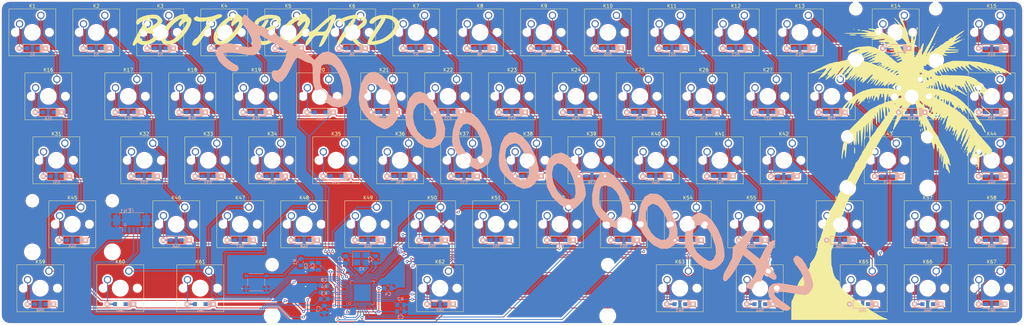
<source format=kicad_pcb>
(kicad_pcb (version 20171130) (host pcbnew "(5.1.8)-1")
  (layers (0 F.Cu signal) (31 B.Cu signal) (34 B.Paste user) (35 F.Paste user) (36 B.SilkS user) (37 F.SilkS user) (38 B.Mask user) (39 F.Mask user) (44 Edge.Cuts user))
  (net 0 "")
  (net 1 GND)
  (net 2 "Net-(C1-Pad1)")
  (net 3 "Net-(C2-Pad1)")
  (net 4 VCC)
  (net 5 "Net-(C8-Pad1)")
  (net 6 "Net-(D1-Pad2)")
  (net 7 /row0)
  (net 8 "Net-(D2-Pad2)")
  (net 9 "Net-(D3-Pad2)")
  (net 10 "Net-(D4-Pad2)")
  (net 11 "Net-(D5-Pad2)")
  (net 12 "Net-(D6-Pad2)")
  (net 13 "Net-(D7-Pad2)")
  (net 14 "Net-(D8-Pad2)")
  (net 15 "Net-(D9-Pad2)")
  (net 16 "Net-(D10-Pad2)")
  (net 17 "Net-(D11-Pad2)")
  (net 18 "Net-(D12-Pad2)")
  (net 19 "Net-(D13-Pad2)")
  (net 20 "Net-(D14-Pad2)")
  (net 21 "Net-(D15-Pad2)")
  (net 22 /row1)
  (net 23 "Net-(D17-Pad2)")
  (net 24 "Net-(D18-Pad2)")
  (net 25 "Net-(D19-Pad2)")
  (net 26 "Net-(D20-Pad2)")
  (net 27 "Net-(D21-Pad2)")
  (net 28 "Net-(D22-Pad2)")
  (net 29 "Net-(D23-Pad2)")
  (net 30 "Net-(D24-Pad2)")
  (net 31 "Net-(D25-Pad2)")
  (net 32 "Net-(D26-Pad2)")
  (net 33 "Net-(D27-Pad2)")
  (net 34 "Net-(D28-Pad2)")
  (net 35 "Net-(D29-Pad2)")
  (net 36 "Net-(D30-Pad2)")
  (net 37 "Net-(D31-Pad2)")
  (net 38 /row2)
  (net 39 "Net-(D32-Pad2)")
  (net 40 "Net-(D33-Pad2)")
  (net 41 "Net-(D34-Pad2)")
  (net 42 "Net-(D35-Pad2)")
  (net 43 "Net-(D36-Pad2)")
  (net 44 "Net-(D37-Pad2)")
  (net 45 "Net-(D38-Pad2)")
  (net 46 "Net-(D39-Pad2)")
  (net 47 "Net-(D40-Pad2)")
  (net 48 "Net-(D41-Pad2)")
  (net 49 "Net-(D42-Pad2)")
  (net 50 "Net-(D43-Pad2)")
  (net 51 "Net-(D44-Pad2)")
  (net 52 "Net-(D45-Pad2)")
  (net 53 /row3)
  (net 54 "Net-(D46-Pad2)")
  (net 55 "Net-(D47-Pad2)")
  (net 56 "Net-(D48-Pad2)")
  (net 57 "Net-(D49-Pad2)")
  (net 58 "Net-(D50-Pad2)")
  (net 59 "Net-(D51-Pad2)")
  (net 60 "Net-(D52-Pad2)")
  (net 61 "Net-(D53-Pad2)")
  (net 62 "Net-(D54-Pad2)")
  (net 63 "Net-(D55-Pad2)")
  (net 64 "Net-(D56-Pad2)")
  (net 65 "Net-(D57-Pad2)")
  (net 66 "Net-(D58-Pad2)")
  (net 67 "Net-(D59-Pad2)")
  (net 68 /row4)
  (net 69 "Net-(D60-Pad2)")
  (net 70 "Net-(D61-Pad2)")
  (net 71 "Net-(D62-Pad2)")
  (net 72 "Net-(D63-Pad2)")
  (net 73 "Net-(D64-Pad2)")
  (net 74 "Net-(D65-Pad2)")
  (net 75 "Net-(D66-Pad2)")
  (net 76 "Net-(D67-Pad2)")
  (net 77 /col0)
  (net 78 /col1)
  (net 79 /col2)
  (net 80 /col3)
  (net 81 /col4)
  (net 82 /col5)
  (net 83 /col6)
  (net 84 /col7)
  (net 85 /col8)
  (net 86 /col9)
  (net 87 /col10)
  (net 88 /col11)
  (net 89 /col12)
  (net 90 /col13)
  (net 91 /col14)
  (net 92 "Net-(R1-Pad1)")
  (net 93 "Net-(R2-Pad2)")
  (net 94 "Net-(R3-Pad1)")
  (net 95 "Net-(R4-Pad1)")
  (net 96 "Net-(U1-Pad1)")
  (net 97 "Net-(U1-Pad42)")
  (net 98 "Net-(D16-Pad2)")
  (net 99 "Net-(U1-Pad25)")
  (net 100 "Net-(U1-Pad26)")
  (net 101 "Net-(U1-Pad27)")
  (net 102 "Net-(U1-Pad36)")
  (net 103 "Net-(J1-Pad3)")
  (net 104 "Net-(J1-Pad2)")
  (module TS-1187A-B-A-B:SW_TS-1187A-B-A-B (layer B.Cu) (at 90.4986 98.2577)
    (fp_text reference S1 (at -0.825 3.635) (layer B.SilkS) (effects (font (thickness 0.015)) (justify mirror)))
    (fp_text value TS-1187A-B-A-B)
    (pad D smd rect (at 3 -1.875) (size 1 0.75) (layers B.Cu B.Paste B.Mask) (net 92 "Net-(R1-Pad1)"))
    (pad C smd rect (at -3 -1.875) (size 1 0.75) (layers B.Cu B.Paste B.Mask) (net 92 "Net-(R1-Pad1)"))
    (pad B smd rect (at 3 1.875) (size 1 0.75) (layers B.Cu B.Paste B.Mask) (net 1 GND))
    (pad A smd rect (at -3 1.875) (size 1 0.75) (layers B.Cu B.Paste B.Mask) (net 1 GND))
  )
  (module MCU-ATMEGA32U4-MUR_VQFN44_:QFN44G-0.5-7X7MM (layer B.Cu) (at 122.1216 101.3565)
    (fp_text reference U1 (at 0.317718 4.892812) (layer B.SilkS) (effects (font (size 0.700475 0.700475) (thickness 0.015)) (justify mirror)))
    (fp_text value ATMEGA32U4)
    (pad 44 smd rect (at -2.5 3.35) (size 0.3 1) (layers B.Cu B.Paste B.Mask) (net 4 VCC))
    (pad 43 smd rect (at -2 3.35) (size 0.3 1) (layers B.Cu B.Paste B.Mask) (net 1 GND))
    (pad 42 smd rect (at -1.5 3.35) (size 0.3 1) (layers B.Cu B.Paste B.Mask) (net 97 "Net-(U1-Pad42)"))
    (pad 41 smd rect (at -1 3.35) (size 0.3 1) (layers B.Cu B.Paste B.Mask) (net 22 /row1))
    (pad 40 smd rect (at -0.5 3.35) (size 0.3 1) (layers B.Cu B.Paste B.Mask) (net 7 /row0))
    (pad 39 smd rect (at 0 3.35) (size 0.3 1) (layers B.Cu B.Paste B.Mask) (net 68 /row4))
    (pad 38 smd rect (at 0.5 3.35) (size 0.3 1) (layers B.Cu B.Paste B.Mask) (net 53 /row3))
    (pad 37 smd rect (at 1 3.35) (size 0.3 1) (layers B.Cu B.Paste B.Mask) (net 38 /row2))
    (pad 36 smd rect (at 1.5 3.35) (size 0.3 1) (layers B.Cu B.Paste B.Mask) (net 102 "Net-(U1-Pad36)"))
    (pad 35 smd rect (at 2 3.35) (size 0.3 1) (layers B.Cu B.Paste B.Mask) (net 1 GND))
    (pad 34 smd rect (at 2.5 3.35) (size 0.3 1) (layers B.Cu B.Paste B.Mask) (net 4 VCC))
    (pad 33 smd rect (at 3.35 2.5) (size 1 0.3) (layers B.Cu B.Paste B.Mask) (net 93 "Net-(R2-Pad2)"))
    (pad 32 smd rect (at 3.35 2) (size 1 0.3) (layers B.Cu B.Paste B.Mask) (net 91 /col14))
    (pad 31 smd rect (at 3.35 1.5) (size 1 0.3) (layers B.Cu B.Paste B.Mask) (net 90 /col13))
    (pad 30 smd rect (at 3.35 1) (size 1 0.3) (layers B.Cu B.Paste B.Mask) (net 89 /col12))
    (pad 29 smd rect (at 3.35 0.5) (size 1 0.3) (layers B.Cu B.Paste B.Mask) (net 88 /col11))
    (pad 28 smd rect (at 3.35 0) (size 1 0.3) (layers B.Cu B.Paste B.Mask) (net 87 /col10))
    (pad 27 smd rect (at 3.35 -0.5) (size 1 0.3) (layers B.Cu B.Paste B.Mask) (net 101 "Net-(U1-Pad27)"))
    (pad 26 smd rect (at 3.35 -1) (size 1 0.3) (layers B.Cu B.Paste B.Mask) (net 100 "Net-(U1-Pad26)"))
    (pad 25 smd rect (at 3.35 -1.5) (size 1 0.3) (layers B.Cu B.Paste B.Mask) (net 99 "Net-(U1-Pad25)"))
    (pad 24 smd rect (at 3.35 -2) (size 1 0.3) (layers B.Cu B.Paste B.Mask) (net 4 VCC))
    (pad 23 smd rect (at 3.35 -2.5) (size 1 0.3) (layers B.Cu B.Paste B.Mask) (net 1 GND))
    (pad 22 smd rect (at 2.5 -3.35) (size 0.3 1) (layers B.Cu B.Paste B.Mask) (net 86 /col9))
    (pad 21 smd rect (at 2 -3.35) (size 0.3 1) (layers B.Cu B.Paste B.Mask) (net 85 /col8))
    (pad 20 smd rect (at 1.5 -3.35) (size 0.3 1) (layers B.Cu B.Paste B.Mask) (net 84 /col7))
    (pad 19 smd rect (at 1 -3.35) (size 0.3 1) (layers B.Cu B.Paste B.Mask) (net 83 /col6))
    (pad 18 smd rect (at 0.5 -3.35) (size 0.3 1) (layers B.Cu B.Paste B.Mask) (net 82 /col5))
    (pad 17 smd rect (at 0 -3.35) (size 0.3 1) (layers B.Cu B.Paste B.Mask) (net 3 "Net-(C2-Pad1)"))
    (pad 16 smd rect (at -0.5 -3.35) (size 0.3 1) (layers B.Cu B.Paste B.Mask) (net 2 "Net-(C1-Pad1)"))
    (pad 15 smd rect (at -1 -3.35) (size 0.3 1) (layers B.Cu B.Paste B.Mask) (net 1 GND))
    (pad 14 smd rect (at -1.5 -3.35) (size 0.3 1) (layers B.Cu B.Paste B.Mask) (net 4 VCC))
    (pad 13 smd rect (at -2 -3.35) (size 0.3 1) (layers B.Cu B.Paste B.Mask) (net 92 "Net-(R1-Pad1)"))
    (pad 12 smd rect (at -2.5 -3.35) (size 0.3 1) (layers B.Cu B.Paste B.Mask) (net 81 /col4))
    (pad 11 smd rect (at -3.35 -2.5) (size 1 0.3) (layers B.Cu B.Paste B.Mask) (net 80 /col3))
    (pad 10 smd rect (at -3.35 -2) (size 1 0.3) (layers B.Cu B.Paste B.Mask) (net 79 /col2))
    (pad 9 smd rect (at -3.35 -1.5) (size 1 0.3) (layers B.Cu B.Paste B.Mask) (net 78 /col1))
    (pad 8 smd rect (at -3.35 -1) (size 1 0.3) (layers B.Cu B.Paste B.Mask) (net 77 /col0))
    (pad 7 smd rect (at -3.35 -0.5) (size 1 0.3) (layers B.Cu B.Paste B.Mask) (net 4 VCC))
    (pad 6 smd rect (at -3.35 0) (size 1 0.3) (layers B.Cu B.Paste B.Mask) (net 5 "Net-(C8-Pad1)"))
    (pad 5 smd rect (at -3.35 0.5) (size 1 0.3) (layers B.Cu B.Paste B.Mask) (net 1 GND))
    (pad 4 smd rect (at -3.35 1) (size 1 0.3) (layers B.Cu B.Paste B.Mask) (net 95 "Net-(R4-Pad1)"))
    (pad 3 smd rect (at -3.35 1.5) (size 1 0.3) (layers B.Cu B.Paste B.Mask) (net 94 "Net-(R3-Pad1)"))
    (pad 2 smd rect (at -3.35 2) (size 1 0.3) (layers B.Cu B.Paste B.Mask) (net 4 VCC))
    (pad 1 smd rect (at -3.35 2.5) (size 1 0.3) (layers B.Cu B.Paste B.Mask) (net 96 "Net-(U1-Pad1)"))
    (pad TAB smd rect (at 0 0) (size 5.08 5.08) (layers B.Cu B.Paste B.Mask))
  )
  (module Button_Switch_Keyboard:SW_Cherry_MX_6.25u_PCB (layer F.Cu) (at 147.7645 94.9325)
    (fp_text reference K62 (at -2.54 -2.794) (layer F.SilkS))
    (fp_text value KEYSW)
    (pad "" np_thru_hole circle (at 47.46 -1.92) (size 3.05 3.05) (drill 3.05) (layers *.Cu *.Mask))
    (pad "" np_thru_hole circle (at -52.54 -1.92) (size 3.05 3.05) (drill 3.05) (layers *.Cu *.Mask))
    (pad "" np_thru_hole circle (at -52.54 13.32) (size 4 4) (drill 4) (layers *.Cu *.Mask))
    (pad "" np_thru_hole circle (at 47.46 13.32) (size 4 4) (drill 4) (layers *.Cu *.Mask))
    (pad "" np_thru_hole circle (at 2.54 5.08) (size 1.7 1.7) (drill 1.7) (layers *.Cu *.Mask))
    (pad "" np_thru_hole circle (at -7.62 5.08) (size 1.7 1.7) (drill 1.7) (layers *.Cu *.Mask))
    (pad "" np_thru_hole circle (at -2.54 5.08) (size 4 4) (drill 4) (layers *.Cu *.Mask))
    (pad 2 thru_hole circle (at -6.35 2.54) (size 2.2 2.2) (drill 1.5) (layers *.Cu *.Mask) (net 71 "Net-(D62-Pad2)"))
    (pad 1 thru_hole circle (at 0 0) (size 2.2 2.2) (drill 1.5) (layers *.Cu *.Mask) (net 82 /col5))
  )
  (module USB4110-GF-A:EDA4PIN (layer B.Cu) (at 53.313 76.1597 180)
    (fp_text reference J1 (at 0 -0.5) (layer B.SilkS) (effects (justify mirror)))
    (fp_text value EDA_4_PIN)
    (fp_text user CN1 (at -0.03 -0.912) (layer B.SilkS) (effects (font (size 1.143 1.143) (thickness 0.152)) (justify left mirror)))
    (pad 2 smd rect (at 0.625 -6.5) (size 0.8 1.7) (layers B.Cu B.Paste B.Mask) (net 104 "Net-(J1-Pad2)"))
    (pad 3 smd rect (at -0.625 -6.5) (size 0.8 1.7) (layers B.Cu B.Paste B.Mask) (net 103 "Net-(J1-Pad3)"))
    (pad 4 smd rect (at -1.875 -6.5) (size 0.8 1.7) (layers B.Cu B.Paste B.Mask) (net 4 VCC))
    (pad 5 smd rect (at -4.375 -3.6) (size 2.2 3.1) (layers B.Cu B.Paste B.Mask) (net 1 GND))
    (pad 6 smd rect (at 4.375 -3.6) (size 2.2 3.1) (layers B.Cu B.Paste B.Mask) (net 1 GND))
    (pad 1 smd rect (at 1.875 -6.5) (size 0.8 1.7) (layers B.Cu B.Paste B.Mask) (net 1 GND))
  )
  (module Button_Switch_Keyboard:SW_Cherry_MX_1.75u_PCB (layer F.Cu) (at 33.49625 56.8325)
    (fp_text reference K31 (at -2.54 -2.794) (layer F.SilkS))
    (fp_text value KEYSW)
    (pad "" np_thru_hole circle (at 2.54 5.08) (size 1.7 1.7) (drill 1.7) (layers *.Cu *.Mask))
    (pad "" np_thru_hole circle (at -7.62 5.08) (size 1.7 1.7) (drill 1.7) (layers *.Cu *.Mask))
    (pad "" np_thru_hole circle (at -2.54 5.08) (size 4 4) (drill 4) (layers *.Cu *.Mask))
    (pad 2 thru_hole circle (at -6.35 2.54) (size 2.2 2.2) (drill 1.5) (layers *.Cu *.Mask) (net 37 "Net-(D31-Pad2)"))
    (pad 1 thru_hole circle (at 0 0) (size 2.2 2.2) (drill 1.5) (layers *.Cu *.Mask) (net 77 /col0))
  )
  (module Button_Switch_Keyboard:SW_Cherry_MX_1.00u_PCB (layer F.Cu) (at 78.74 56.8325)
    (fp_text reference K33 (at -2.54 -2.794) (layer F.SilkS))
    (fp_text value KEYSW)
    (pad "" np_thru_hole circle (at 2.54 5.08) (size 1.7 1.7) (drill 1.7) (layers *.Cu *.Mask))
    (pad "" np_thru_hole circle (at -7.62 5.08) (size 1.7 1.7) (drill 1.7) (layers *.Cu *.Mask))
    (pad "" np_thru_hole circle (at -2.54 5.08) (size 4 4) (drill 4) (layers *.Cu *.Mask))
    (pad 2 thru_hole circle (at -6.35 2.54) (size 2.2 2.2) (drill 1.5) (layers *.Cu *.Mask) (net 40 "Net-(D33-Pad2)"))
    (pad 1 thru_hole circle (at 0 0) (size 2.2 2.2) (drill 1.5) (layers *.Cu *.Mask) (net 79 /col2))
  )
  (module keyboard_parts:D_SOD123_axial (layer B.Cu) (at 76.2 66.675 180)
    (fp_text reference D33 (at 0 -1.925) (layer B.SilkS) (effects (font (size 0.8 0.8)) (justify mirror)))
    (fp_text value D hide)
    (pad 2 smd rect (at 2.7 0 180) (size 2.5 0.5) (layers B.Cu) (net 40 "Net-(D33-Pad2)"))
    (pad 1 smd rect (at -2.7 0 180) (size 2.5 0.5) (layers B.Cu) (net 38 /row2))
    (pad 2 thru_hole circle (at 3.9 0 180) (size 1.6 1.6) (drill 0.7) (layers *.Cu *.Mask B.SilkS) (net 40 "Net-(D33-Pad2)"))
    (pad 1 thru_hole rect (at -3.9 0 180) (size 1.6 1.6) (drill 0.7) (layers *.Cu *.Mask B.SilkS) (net 38 /row2))
    (pad 1 smd rect (at -1.575 0 180) (size 1.2 1.2) (layers B.Cu B.Paste B.Mask) (net 38 /row2))
    (pad 2 smd rect (at 1.575 0 180) (size 1.2 1.2) (layers B.Cu B.Paste B.Mask) (net 40 "Net-(D33-Pad2)"))
  )
  (module Button_Switch_Keyboard:SW_Cherry_MX_1.00u_PCB (layer F.Cu) (at 312.1025 94.9325)
    (fp_text reference K67 (at -2.54 -2.794) (layer F.SilkS))
    (fp_text value KEYSW)
    (pad "" np_thru_hole circle (at 2.54 5.08) (size 1.7 1.7) (drill 1.7) (layers *.Cu *.Mask))
    (pad "" np_thru_hole circle (at -7.62 5.08) (size 1.7 1.7) (drill 1.7) (layers *.Cu *.Mask))
    (pad "" np_thru_hole circle (at -2.54 5.08) (size 4 4) (drill 4) (layers *.Cu *.Mask))
    (pad 2 thru_hole circle (at -6.35 2.54) (size 2.2 2.2) (drill 1.5) (layers *.Cu *.Mask) (net 76 "Net-(D67-Pad2)"))
    (pad 1 thru_hole circle (at 0 0) (size 2.2 2.2) (drill 1.5) (layers *.Cu *.Mask) (net 91 /col14))
  )
  (module Button_Switch_Keyboard:SW_Cherry_MX_1.00u_PCB (layer F.Cu) (at 293.0525 94.9325)
    (fp_text reference K66 (at -2.54 -2.794) (layer F.SilkS))
    (fp_text value KEYSW)
    (pad "" np_thru_hole circle (at 2.54 5.08) (size 1.7 1.7) (drill 1.7) (layers *.Cu *.Mask))
    (pad "" np_thru_hole circle (at -7.62 5.08) (size 1.7 1.7) (drill 1.7) (layers *.Cu *.Mask))
    (pad "" np_thru_hole circle (at -2.54 5.08) (size 4 4) (drill 4) (layers *.Cu *.Mask))
    (pad 2 thru_hole circle (at -6.35 2.54) (size 2.2 2.2) (drill 1.5) (layers *.Cu *.Mask) (net 75 "Net-(D66-Pad2)"))
    (pad 1 thru_hole circle (at 0 0) (size 2.2 2.2) (drill 1.5) (layers *.Cu *.Mask) (net 90 /col13))
  )
  (module Button_Switch_Keyboard:SW_Cherry_MX_1.00u_PCB (layer F.Cu) (at 274.0025 94.9325)
    (fp_text reference K65 (at -2.54 -2.794) (layer F.SilkS))
    (fp_text value KEYSW)
    (pad "" np_thru_hole circle (at 2.54 5.08) (size 1.7 1.7) (drill 1.7) (layers *.Cu *.Mask))
    (pad "" np_thru_hole circle (at -7.62 5.08) (size 1.7 1.7) (drill 1.7) (layers *.Cu *.Mask))
    (pad "" np_thru_hole circle (at -2.54 5.08) (size 4 4) (drill 4) (layers *.Cu *.Mask))
    (pad 2 thru_hole circle (at -6.35 2.54) (size 2.2 2.2) (drill 1.5) (layers *.Cu *.Mask) (net 74 "Net-(D65-Pad2)"))
    (pad 1 thru_hole circle (at 0 0) (size 2.2 2.2) (drill 1.5) (layers *.Cu *.Mask) (net 88 /col11))
  )
  (module Button_Switch_Keyboard:SW_Cherry_MX_1.25u_PCB (layer F.Cu) (at 243.04625 94.9325)
    (fp_text reference K64 (at -2.54 -2.794) (layer F.SilkS))
    (fp_text value KEYSW)
    (pad "" np_thru_hole circle (at 2.54 5.08) (size 1.7 1.7) (drill 1.7) (layers *.Cu *.Mask))
    (pad "" np_thru_hole circle (at -7.62 5.08) (size 1.7 1.7) (drill 1.7) (layers *.Cu *.Mask))
    (pad "" np_thru_hole circle (at -2.54 5.08) (size 4 4) (drill 4) (layers *.Cu *.Mask))
    (pad 2 thru_hole circle (at -6.35 2.54) (size 2.2 2.2) (drill 1.5) (layers *.Cu *.Mask) (net 73 "Net-(D64-Pad2)"))
    (pad 1 thru_hole circle (at 0 0) (size 2.2 2.2) (drill 1.5) (layers *.Cu *.Mask) (net 87 /col10))
  )
  (module Button_Switch_Keyboard:SW_Cherry_MX_1.25u_PCB (layer F.Cu) (at 219.23375 94.9325)
    (fp_text reference K63 (at -2.54 -2.794) (layer F.SilkS))
    (fp_text value KEYSW)
    (pad "" np_thru_hole circle (at 2.54 5.08) (size 1.7 1.7) (drill 1.7) (layers *.Cu *.Mask))
    (pad "" np_thru_hole circle (at -7.62 5.08) (size 1.7 1.7) (drill 1.7) (layers *.Cu *.Mask))
    (pad "" np_thru_hole circle (at -2.54 5.08) (size 4 4) (drill 4) (layers *.Cu *.Mask))
    (pad 2 thru_hole circle (at -6.35 2.54) (size 2.2 2.2) (drill 1.5) (layers *.Cu *.Mask) (net 72 "Net-(D63-Pad2)"))
    (pad 1 thru_hole circle (at 0 0) (size 2.2 2.2) (drill 1.5) (layers *.Cu *.Mask) (net 86 /col9))
  )
  (module Button_Switch_Keyboard:SW_Cherry_MX_1.25u_PCB (layer F.Cu) (at 76.35875 94.9325)
    (fp_text reference K61 (at -2.54 -2.794) (layer F.SilkS))
    (fp_text value KEYSW)
    (pad "" np_thru_hole circle (at 2.54 5.08) (size 1.7 1.7) (drill 1.7) (layers *.Cu *.Mask))
    (pad "" np_thru_hole circle (at -7.62 5.08) (size 1.7 1.7) (drill 1.7) (layers *.Cu *.Mask))
    (pad "" np_thru_hole circle (at -2.54 5.08) (size 4 4) (drill 4) (layers *.Cu *.Mask))
    (pad 2 thru_hole circle (at -6.35 2.54) (size 2.2 2.2) (drill 1.5) (layers *.Cu *.Mask) (net 70 "Net-(D61-Pad2)"))
    (pad 1 thru_hole circle (at 0 0) (size 2.2 2.2) (drill 1.5) (layers *.Cu *.Mask) (net 79 /col2))
  )
  (module Button_Switch_Keyboard:SW_Cherry_MX_1.25u_PCB (layer F.Cu) (at 52.54625 94.9325)
    (fp_text reference K60 (at -2.54 -2.794) (layer F.SilkS))
    (fp_text value KEYSW)
    (pad "" np_thru_hole circle (at 2.54 5.08) (size 1.7 1.7) (drill 1.7) (layers *.Cu *.Mask))
    (pad "" np_thru_hole circle (at -7.62 5.08) (size 1.7 1.7) (drill 1.7) (layers *.Cu *.Mask))
    (pad "" np_thru_hole circle (at -2.54 5.08) (size 4 4) (drill 4) (layers *.Cu *.Mask))
    (pad 2 thru_hole circle (at -6.35 2.54) (size 2.2 2.2) (drill 1.5) (layers *.Cu *.Mask) (net 69 "Net-(D60-Pad2)"))
    (pad 1 thru_hole circle (at 0 0) (size 2.2 2.2) (drill 1.5) (layers *.Cu *.Mask) (net 78 /col1))
  )
  (module Button_Switch_Keyboard:SW_Cherry_MX_1.25u_PCB (layer F.Cu) (at 28.73375 94.9325)
    (fp_text reference K59 (at -2.54 -2.794) (layer F.SilkS))
    (fp_text value KEYSW)
    (pad "" np_thru_hole circle (at 2.54 5.08) (size 1.7 1.7) (drill 1.7) (layers *.Cu *.Mask))
    (pad "" np_thru_hole circle (at -7.62 5.08) (size 1.7 1.7) (drill 1.7) (layers *.Cu *.Mask))
    (pad "" np_thru_hole circle (at -2.54 5.08) (size 4 4) (drill 4) (layers *.Cu *.Mask))
    (pad 2 thru_hole circle (at -6.35 2.54) (size 2.2 2.2) (drill 1.5) (layers *.Cu *.Mask) (net 67 "Net-(D59-Pad2)"))
    (pad 1 thru_hole circle (at 0 0) (size 2.2 2.2) (drill 1.5) (layers *.Cu *.Mask) (net 77 /col0))
  )
  (module Button_Switch_Keyboard:SW_Cherry_MX_1.00u_PCB (layer F.Cu) (at 312.1025 75.8825)
    (fp_text reference K58 (at -2.54 -2.794) (layer F.SilkS))
    (fp_text value KEYSW)
    (pad "" np_thru_hole circle (at 2.54 5.08) (size 1.7 1.7) (drill 1.7) (layers *.Cu *.Mask))
    (pad "" np_thru_hole circle (at -7.62 5.08) (size 1.7 1.7) (drill 1.7) (layers *.Cu *.Mask))
    (pad "" np_thru_hole circle (at -2.54 5.08) (size 4 4) (drill 4) (layers *.Cu *.Mask))
    (pad 2 thru_hole circle (at -6.35 2.54) (size 2.2 2.2) (drill 1.5) (layers *.Cu *.Mask) (net 66 "Net-(D58-Pad2)"))
    (pad 1 thru_hole circle (at 0 0) (size 2.2 2.2) (drill 1.5) (layers *.Cu *.Mask) (net 91 /col14))
  )
  (module Button_Switch_Keyboard:SW_Cherry_MX_1.00u_PCB (layer F.Cu) (at 293.0525 75.8825)
    (fp_text reference K57 (at -2.54 -2.794) (layer F.SilkS))
    (fp_text value KEYSW)
    (pad "" np_thru_hole circle (at 2.54 5.08) (size 1.7 1.7) (drill 1.7) (layers *.Cu *.Mask))
    (pad "" np_thru_hole circle (at -7.62 5.08) (size 1.7 1.7) (drill 1.7) (layers *.Cu *.Mask))
    (pad "" np_thru_hole circle (at -2.54 5.08) (size 4 4) (drill 4) (layers *.Cu *.Mask))
    (pad 2 thru_hole circle (at -6.35 2.54) (size 2.2 2.2) (drill 1.5) (layers *.Cu *.Mask) (net 65 "Net-(D57-Pad2)"))
    (pad 1 thru_hole circle (at 0 0) (size 2.2 2.2) (drill 1.5) (layers *.Cu *.Mask) (net 90 /col13))
  )
  (module Button_Switch_Keyboard:SW_Cherry_MX_1.75u_PCB (layer F.Cu) (at 266.85875 75.8825)
    (fp_text reference K56 (at -2.54 -2.794) (layer F.SilkS))
    (fp_text value KEYSW)
    (pad "" np_thru_hole circle (at 2.54 5.08) (size 1.7 1.7) (drill 1.7) (layers *.Cu *.Mask))
    (pad "" np_thru_hole circle (at -7.62 5.08) (size 1.7 1.7) (drill 1.7) (layers *.Cu *.Mask))
    (pad "" np_thru_hole circle (at -2.54 5.08) (size 4 4) (drill 4) (layers *.Cu *.Mask))
    (pad 2 thru_hole circle (at -6.35 2.54) (size 2.2 2.2) (drill 1.5) (layers *.Cu *.Mask) (net 64 "Net-(D56-Pad2)"))
    (pad 1 thru_hole circle (at 0 0) (size 2.2 2.2) (drill 1.5) (layers *.Cu *.Mask) (net 88 /col11))
  )
  (module Button_Switch_Keyboard:SW_Cherry_MX_1.00u_PCB (layer F.Cu) (at 240.50625 75.8825)
    (fp_text reference K55 (at -2.54 -2.794) (layer F.SilkS))
    (fp_text value KEYSW)
    (pad "" np_thru_hole circle (at 2.54 5.08) (size 1.7 1.7) (drill 1.7) (layers *.Cu *.Mask))
    (pad "" np_thru_hole circle (at -7.62 5.08) (size 1.7 1.7) (drill 1.7) (layers *.Cu *.Mask))
    (pad "" np_thru_hole circle (at -2.54 5.08) (size 4 4) (drill 4) (layers *.Cu *.Mask))
    (pad 2 thru_hole circle (at -6.35 2.54) (size 2.2 2.2) (drill 1.5) (layers *.Cu *.Mask) (net 63 "Net-(D55-Pad2)"))
    (pad 1 thru_hole circle (at 0 0) (size 2.2 2.2) (drill 1.5) (layers *.Cu *.Mask) (net 87 /col10))
  )
  (module Button_Switch_Keyboard:SW_Cherry_MX_1.00u_PCB (layer F.Cu) (at 221.615 75.8825)
    (fp_text reference K54 (at -2.54 -2.794) (layer F.SilkS))
    (fp_text value KEYSW)
    (pad "" np_thru_hole circle (at 2.54 5.08) (size 1.7 1.7) (drill 1.7) (layers *.Cu *.Mask))
    (pad "" np_thru_hole circle (at -7.62 5.08) (size 1.7 1.7) (drill 1.7) (layers *.Cu *.Mask))
    (pad "" np_thru_hole circle (at -2.54 5.08) (size 4 4) (drill 4) (layers *.Cu *.Mask))
    (pad 2 thru_hole circle (at -6.35 2.54) (size 2.2 2.2) (drill 1.5) (layers *.Cu *.Mask) (net 62 "Net-(D54-Pad2)"))
    (pad 1 thru_hole circle (at 0 0) (size 2.2 2.2) (drill 1.5) (layers *.Cu *.Mask) (net 86 /col9))
  )
  (module Button_Switch_Keyboard:SW_Cherry_MX_1.00u_PCB (layer F.Cu) (at 202.565 75.8825)
    (fp_text reference K53 (at -2.54 -2.794) (layer F.SilkS))
    (fp_text value KEYSW)
    (pad "" np_thru_hole circle (at 2.54 5.08) (size 1.7 1.7) (drill 1.7) (layers *.Cu *.Mask))
    (pad "" np_thru_hole circle (at -7.62 5.08) (size 1.7 1.7) (drill 1.7) (layers *.Cu *.Mask))
    (pad "" np_thru_hole circle (at -2.54 5.08) (size 4 4) (drill 4) (layers *.Cu *.Mask))
    (pad 2 thru_hole circle (at -6.35 2.54) (size 2.2 2.2) (drill 1.5) (layers *.Cu *.Mask) (net 61 "Net-(D53-Pad2)"))
    (pad 1 thru_hole circle (at 0 0) (size 2.2 2.2) (drill 1.5) (layers *.Cu *.Mask) (net 85 /col8))
  )
  (module Button_Switch_Keyboard:SW_Cherry_MX_1.00u_PCB (layer F.Cu) (at 183.515 75.8825)
    (fp_text reference K52 (at -2.54 -2.794) (layer F.SilkS))
    (fp_text value KEYSW)
    (pad "" np_thru_hole circle (at 2.54 5.08) (size 1.7 1.7) (drill 1.7) (layers *.Cu *.Mask))
    (pad "" np_thru_hole circle (at -7.62 5.08) (size 1.7 1.7) (drill 1.7) (layers *.Cu *.Mask))
    (pad "" np_thru_hole circle (at -2.54 5.08) (size 4 4) (drill 4) (layers *.Cu *.Mask))
    (pad 2 thru_hole circle (at -6.35 2.54) (size 2.2 2.2) (drill 1.5) (layers *.Cu *.Mask) (net 60 "Net-(D52-Pad2)"))
    (pad 1 thru_hole circle (at 0 0) (size 2.2 2.2) (drill 1.5) (layers *.Cu *.Mask) (net 84 /col7))
  )
  (module Button_Switch_Keyboard:SW_Cherry_MX_1.00u_PCB (layer F.Cu) (at 164.465 75.8825)
    (fp_text reference K51 (at -2.54 -2.794) (layer F.SilkS))
    (fp_text value KEYSW)
    (pad "" np_thru_hole circle (at 2.54 5.08) (size 1.7 1.7) (drill 1.7) (layers *.Cu *.Mask))
    (pad "" np_thru_hole circle (at -7.62 5.08) (size 1.7 1.7) (drill 1.7) (layers *.Cu *.Mask))
    (pad "" np_thru_hole circle (at -2.54 5.08) (size 4 4) (drill 4) (layers *.Cu *.Mask))
    (pad 2 thru_hole circle (at -6.35 2.54) (size 2.2 2.2) (drill 1.5) (layers *.Cu *.Mask) (net 59 "Net-(D51-Pad2)"))
    (pad 1 thru_hole circle (at 0 0) (size 2.2 2.2) (drill 1.5) (layers *.Cu *.Mask) (net 83 /col6))
  )
  (module Button_Switch_Keyboard:SW_Cherry_MX_1.00u_PCB (layer F.Cu) (at 145.415 75.8825)
    (fp_text reference K50 (at -2.54 -2.794) (layer F.SilkS))
    (fp_text value KEYSW)
    (pad "" np_thru_hole circle (at 2.54 5.08) (size 1.7 1.7) (drill 1.7) (layers *.Cu *.Mask))
    (pad "" np_thru_hole circle (at -7.62 5.08) (size 1.7 1.7) (drill 1.7) (layers *.Cu *.Mask))
    (pad "" np_thru_hole circle (at -2.54 5.08) (size 4 4) (drill 4) (layers *.Cu *.Mask))
    (pad 2 thru_hole circle (at -6.35 2.54) (size 2.2 2.2) (drill 1.5) (layers *.Cu *.Mask) (net 58 "Net-(D50-Pad2)"))
    (pad 1 thru_hole circle (at 0 0) (size 2.2 2.2) (drill 1.5) (layers *.Cu *.Mask) (net 82 /col5))
  )
  (module Button_Switch_Keyboard:SW_Cherry_MX_1.00u_PCB (layer F.Cu) (at 126.365 75.8825)
    (fp_text reference K49 (at -2.54 -2.794) (layer F.SilkS))
    (fp_text value KEYSW)
    (pad "" np_thru_hole circle (at 2.54 5.08) (size 1.7 1.7) (drill 1.7) (layers *.Cu *.Mask))
    (pad "" np_thru_hole circle (at -7.62 5.08) (size 1.7 1.7) (drill 1.7) (layers *.Cu *.Mask))
    (pad "" np_thru_hole circle (at -2.54 5.08) (size 4 4) (drill 4) (layers *.Cu *.Mask))
    (pad 2 thru_hole circle (at -6.35 2.54) (size 2.2 2.2) (drill 1.5) (layers *.Cu *.Mask) (net 57 "Net-(D49-Pad2)"))
    (pad 1 thru_hole circle (at 0 0) (size 2.2 2.2) (drill 1.5) (layers *.Cu *.Mask) (net 81 /col4))
  )
  (module Button_Switch_Keyboard:SW_Cherry_MX_1.00u_PCB (layer F.Cu) (at 107.315 75.8825)
    (fp_text reference K48 (at -2.54 -2.794) (layer F.SilkS))
    (fp_text value KEYSW)
    (pad "" np_thru_hole circle (at 2.54 5.08) (size 1.7 1.7) (drill 1.7) (layers *.Cu *.Mask))
    (pad "" np_thru_hole circle (at -7.62 5.08) (size 1.7 1.7) (drill 1.7) (layers *.Cu *.Mask))
    (pad "" np_thru_hole circle (at -2.54 5.08) (size 4 4) (drill 4) (layers *.Cu *.Mask))
    (pad 2 thru_hole circle (at -6.35 2.54) (size 2.2 2.2) (drill 1.5) (layers *.Cu *.Mask) (net 56 "Net-(D48-Pad2)"))
    (pad 1 thru_hole circle (at 0 0) (size 2.2 2.2) (drill 1.5) (layers *.Cu *.Mask) (net 80 /col3))
  )
  (module Button_Switch_Keyboard:SW_Cherry_MX_1.00u_PCB (layer F.Cu) (at 88.265 75.8825)
    (fp_text reference K47 (at -2.54 -2.794) (layer F.SilkS))
    (fp_text value KEYSW)
    (pad "" np_thru_hole circle (at 2.54 5.08) (size 1.7 1.7) (drill 1.7) (layers *.Cu *.Mask))
    (pad "" np_thru_hole circle (at -7.62 5.08) (size 1.7 1.7) (drill 1.7) (layers *.Cu *.Mask))
    (pad "" np_thru_hole circle (at -2.54 5.08) (size 4 4) (drill 4) (layers *.Cu *.Mask))
    (pad 2 thru_hole circle (at -6.35 2.54) (size 2.2 2.2) (drill 1.5) (layers *.Cu *.Mask) (net 55 "Net-(D47-Pad2)"))
    (pad 1 thru_hole circle (at 0 0) (size 2.2 2.2) (drill 1.5) (layers *.Cu *.Mask) (net 79 /col2))
  )
  (module Button_Switch_Keyboard:SW_Cherry_MX_1.00u_PCB (layer F.Cu) (at 69.215 75.8825)
    (fp_text reference K46 (at -2.54 -2.794) (layer F.SilkS))
    (fp_text value KEYSW)
    (pad "" np_thru_hole circle (at 2.54 5.08) (size 1.7 1.7) (drill 1.7) (layers *.Cu *.Mask))
    (pad "" np_thru_hole circle (at -7.62 5.08) (size 1.7 1.7) (drill 1.7) (layers *.Cu *.Mask))
    (pad "" np_thru_hole circle (at -2.54 5.08) (size 4 4) (drill 4) (layers *.Cu *.Mask))
    (pad 2 thru_hole circle (at -6.35 2.54) (size 2.2 2.2) (drill 1.5) (layers *.Cu *.Mask) (net 54 "Net-(D46-Pad2)"))
    (pad 1 thru_hole circle (at 0 0) (size 2.2 2.2) (drill 1.5) (layers *.Cu *.Mask) (net 78 /col1))
  )
  (module Button_Switch_Keyboard:SW_Cherry_MX_2.25u_PCB (layer F.Cu) (at 38.25875 75.8825)
    (fp_text reference K45 (at -2.54 -2.794) (layer F.SilkS))
    (fp_text value KEYSW)
    (pad "" np_thru_hole circle (at 9.36 -1.92) (size 3.05 3.05) (drill 3.05) (layers *.Cu *.Mask))
    (pad "" np_thru_hole circle (at -14.44 -1.92) (size 3.05 3.05) (drill 3.05) (layers *.Cu *.Mask))
    (pad "" np_thru_hole circle (at -14.44 13.32) (size 4 4) (drill 4) (layers *.Cu *.Mask))
    (pad "" np_thru_hole circle (at 9.36 13.32) (size 4 4) (drill 4) (layers *.Cu *.Mask))
    (pad "" np_thru_hole circle (at 2.54 5.08) (size 1.7 1.7) (drill 1.7) (layers *.Cu *.Mask))
    (pad "" np_thru_hole circle (at -7.62 5.08) (size 1.7 1.7) (drill 1.7) (layers *.Cu *.Mask))
    (pad "" np_thru_hole circle (at -2.54 5.08) (size 4 4) (drill 4) (layers *.Cu *.Mask))
    (pad 2 thru_hole circle (at -6.35 2.54) (size 2.2 2.2) (drill 1.5) (layers *.Cu *.Mask) (net 52 "Net-(D45-Pad2)"))
    (pad 1 thru_hole circle (at 0 0) (size 2.2 2.2) (drill 1.5) (layers *.Cu *.Mask) (net 77 /col0))
  )
  (module Button_Switch_Keyboard:SW_Cherry_MX_1.00u_PCB (layer F.Cu) (at 312.1025 56.8325)
    (fp_text reference K44 (at -2.54 -2.794) (layer F.SilkS))
    (fp_text value KEYSW)
    (pad "" np_thru_hole circle (at 2.54 5.08) (size 1.7 1.7) (drill 1.7) (layers *.Cu *.Mask))
    (pad "" np_thru_hole circle (at -7.62 5.08) (size 1.7 1.7) (drill 1.7) (layers *.Cu *.Mask))
    (pad "" np_thru_hole circle (at -2.54 5.08) (size 4 4) (drill 4) (layers *.Cu *.Mask))
    (pad 2 thru_hole circle (at -6.35 2.54) (size 2.2 2.2) (drill 1.5) (layers *.Cu *.Mask) (net 51 "Net-(D44-Pad2)"))
    (pad 1 thru_hole circle (at 0 0) (size 2.2 2.2) (drill 1.5) (layers *.Cu *.Mask) (net 91 /col14))
  )
  (module Button_Switch_Keyboard:SW_Cherry_MX_2.25u_PCB (layer F.Cu) (at 281.14625 56.8325)
    (fp_text reference K43 (at -2.54 -2.794) (layer F.SilkS))
    (fp_text value KEYSW)
    (pad "" np_thru_hole circle (at 9.36 -1.92) (size 3.05 3.05) (drill 3.05) (layers *.Cu *.Mask))
    (pad "" np_thru_hole circle (at -14.44 -1.92) (size 3.05 3.05) (drill 3.05) (layers *.Cu *.Mask))
    (pad "" np_thru_hole circle (at -14.44 13.32) (size 4 4) (drill 4) (layers *.Cu *.Mask))
    (pad "" np_thru_hole circle (at 9.36 13.32) (size 4 4) (drill 4) (layers *.Cu *.Mask))
    (pad "" np_thru_hole circle (at 2.54 5.08) (size 1.7 1.7) (drill 1.7) (layers *.Cu *.Mask))
    (pad "" np_thru_hole circle (at -7.62 5.08) (size 1.7 1.7) (drill 1.7) (layers *.Cu *.Mask))
    (pad "" np_thru_hole circle (at -2.54 5.08) (size 4 4) (drill 4) (layers *.Cu *.Mask))
    (pad 2 thru_hole circle (at -6.35 2.54) (size 2.2 2.2) (drill 1.5) (layers *.Cu *.Mask) (net 50 "Net-(D43-Pad2)"))
    (pad 1 thru_hole circle (at 0 0) (size 2.2 2.2) (drill 1.5) (layers *.Cu *.Mask) (net 89 /col12))
  )
  (module Button_Switch_Keyboard:SW_Cherry_MX_1.00u_PCB (layer F.Cu) (at 250.19 56.8325)
    (fp_text reference K42 (at -2.54 -2.794) (layer F.SilkS))
    (fp_text value KEYSW)
    (pad "" np_thru_hole circle (at 2.54 5.08) (size 1.7 1.7) (drill 1.7) (layers *.Cu *.Mask))
    (pad "" np_thru_hole circle (at -7.62 5.08) (size 1.7 1.7) (drill 1.7) (layers *.Cu *.Mask))
    (pad "" np_thru_hole circle (at -2.54 5.08) (size 4 4) (drill 4) (layers *.Cu *.Mask))
    (pad 2 thru_hole circle (at -6.35 2.54) (size 2.2 2.2) (drill 1.5) (layers *.Cu *.Mask) (net 49 "Net-(D42-Pad2)"))
    (pad 1 thru_hole circle (at 0 0) (size 2.2 2.2) (drill 1.5) (layers *.Cu *.Mask) (net 88 /col11))
  )
  (module Button_Switch_Keyboard:SW_Cherry_MX_1.00u_PCB (layer F.Cu) (at 231.14 56.8325)
    (fp_text reference K41 (at -2.54 -2.794) (layer F.SilkS))
    (fp_text value KEYSW)
    (pad "" np_thru_hole circle (at 2.54 5.08) (size 1.7 1.7) (drill 1.7) (layers *.Cu *.Mask))
    (pad "" np_thru_hole circle (at -7.62 5.08) (size 1.7 1.7) (drill 1.7) (layers *.Cu *.Mask))
    (pad "" np_thru_hole circle (at -2.54 5.08) (size 4 4) (drill 4) (layers *.Cu *.Mask))
    (pad 2 thru_hole circle (at -6.35 2.54) (size 2.2 2.2) (drill 1.5) (layers *.Cu *.Mask) (net 48 "Net-(D41-Pad2)"))
    (pad 1 thru_hole circle (at 0 0) (size 2.2 2.2) (drill 1.5) (layers *.Cu *.Mask) (net 87 /col10))
  )
  (module Button_Switch_Keyboard:SW_Cherry_MX_1.00u_PCB (layer F.Cu) (at 212.09 56.8325)
    (fp_text reference K40 (at -2.54 -2.794) (layer F.SilkS))
    (fp_text value KEYSW)
    (pad "" np_thru_hole circle (at 2.54 5.08) (size 1.7 1.7) (drill 1.7) (layers *.Cu *.Mask))
    (pad "" np_thru_hole circle (at -7.62 5.08) (size 1.7 1.7) (drill 1.7) (layers *.Cu *.Mask))
    (pad "" np_thru_hole circle (at -2.54 5.08) (size 4 4) (drill 4) (layers *.Cu *.Mask))
    (pad 2 thru_hole circle (at -6.35 2.54) (size 2.2 2.2) (drill 1.5) (layers *.Cu *.Mask) (net 47 "Net-(D40-Pad2)"))
    (pad 1 thru_hole circle (at 0 0) (size 2.2 2.2) (drill 1.5) (layers *.Cu *.Mask) (net 86 /col9))
  )
  (module Button_Switch_Keyboard:SW_Cherry_MX_1.00u_PCB (layer F.Cu) (at 192.88125 56.8325)
    (fp_text reference K39 (at -2.54 -2.794) (layer F.SilkS))
    (fp_text value KEYSW)
    (pad "" np_thru_hole circle (at 2.54 5.08) (size 1.7 1.7) (drill 1.7) (layers *.Cu *.Mask))
    (pad "" np_thru_hole circle (at -7.62 5.08) (size 1.7 1.7) (drill 1.7) (layers *.Cu *.Mask))
    (pad "" np_thru_hole circle (at -2.54 5.08) (size 4 4) (drill 4) (layers *.Cu *.Mask))
    (pad 2 thru_hole circle (at -6.35 2.54) (size 2.2 2.2) (drill 1.5) (layers *.Cu *.Mask) (net 46 "Net-(D39-Pad2)"))
    (pad 1 thru_hole circle (at 0 0) (size 2.2 2.2) (drill 1.5) (layers *.Cu *.Mask) (net 85 /col8))
  )
  (module Button_Switch_Keyboard:SW_Cherry_MX_1.00u_PCB (layer F.Cu) (at 173.99 56.8325)
    (fp_text reference K38 (at -2.54 -2.794) (layer F.SilkS))
    (fp_text value KEYSW)
    (pad "" np_thru_hole circle (at 2.54 5.08) (size 1.7 1.7) (drill 1.7) (layers *.Cu *.Mask))
    (pad "" np_thru_hole circle (at -7.62 5.08) (size 1.7 1.7) (drill 1.7) (layers *.Cu *.Mask))
    (pad "" np_thru_hole circle (at -2.54 5.08) (size 4 4) (drill 4) (layers *.Cu *.Mask))
    (pad 2 thru_hole circle (at -6.35 2.54) (size 2.2 2.2) (drill 1.5) (layers *.Cu *.Mask) (net 45 "Net-(D38-Pad2)"))
    (pad 1 thru_hole circle (at 0 0) (size 2.2 2.2) (drill 1.5) (layers *.Cu *.Mask) (net 84 /col7))
  )
  (module Button_Switch_Keyboard:SW_Cherry_MX_1.00u_PCB (layer F.Cu) (at 154.94 56.8325)
    (fp_text reference K37 (at -2.54 -2.794) (layer F.SilkS))
    (fp_text value KEYSW)
    (pad "" np_thru_hole circle (at 2.54 5.08) (size 1.7 1.7) (drill 1.7) (layers *.Cu *.Mask))
    (pad "" np_thru_hole circle (at -7.62 5.08) (size 1.7 1.7) (drill 1.7) (layers *.Cu *.Mask))
    (pad "" np_thru_hole circle (at -2.54 5.08) (size 4 4) (drill 4) (layers *.Cu *.Mask))
    (pad 2 thru_hole circle (at -6.35 2.54) (size 2.2 2.2) (drill 1.5) (layers *.Cu *.Mask) (net 44 "Net-(D37-Pad2)"))
    (pad 1 thru_hole circle (at 0 0) (size 2.2 2.2) (drill 1.5) (layers *.Cu *.Mask) (net 83 /col6))
  )
  (module Button_Switch_Keyboard:SW_Cherry_MX_1.00u_PCB (layer F.Cu) (at 135.89 56.8325)
    (fp_text reference K36 (at -2.54 -2.794) (layer F.SilkS))
    (fp_text value KEYSW)
    (pad "" np_thru_hole circle (at 2.54 5.08) (size 1.7 1.7) (drill 1.7) (layers *.Cu *.Mask))
    (pad "" np_thru_hole circle (at -7.62 5.08) (size 1.7 1.7) (drill 1.7) (layers *.Cu *.Mask))
    (pad "" np_thru_hole circle (at -2.54 5.08) (size 4 4) (drill 4) (layers *.Cu *.Mask))
    (pad 2 thru_hole circle (at -6.35 2.54) (size 2.2 2.2) (drill 1.5) (layers *.Cu *.Mask) (net 43 "Net-(D36-Pad2)"))
    (pad 1 thru_hole circle (at 0 0) (size 2.2 2.2) (drill 1.5) (layers *.Cu *.Mask) (net 82 /col5))
  )
  (module Button_Switch_Keyboard:SW_Cherry_MX_1.00u_PCB (layer F.Cu) (at 116.84 56.8325)
    (fp_text reference K35 (at -2.54 -2.794) (layer F.SilkS))
    (fp_text value KEYSW)
    (pad "" np_thru_hole circle (at 2.54 5.08) (size 1.7 1.7) (drill 1.7) (layers *.Cu *.Mask))
    (pad "" np_thru_hole circle (at -7.62 5.08) (size 1.7 1.7) (drill 1.7) (layers *.Cu *.Mask))
    (pad "" np_thru_hole circle (at -2.54 5.08) (size 4 4) (drill 4) (layers *.Cu *.Mask))
    (pad 2 thru_hole circle (at -6.35 2.54) (size 2.2 2.2) (drill 1.5) (layers *.Cu *.Mask) (net 42 "Net-(D35-Pad2)"))
    (pad 1 thru_hole circle (at 0 0) (size 2.2 2.2) (drill 1.5) (layers *.Cu *.Mask) (net 81 /col4))
  )
  (module Button_Switch_Keyboard:SW_Cherry_MX_1.00u_PCB (layer F.Cu) (at 97.79 56.82996)
    (fp_text reference K34 (at -2.54 -2.794) (layer F.SilkS))
    (fp_text value KEYSW)
    (pad "" np_thru_hole circle (at 2.54 5.08) (size 1.7 1.7) (drill 1.7) (layers *.Cu *.Mask))
    (pad "" np_thru_hole circle (at -7.62 5.08) (size 1.7 1.7) (drill 1.7) (layers *.Cu *.Mask))
    (pad "" np_thru_hole circle (at -2.54 5.08) (size 4 4) (drill 4) (layers *.Cu *.Mask))
    (pad 2 thru_hole circle (at -6.35 2.54) (size 2.2 2.2) (drill 1.5) (layers *.Cu *.Mask) (net 41 "Net-(D34-Pad2)"))
    (pad 1 thru_hole circle (at 0 0) (size 2.2 2.2) (drill 1.5) (layers *.Cu *.Mask) (net 80 /col3))
  )
  (module Button_Switch_Keyboard:SW_Cherry_MX_1.00u_PCB (layer F.Cu) (at 59.69 56.8325)
    (fp_text reference K32 (at -2.54 -2.794) (layer F.SilkS))
    (fp_text value KEYSW)
    (pad "" np_thru_hole circle (at 2.54 5.08) (size 1.7 1.7) (drill 1.7) (layers *.Cu *.Mask))
    (pad "" np_thru_hole circle (at -7.62 5.08) (size 1.7 1.7) (drill 1.7) (layers *.Cu *.Mask))
    (pad "" np_thru_hole circle (at -2.54 5.08) (size 4 4) (drill 4) (layers *.Cu *.Mask))
    (pad 2 thru_hole circle (at -6.35 2.54) (size 2.2 2.2) (drill 1.5) (layers *.Cu *.Mask) (net 39 "Net-(D32-Pad2)"))
    (pad 1 thru_hole circle (at 0 0) (size 2.2 2.2) (drill 1.5) (layers *.Cu *.Mask) (net 78 /col1))
  )
  (module Button_Switch_Keyboard:SW_Cherry_MX_1.00u_PCB (layer F.Cu) (at 312.1025 37.7825)
    (fp_text reference K30 (at -2.54 -2.794) (layer F.SilkS))
    (fp_text value KEYSW)
    (pad "" np_thru_hole circle (at 2.54 5.08) (size 1.7 1.7) (drill 1.7) (layers *.Cu *.Mask))
    (pad "" np_thru_hole circle (at -7.62 5.08) (size 1.7 1.7) (drill 1.7) (layers *.Cu *.Mask))
    (pad "" np_thru_hole circle (at -2.54 5.08) (size 4 4) (drill 4) (layers *.Cu *.Mask))
    (pad 2 thru_hole circle (at -6.35 2.54) (size 2.2 2.2) (drill 1.5) (layers *.Cu *.Mask) (net 36 "Net-(D30-Pad2)"))
    (pad 1 thru_hole circle (at 0 0) (size 2.2 2.2) (drill 1.5) (layers *.Cu *.Mask) (net 91 /col14))
  )
  (module Button_Switch_Keyboard:SW_Cherry_MX_1.50u_PCB (layer F.Cu) (at 288.29 37.7825)
    (fp_text reference K29 (at -2.54 -2.794) (layer F.SilkS))
    (fp_text value KEYSW)
    (pad "" np_thru_hole circle (at 2.54 5.08) (size 1.7 1.7) (drill 1.7) (layers *.Cu *.Mask))
    (pad "" np_thru_hole circle (at -7.62 5.08) (size 1.7 1.7) (drill 1.7) (layers *.Cu *.Mask))
    (pad "" np_thru_hole circle (at -2.54 5.08) (size 4 4) (drill 4) (layers *.Cu *.Mask))
    (pad 2 thru_hole circle (at -6.35 2.54) (size 2.2 2.2) (drill 1.5) (layers *.Cu *.Mask) (net 35 "Net-(D29-Pad2)"))
    (pad 1 thru_hole circle (at 0 0) (size 2.2 2.2) (drill 1.5) (layers *.Cu *.Mask) (net 90 /col13))
  )
  (module Button_Switch_Keyboard:SW_Cherry_MX_1.00u_PCB (layer F.Cu) (at 264.4775 37.7825)
    (fp_text reference K28 (at -2.54 -2.794) (layer F.SilkS))
    (fp_text value KEYSW)
    (pad "" np_thru_hole circle (at 2.54 5.08) (size 1.7 1.7) (drill 1.7) (layers *.Cu *.Mask))
    (pad "" np_thru_hole circle (at -7.62 5.08) (size 1.7 1.7) (drill 1.7) (layers *.Cu *.Mask))
    (pad "" np_thru_hole circle (at -2.54 5.08) (size 4 4) (drill 4) (layers *.Cu *.Mask))
    (pad 2 thru_hole circle (at -6.35 2.54) (size 2.2 2.2) (drill 1.5) (layers *.Cu *.Mask) (net 34 "Net-(D28-Pad2)"))
    (pad 1 thru_hole circle (at 0 0) (size 2.2 2.2) (drill 1.5) (layers *.Cu *.Mask) (net 89 /col12))
  )
  (module Button_Switch_Keyboard:SW_Cherry_MX_1.00u_PCB (layer F.Cu) (at 245.4275 37.7825)
    (fp_text reference K27 (at -2.54 -2.794) (layer F.SilkS))
    (fp_text value KEYSW)
    (pad "" np_thru_hole circle (at 2.54 5.08) (size 1.7 1.7) (drill 1.7) (layers *.Cu *.Mask))
    (pad "" np_thru_hole circle (at -7.62 5.08) (size 1.7 1.7) (drill 1.7) (layers *.Cu *.Mask))
    (pad "" np_thru_hole circle (at -2.54 5.08) (size 4 4) (drill 4) (layers *.Cu *.Mask))
    (pad 2 thru_hole circle (at -6.35 2.54) (size 2.2 2.2) (drill 1.5) (layers *.Cu *.Mask) (net 33 "Net-(D27-Pad2)"))
    (pad 1 thru_hole circle (at 0 0) (size 2.2 2.2) (drill 1.5) (layers *.Cu *.Mask) (net 88 /col11))
  )
  (module Button_Switch_Keyboard:SW_Cherry_MX_1.00u_PCB (layer F.Cu) (at 226.3775 37.7825)
    (fp_text reference K26 (at -2.54 -2.794) (layer F.SilkS))
    (fp_text value KEYSW)
    (pad "" np_thru_hole circle (at 2.54 5.08) (size 1.7 1.7) (drill 1.7) (layers *.Cu *.Mask))
    (pad "" np_thru_hole circle (at -7.62 5.08) (size 1.7 1.7) (drill 1.7) (layers *.Cu *.Mask))
    (pad "" np_thru_hole circle (at -2.54 5.08) (size 4 4) (drill 4) (layers *.Cu *.Mask))
    (pad 2 thru_hole circle (at -6.35 2.54) (size 2.2 2.2) (drill 1.5) (layers *.Cu *.Mask) (net 32 "Net-(D26-Pad2)"))
    (pad 1 thru_hole circle (at 0 0) (size 2.2 2.2) (drill 1.5) (layers *.Cu *.Mask) (net 87 /col10))
  )
  (module Button_Switch_Keyboard:SW_Cherry_MX_1.00u_PCB (layer F.Cu) (at 207.3275 37.7825)
    (fp_text reference K25 (at -2.54 -2.794) (layer F.SilkS))
    (fp_text value KEYSW)
    (pad "" np_thru_hole circle (at 2.54 5.08) (size 1.7 1.7) (drill 1.7) (layers *.Cu *.Mask))
    (pad "" np_thru_hole circle (at -7.62 5.08) (size 1.7 1.7) (drill 1.7) (layers *.Cu *.Mask))
    (pad "" np_thru_hole circle (at -2.54 5.08) (size 4 4) (drill 4) (layers *.Cu *.Mask))
    (pad 2 thru_hole circle (at -6.35 2.54) (size 2.2 2.2) (drill 1.5) (layers *.Cu *.Mask) (net 31 "Net-(D25-Pad2)"))
    (pad 1 thru_hole circle (at 0 0) (size 2.2 2.2) (drill 1.5) (layers *.Cu *.Mask) (net 86 /col9))
  )
  (module Button_Switch_Keyboard:SW_Cherry_MX_1.00u_PCB (layer F.Cu) (at 188.2775 37.7825)
    (fp_text reference K24 (at -2.54 -2.794) (layer F.SilkS))
    (fp_text value KEYSW)
    (pad "" np_thru_hole circle (at 2.54 5.08) (size 1.7 1.7) (drill 1.7) (layers *.Cu *.Mask))
    (pad "" np_thru_hole circle (at -7.62 5.08) (size 1.7 1.7) (drill 1.7) (layers *.Cu *.Mask))
    (pad "" np_thru_hole circle (at -2.54 5.08) (size 4 4) (drill 4) (layers *.Cu *.Mask))
    (pad 2 thru_hole circle (at -6.35 2.54) (size 2.2 2.2) (drill 1.5) (layers *.Cu *.Mask) (net 30 "Net-(D24-Pad2)"))
    (pad 1 thru_hole circle (at 0 0) (size 2.2 2.2) (drill 1.5) (layers *.Cu *.Mask) (net 85 /col8))
  )
  (module Button_Switch_Keyboard:SW_Cherry_MX_1.00u_PCB (layer F.Cu) (at 169.2275 37.7825)
    (fp_text reference K23 (at -2.54 -2.794) (layer F.SilkS))
    (fp_text value KEYSW)
    (pad "" np_thru_hole circle (at 2.54 5.08) (size 1.7 1.7) (drill 1.7) (layers *.Cu *.Mask))
    (pad "" np_thru_hole circle (at -7.62 5.08) (size 1.7 1.7) (drill 1.7) (layers *.Cu *.Mask))
    (pad "" np_thru_hole circle (at -2.54 5.08) (size 4 4) (drill 4) (layers *.Cu *.Mask))
    (pad 2 thru_hole circle (at -6.35 2.54) (size 2.2 2.2) (drill 1.5) (layers *.Cu *.Mask) (net 29 "Net-(D23-Pad2)"))
    (pad 1 thru_hole circle (at 0 0) (size 2.2 2.2) (drill 1.5) (layers *.Cu *.Mask) (net 84 /col7))
  )
  (module Button_Switch_Keyboard:SW_Cherry_MX_1.00u_PCB (layer F.Cu) (at 150.1775 37.7825)
    (fp_text reference K22 (at -2.54 -2.794) (layer F.SilkS))
    (fp_text value KEYSW)
    (pad "" np_thru_hole circle (at 2.54 5.08) (size 1.7 1.7) (drill 1.7) (layers *.Cu *.Mask))
    (pad "" np_thru_hole circle (at -7.62 5.08) (size 1.7 1.7) (drill 1.7) (layers *.Cu *.Mask))
    (pad "" np_thru_hole circle (at -2.54 5.08) (size 4 4) (drill 4) (layers *.Cu *.Mask))
    (pad 2 thru_hole circle (at -6.35 2.54) (size 2.2 2.2) (drill 1.5) (layers *.Cu *.Mask) (net 28 "Net-(D22-Pad2)"))
    (pad 1 thru_hole circle (at 0 0) (size 2.2 2.2) (drill 1.5) (layers *.Cu *.Mask) (net 83 /col6))
  )
  (module Button_Switch_Keyboard:SW_Cherry_MX_1.00u_PCB (layer F.Cu) (at 131.1275 37.7825)
    (fp_text reference K21 (at -2.54 -2.794) (layer F.SilkS))
    (fp_text value KEYSW)
    (pad "" np_thru_hole circle (at 2.54 5.08) (size 1.7 1.7) (drill 1.7) (layers *.Cu *.Mask))
    (pad "" np_thru_hole circle (at -7.62 5.08) (size 1.7 1.7) (drill 1.7) (layers *.Cu *.Mask))
    (pad "" np_thru_hole circle (at -2.54 5.08) (size 4 4) (drill 4) (layers *.Cu *.Mask))
    (pad 2 thru_hole circle (at -6.35 2.54) (size 2.2 2.2) (drill 1.5) (layers *.Cu *.Mask) (net 27 "Net-(D21-Pad2)"))
    (pad 1 thru_hole circle (at 0 0) (size 2.2 2.2) (drill 1.5) (layers *.Cu *.Mask) (net 82 /col5))
  )
  (module Button_Switch_Keyboard:SW_Cherry_MX_1.00u_PCB (layer F.Cu) (at 112.0775 37.7825)
    (fp_text reference K20 (at -2.54 -2.794) (layer F.SilkS))
    (fp_text value KEYSW)
    (pad "" np_thru_hole circle (at 2.54 5.08) (size 1.7 1.7) (drill 1.7) (layers *.Cu *.Mask))
    (pad "" np_thru_hole circle (at -7.62 5.08) (size 1.7 1.7) (drill 1.7) (layers *.Cu *.Mask))
    (pad "" np_thru_hole circle (at -2.54 5.08) (size 4 4) (drill 4) (layers *.Cu *.Mask))
    (pad 2 thru_hole circle (at -6.35 2.54) (size 2.2 2.2) (drill 1.5) (layers *.Cu *.Mask) (net 26 "Net-(D20-Pad2)"))
    (pad 1 thru_hole circle (at 0 0) (size 2.2 2.2) (drill 1.5) (layers *.Cu *.Mask) (net 81 /col4))
  )
  (module Button_Switch_Keyboard:SW_Cherry_MX_1.00u_PCB (layer F.Cu) (at 93.0275 37.7825)
    (fp_text reference K19 (at -2.54 -2.794) (layer F.SilkS))
    (fp_text value KEYSW)
    (pad "" np_thru_hole circle (at 2.54 5.08) (size 1.7 1.7) (drill 1.7) (layers *.Cu *.Mask))
    (pad "" np_thru_hole circle (at -7.62 5.08) (size 1.7 1.7) (drill 1.7) (layers *.Cu *.Mask))
    (pad "" np_thru_hole circle (at -2.54 5.08) (size 4 4) (drill 4) (layers *.Cu *.Mask))
    (pad 2 thru_hole circle (at -6.35 2.54) (size 2.2 2.2) (drill 1.5) (layers *.Cu *.Mask) (net 25 "Net-(D19-Pad2)"))
    (pad 1 thru_hole circle (at 0 0) (size 2.2 2.2) (drill 1.5) (layers *.Cu *.Mask) (net 80 /col3))
  )
  (module Button_Switch_Keyboard:SW_Cherry_MX_1.00u_PCB (layer F.Cu) (at 73.9775 37.7825)
    (fp_text reference K18 (at -2.54 -2.794) (layer F.SilkS))
    (fp_text value KEYSW)
    (pad "" np_thru_hole circle (at 2.54 5.08) (size 1.7 1.7) (drill 1.7) (layers *.Cu *.Mask))
    (pad "" np_thru_hole circle (at -7.62 5.08) (size 1.7 1.7) (drill 1.7) (layers *.Cu *.Mask))
    (pad "" np_thru_hole circle (at -2.54 5.08) (size 4 4) (drill 4) (layers *.Cu *.Mask))
    (pad 2 thru_hole circle (at -6.35 2.54) (size 2.2 2.2) (drill 1.5) (layers *.Cu *.Mask) (net 24 "Net-(D18-Pad2)"))
    (pad 1 thru_hole circle (at 0 0) (size 2.2 2.2) (drill 1.5) (layers *.Cu *.Mask) (net 79 /col2))
  )
  (module Button_Switch_Keyboard:SW_Cherry_MX_1.00u_PCB (layer F.Cu) (at 54.9275 37.7825)
    (fp_text reference K17 (at -2.54 -2.794) (layer F.SilkS))
    (fp_text value KEYSW)
    (pad "" np_thru_hole circle (at 2.54 5.08) (size 1.7 1.7) (drill 1.7) (layers *.Cu *.Mask))
    (pad "" np_thru_hole circle (at -7.62 5.08) (size 1.7 1.7) (drill 1.7) (layers *.Cu *.Mask))
    (pad "" np_thru_hole circle (at -2.54 5.08) (size 4 4) (drill 4) (layers *.Cu *.Mask))
    (pad 2 thru_hole circle (at -6.35 2.54) (size 2.2 2.2) (drill 1.5) (layers *.Cu *.Mask) (net 23 "Net-(D17-Pad2)"))
    (pad 1 thru_hole circle (at 0 0) (size 2.2 2.2) (drill 1.5) (layers *.Cu *.Mask) (net 78 /col1))
  )
  (module Button_Switch_Keyboard:SW_Cherry_MX_1.50u_PCB (layer F.Cu) (at 31.115 37.7825)
    (fp_text reference K16 (at -2.54 -2.794) (layer F.SilkS))
    (fp_text value KEYSW)
    (pad "" np_thru_hole circle (at 2.54 5.08) (size 1.7 1.7) (drill 1.7) (layers *.Cu *.Mask))
    (pad "" np_thru_hole circle (at -7.62 5.08) (size 1.7 1.7) (drill 1.7) (layers *.Cu *.Mask))
    (pad "" np_thru_hole circle (at -2.54 5.08) (size 4 4) (drill 4) (layers *.Cu *.Mask))
    (pad 2 thru_hole circle (at -6.35 2.54) (size 2.2 2.2) (drill 1.5) (layers *.Cu *.Mask) (net 98 "Net-(D16-Pad2)"))
    (pad 1 thru_hole circle (at 0 0) (size 2.2 2.2) (drill 1.5) (layers *.Cu *.Mask) (net 77 /col0))
  )
  (module Button_Switch_Keyboard:SW_Cherry_MX_1.00u_PCB (layer F.Cu) (at 312.1025 18.7325)
    (fp_text reference K15 (at -2.54 -2.794) (layer F.SilkS))
    (fp_text value KEYSW)
    (pad "" np_thru_hole circle (at 2.54 5.08) (size 1.7 1.7) (drill 1.7) (layers *.Cu *.Mask))
    (pad "" np_thru_hole circle (at -7.62 5.08) (size 1.7 1.7) (drill 1.7) (layers *.Cu *.Mask))
    (pad "" np_thru_hole circle (at -2.54 5.08) (size 4 4) (drill 4) (layers *.Cu *.Mask))
    (pad 2 thru_hole circle (at -6.35 2.54) (size 2.2 2.2) (drill 1.5) (layers *.Cu *.Mask) (net 21 "Net-(D15-Pad2)"))
    (pad 1 thru_hole circle (at 0 0) (size 2.2 2.2) (drill 1.5) (layers *.Cu *.Mask) (net 91 /col14))
  )
  (module Button_Switch_Keyboard:SW_Cherry_MX_2.00u_PCB (layer F.Cu) (at 283.5275 18.7325)
    (fp_text reference K14 (at -2.54 -2.794) (layer F.SilkS))
    (fp_text value KEYSW)
    (pad "" np_thru_hole circle (at 9.36 -1.92) (size 3.05 3.05) (drill 3.05) (layers *.Cu *.Mask))
    (pad "" np_thru_hole circle (at -14.44 -1.92) (size 3.05 3.05) (drill 3.05) (layers *.Cu *.Mask))
    (pad "" np_thru_hole circle (at -14.44 13.32) (size 4 4) (drill 4) (layers *.Cu *.Mask))
    (pad "" np_thru_hole circle (at 9.36 13.32) (size 4 4) (drill 4) (layers *.Cu *.Mask))
    (pad "" np_thru_hole circle (at 2.54 5.08) (size 1.7 1.7) (drill 1.7) (layers *.Cu *.Mask))
    (pad "" np_thru_hole circle (at -7.62 5.08) (size 1.7 1.7) (drill 1.7) (layers *.Cu *.Mask))
    (pad "" np_thru_hole circle (at -2.54 5.08) (size 4 4) (drill 4) (layers *.Cu *.Mask))
    (pad 2 thru_hole circle (at -6.35 2.54) (size 2.2 2.2) (drill 1.5) (layers *.Cu *.Mask) (net 20 "Net-(D14-Pad2)"))
    (pad 1 thru_hole circle (at 0 0) (size 2.2 2.2) (drill 1.5) (layers *.Cu *.Mask) (net 90 /col13))
  )
  (module Button_Switch_Keyboard:SW_Cherry_MX_1.00u_PCB (layer F.Cu) (at 254.9525 18.7325)
    (fp_text reference K13 (at -2.54 -2.794) (layer F.SilkS))
    (fp_text value KEYSW)
    (pad "" np_thru_hole circle (at 2.54 5.08) (size 1.7 1.7) (drill 1.7) (layers *.Cu *.Mask))
    (pad "" np_thru_hole circle (at -7.62 5.08) (size 1.7 1.7) (drill 1.7) (layers *.Cu *.Mask))
    (pad "" np_thru_hole circle (at -2.54 5.08) (size 4 4) (drill 4) (layers *.Cu *.Mask))
    (pad 2 thru_hole circle (at -6.35 2.54) (size 2.2 2.2) (drill 1.5) (layers *.Cu *.Mask) (net 19 "Net-(D13-Pad2)"))
    (pad 1 thru_hole circle (at 0 0) (size 2.2 2.2) (drill 1.5) (layers *.Cu *.Mask) (net 89 /col12))
  )
  (module Button_Switch_Keyboard:SW_Cherry_MX_1.00u_PCB (layer F.Cu) (at 235.9025 18.7325)
    (fp_text reference K12 (at -2.54 -2.794) (layer F.SilkS))
    (fp_text value KEYSW)
    (pad "" np_thru_hole circle (at 2.54 5.08) (size 1.7 1.7) (drill 1.7) (layers *.Cu *.Mask))
    (pad "" np_thru_hole circle (at -7.62 5.08) (size 1.7 1.7) (drill 1.7) (layers *.Cu *.Mask))
    (pad "" np_thru_hole circle (at -2.54 5.08) (size 4 4) (drill 4) (layers *.Cu *.Mask))
    (pad 2 thru_hole circle (at -6.35 2.54) (size 2.2 2.2) (drill 1.5) (layers *.Cu *.Mask) (net 18 "Net-(D12-Pad2)"))
    (pad 1 thru_hole circle (at 0 0) (size 2.2 2.2) (drill 1.5) (layers *.Cu *.Mask) (net 88 /col11))
  )
  (module Button_Switch_Keyboard:SW_Cherry_MX_1.00u_PCB (layer F.Cu) (at 216.8525 18.7325)
    (fp_text reference K11 (at -2.54 -2.794) (layer F.SilkS))
    (fp_text value KEYSW)
    (pad "" np_thru_hole circle (at 2.54 5.08) (size 1.7 1.7) (drill 1.7) (layers *.Cu *.Mask))
    (pad "" np_thru_hole circle (at -7.62 5.08) (size 1.7 1.7) (drill 1.7) (layers *.Cu *.Mask))
    (pad "" np_thru_hole circle (at -2.54 5.08) (size 4 4) (drill 4) (layers *.Cu *.Mask))
    (pad 2 thru_hole circle (at -6.35 2.54) (size 2.2 2.2) (drill 1.5) (layers *.Cu *.Mask) (net 17 "Net-(D11-Pad2)"))
    (pad 1 thru_hole circle (at 0 0) (size 2.2 2.2) (drill 1.5) (layers *.Cu *.Mask) (net 87 /col10))
  )
  (module Button_Switch_Keyboard:SW_Cherry_MX_1.00u_PCB (layer F.Cu) (at 197.8025 18.7325)
    (fp_text reference K10 (at -2.54 -2.794) (layer F.SilkS))
    (fp_text value KEYSW)
    (pad "" np_thru_hole circle (at 2.54 5.08) (size 1.7 1.7) (drill 1.7) (layers *.Cu *.Mask))
    (pad "" np_thru_hole circle (at -7.62 5.08) (size 1.7 1.7) (drill 1.7) (layers *.Cu *.Mask))
    (pad "" np_thru_hole circle (at -2.54 5.08) (size 4 4) (drill 4) (layers *.Cu *.Mask))
    (pad 2 thru_hole circle (at -6.35 2.54) (size 2.2 2.2) (drill 1.5) (layers *.Cu *.Mask) (net 16 "Net-(D10-Pad2)"))
    (pad 1 thru_hole circle (at 0 0) (size 2.2 2.2) (drill 1.5) (layers *.Cu *.Mask) (net 86 /col9))
  )
  (module Button_Switch_Keyboard:SW_Cherry_MX_1.00u_PCB (layer F.Cu) (at 178.7525 18.7325)
    (fp_text reference K9 (at -2.54 -2.794) (layer F.SilkS))
    (fp_text value KEYSW)
    (pad "" np_thru_hole circle (at 2.54 5.08) (size 1.7 1.7) (drill 1.7) (layers *.Cu *.Mask))
    (pad "" np_thru_hole circle (at -7.62 5.08) (size 1.7 1.7) (drill 1.7) (layers *.Cu *.Mask))
    (pad "" np_thru_hole circle (at -2.54 5.08) (size 4 4) (drill 4) (layers *.Cu *.Mask))
    (pad 2 thru_hole circle (at -6.35 2.54) (size 2.2 2.2) (drill 1.5) (layers *.Cu *.Mask) (net 15 "Net-(D9-Pad2)"))
    (pad 1 thru_hole circle (at 0 0) (size 2.2 2.2) (drill 1.5) (layers *.Cu *.Mask) (net 85 /col8))
  )
  (module Button_Switch_Keyboard:SW_Cherry_MX_1.00u_PCB (layer F.Cu) (at 159.7025 18.7325)
    (fp_text reference K8 (at -2.54 -2.794) (layer F.SilkS))
    (fp_text value KEYSW)
    (pad "" np_thru_hole circle (at 2.54 5.08) (size 1.7 1.7) (drill 1.7) (layers *.Cu *.Mask))
    (pad "" np_thru_hole circle (at -7.62 5.08) (size 1.7 1.7) (drill 1.7) (layers *.Cu *.Mask))
    (pad "" np_thru_hole circle (at -2.54 5.08) (size 4 4) (drill 4) (layers *.Cu *.Mask))
    (pad 2 thru_hole circle (at -6.35 2.54) (size 2.2 2.2) (drill 1.5) (layers *.Cu *.Mask) (net 14 "Net-(D8-Pad2)"))
    (pad 1 thru_hole circle (at 0 0) (size 2.2 2.2) (drill 1.5) (layers *.Cu *.Mask) (net 84 /col7))
  )
  (module Button_Switch_Keyboard:SW_Cherry_MX_1.00u_PCB (layer F.Cu) (at 140.6525 18.7325)
    (fp_text reference K7 (at -2.54 -2.794) (layer F.SilkS))
    (fp_text value KEYSW)
    (pad "" np_thru_hole circle (at 2.54 5.08) (size 1.7 1.7) (drill 1.7) (layers *.Cu *.Mask))
    (pad "" np_thru_hole circle (at -7.62 5.08) (size 1.7 1.7) (drill 1.7) (layers *.Cu *.Mask))
    (pad "" np_thru_hole circle (at -2.54 5.08) (size 4 4) (drill 4) (layers *.Cu *.Mask))
    (pad 2 thru_hole circle (at -6.35 2.54) (size 2.2 2.2) (drill 1.5) (layers *.Cu *.Mask) (net 13 "Net-(D7-Pad2)"))
    (pad 1 thru_hole circle (at 0 0) (size 2.2 2.2) (drill 1.5) (layers *.Cu *.Mask) (net 83 /col6))
  )
  (module Button_Switch_Keyboard:SW_Cherry_MX_1.00u_PCB (layer F.Cu) (at 121.6025 18.7325)
    (fp_text reference K6 (at -2.54 -2.794) (layer F.SilkS))
    (fp_text value KEYSW)
    (pad "" np_thru_hole circle (at 2.54 5.08) (size 1.7 1.7) (drill 1.7) (layers *.Cu *.Mask))
    (pad "" np_thru_hole circle (at -7.62 5.08) (size 1.7 1.7) (drill 1.7) (layers *.Cu *.Mask))
    (pad "" np_thru_hole circle (at -2.54 5.08) (size 4 4) (drill 4) (layers *.Cu *.Mask))
    (pad 2 thru_hole circle (at -6.35 2.54) (size 2.2 2.2) (drill 1.5) (layers *.Cu *.Mask) (net 12 "Net-(D6-Pad2)"))
    (pad 1 thru_hole circle (at 0 0) (size 2.2 2.2) (drill 1.5) (layers *.Cu *.Mask) (net 82 /col5))
  )
  (module Button_Switch_Keyboard:SW_Cherry_MX_1.00u_PCB (layer F.Cu) (at 102.5525 18.7325)
    (fp_text reference K5 (at -2.54 -2.794) (layer F.SilkS))
    (fp_text value KEYSW)
    (pad "" np_thru_hole circle (at 2.54 5.08) (size 1.7 1.7) (drill 1.7) (layers *.Cu *.Mask))
    (pad "" np_thru_hole circle (at -7.62 5.08) (size 1.7 1.7) (drill 1.7) (layers *.Cu *.Mask))
    (pad "" np_thru_hole circle (at -2.54 5.08) (size 4 4) (drill 4) (layers *.Cu *.Mask))
    (pad 2 thru_hole circle (at -6.35 2.54) (size 2.2 2.2) (drill 1.5) (layers *.Cu *.Mask) (net 11 "Net-(D5-Pad2)"))
    (pad 1 thru_hole circle (at 0 0) (size 2.2 2.2) (drill 1.5) (layers *.Cu *.Mask) (net 81 /col4))
  )
  (module Button_Switch_Keyboard:SW_Cherry_MX_1.00u_PCB (layer F.Cu) (at 83.5025 18.7325)
    (fp_text reference K4 (at -2.54 -2.794) (layer F.SilkS))
    (fp_text value KEYSW)
    (pad "" np_thru_hole circle (at 2.54 5.08) (size 1.7 1.7) (drill 1.7) (layers *.Cu *.Mask))
    (pad "" np_thru_hole circle (at -7.62 5.08) (size 1.7 1.7) (drill 1.7) (layers *.Cu *.Mask))
    (pad "" np_thru_hole circle (at -2.54 5.08) (size 4 4) (drill 4) (layers *.Cu *.Mask))
    (pad 2 thru_hole circle (at -6.35 2.54) (size 2.2 2.2) (drill 1.5) (layers *.Cu *.Mask) (net 10 "Net-(D4-Pad2)"))
    (pad 1 thru_hole circle (at 0 0) (size 2.2 2.2) (drill 1.5) (layers *.Cu *.Mask) (net 80 /col3))
  )
  (module Button_Switch_Keyboard:SW_Cherry_MX_1.00u_PCB (layer F.Cu) (at 64.4525 18.7325)
    (fp_text reference K3 (at -2.54 -2.794) (layer F.SilkS))
    (fp_text value KEYSW)
    (pad "" np_thru_hole circle (at 2.54 5.08) (size 1.7 1.7) (drill 1.7) (layers *.Cu *.Mask))
    (pad "" np_thru_hole circle (at -7.62 5.08) (size 1.7 1.7) (drill 1.7) (layers *.Cu *.Mask))
    (pad "" np_thru_hole circle (at -2.54 5.08) (size 4 4) (drill 4) (layers *.Cu *.Mask))
    (pad 2 thru_hole circle (at -6.35 2.54) (size 2.2 2.2) (drill 1.5) (layers *.Cu *.Mask) (net 9 "Net-(D3-Pad2)"))
    (pad 1 thru_hole circle (at 0 0) (size 2.2 2.2) (drill 1.5) (layers *.Cu *.Mask) (net 79 /col2))
  )
  (module Button_Switch_Keyboard:SW_Cherry_MX_1.00u_PCB (layer F.Cu) (at 45.4025 18.7325)
    (fp_text reference K2 (at -2.54 -2.794) (layer F.SilkS))
    (fp_text value KEYSW)
    (pad "" np_thru_hole circle (at 2.54 5.08) (size 1.7 1.7) (drill 1.7) (layers *.Cu *.Mask))
    (pad "" np_thru_hole circle (at -7.62 5.08) (size 1.7 1.7) (drill 1.7) (layers *.Cu *.Mask))
    (pad "" np_thru_hole circle (at -2.54 5.08) (size 4 4) (drill 4) (layers *.Cu *.Mask))
    (pad 2 thru_hole circle (at -6.35 2.54) (size 2.2 2.2) (drill 1.5) (layers *.Cu *.Mask) (net 8 "Net-(D2-Pad2)"))
    (pad 1 thru_hole circle (at 0 0) (size 2.2 2.2) (drill 1.5) (layers *.Cu *.Mask) (net 78 /col1))
  )
  (module Button_Switch_Keyboard:SW_Cherry_MX_1.00u_PCB (layer F.Cu) (at 26.3525 18.7325)
    (fp_text reference K1 (at -2.54 -2.794) (layer F.SilkS))
    (fp_text value KEYSW)
    (pad "" np_thru_hole circle (at 2.54 5.08) (size 1.7 1.7) (drill 1.7) (layers *.Cu *.Mask))
    (pad "" np_thru_hole circle (at -7.62 5.08) (size 1.7 1.7) (drill 1.7) (layers *.Cu *.Mask))
    (pad "" np_thru_hole circle (at -2.54 5.08) (size 4 4) (drill 4) (layers *.Cu *.Mask))
    (pad 2 thru_hole circle (at -6.35 2.54) (size 2.2 2.2) (drill 1.5) (layers *.Cu *.Mask) (net 6 "Net-(D1-Pad2)"))
    (pad 1 thru_hole circle (at 0 0) (size 2.2 2.2) (drill 1.5) (layers *.Cu *.Mask) (net 77 /col0))
  )
  (module Capacitor_SMD:C_0805_2012Metric_Pad1.18x1.45mm_HandSolder (layer B.Cu) (at 117.123 91.5241 270)
    (fp_text reference C1 (at 0 1.68 90) (layer B.SilkS) (effects (justify mirror)))
    (fp_text value 22p)
    (pad 2 smd roundrect (at 1.0375 0 270) (size 1.175 1.45) (layers B.Cu B.Paste B.Mask) (roundrect_rratio 0.2127659574468085) (net 1 GND))
    (pad 1 smd roundrect (at -1.0375 0 270) (size 1.175 1.45) (layers B.Cu B.Paste B.Mask) (roundrect_rratio 0.2127659574468085) (net 2 "Net-(C1-Pad1)"))
  )
  (module Capacitor_SMD:C_0805_2012Metric_Pad1.18x1.45mm_HandSolder (layer B.Cu) (at 126.123 91.4866 270)
    (fp_text reference C2 (at 0 1.68 90) (layer B.SilkS) (effects (justify mirror)))
    (fp_text value 22p)
    (pad 2 smd roundrect (at 1.0375 0 270) (size 1.175 1.45) (layers B.Cu B.Paste B.Mask) (roundrect_rratio 0.2127659574468085) (net 1 GND))
    (pad 1 smd roundrect (at -1.0375 0 270) (size 1.175 1.45) (layers B.Cu B.Paste B.Mask) (roundrect_rratio 0.2127659574468085) (net 3 "Net-(C2-Pad1)"))
  )
  (module Capacitor_SMD:C_0805_2012Metric_Pad1.18x1.45mm_HandSolder (layer B.Cu) (at 133.5 107)
    (fp_text reference C3 (at 0 1.68) (layer B.SilkS) (effects (justify mirror)))
    (fp_text value 0.1u)
    (pad 2 smd roundrect (at 1.0375 0) (size 1.175 1.45) (layers B.Cu B.Paste B.Mask) (roundrect_rratio 0.2127659574468085) (net 1 GND))
    (pad 1 smd roundrect (at -1.0375 0) (size 1.175 1.45) (layers B.Cu B.Paste B.Mask) (roundrect_rratio 0.2127659574468085) (net 4 VCC))
  )
  (module Capacitor_SMD:C_0805_2012Metric_Pad1.18x1.45mm_HandSolder (layer B.Cu) (at 129.7631 100.0611)
    (fp_text reference C4 (at 0 1.68) (layer B.SilkS) (effects (justify mirror)))
    (fp_text value 0.1u)
    (pad 2 smd roundrect (at 1.0375 0) (size 1.175 1.45) (layers B.Cu B.Paste B.Mask) (roundrect_rratio 0.2127659574468085) (net 1 GND))
    (pad 1 smd roundrect (at -1.0375 0) (size 1.175 1.45) (layers B.Cu B.Paste B.Mask) (roundrect_rratio 0.2127659574468085) (net 4 VCC))
  )
  (module Capacitor_SMD:C_0805_2012Metric_Pad1.18x1.45mm_HandSolder (layer B.Cu) (at 107 93.5 270)
    (fp_text reference C5 (at 0 1.68 90) (layer B.SilkS) (effects (justify mirror)))
    (fp_text value 0.1u)
    (pad 2 smd roundrect (at 1.0375 0 270) (size 1.175 1.45) (layers B.Cu B.Paste B.Mask) (roundrect_rratio 0.2127659574468085) (net 1 GND))
    (pad 1 smd roundrect (at -1.0375 0 270) (size 1.175 1.45) (layers B.Cu B.Paste B.Mask) (roundrect_rratio 0.2127659574468085) (net 4 VCC))
  )
  (module Capacitor_SMD:C_0805_2012Metric_Pad1.18x1.45mm_HandSolder (layer B.Cu) (at 109 93.5 270)
    (fp_text reference C6 (at 0 1.68 90) (layer B.SilkS) (effects (justify mirror)))
    (fp_text value 0.1u)
    (pad 2 smd roundrect (at 1.0375 0 270) (size 1.175 1.45) (layers B.Cu B.Paste B.Mask) (roundrect_rratio 0.2127659574468085) (net 1 GND))
    (pad 1 smd roundrect (at -1.0375 0 270) (size 1.175 1.45) (layers B.Cu B.Paste B.Mask) (roundrect_rratio 0.2127659574468085) (net 4 VCC))
  )
  (module Capacitor_SMD:C_0805_2012Metric_Pad1.18x1.45mm_HandSolder (layer B.Cu) (at 110.75 106.25 270)
    (fp_text reference C7 (at 0 1.68 90) (layer B.SilkS) (effects (justify mirror)))
    (fp_text value 4.7u)
    (pad 2 smd roundrect (at 1.0375 0 270) (size 1.175 1.45) (layers B.Cu B.Paste B.Mask) (roundrect_rratio 0.2127659574468085) (net 1 GND))
    (pad 1 smd roundrect (at -1.0375 0 270) (size 1.175 1.45) (layers B.Cu B.Paste B.Mask) (roundrect_rratio 0.2127659574468085) (net 4 VCC))
  )
  (module Capacitor_SMD:C_0805_2012Metric_Pad1.18x1.45mm_HandSolder (layer B.Cu) (at 110.7125 99.25 180)
    (fp_text reference C8 (at 0 1.68) (layer B.SilkS) (effects (justify mirror)))
    (fp_text value 1u)
    (pad 2 smd roundrect (at 1.0375 0 180) (size 1.175 1.45) (layers B.Cu B.Paste B.Mask) (roundrect_rratio 0.2127659574468085) (net 1 GND))
    (pad 1 smd roundrect (at -1.0375 0 180) (size 1.175 1.45) (layers B.Cu B.Paste B.Mask) (roundrect_rratio 0.2127659574468085) (net 5 "Net-(C8-Pad1)"))
  )
  (module keyboard_parts:D_SOD123_axial (layer B.Cu) (at 23.8125 28.575 180)
    (fp_text reference D1 (at 0 -1.925) (layer B.SilkS) (effects (font (size 0.8 0.8)) (justify mirror)))
    (fp_text value D hide)
    (pad 2 smd rect (at 2.7 0 180) (size 2.5 0.5) (layers B.Cu) (net 6 "Net-(D1-Pad2)"))
    (pad 1 smd rect (at -2.7 0 180) (size 2.5 0.5) (layers B.Cu) (net 7 /row0))
    (pad 2 thru_hole circle (at 3.9 0 180) (size 1.6 1.6) (drill 0.7) (layers *.Cu *.Mask B.SilkS) (net 6 "Net-(D1-Pad2)"))
    (pad 1 thru_hole rect (at -3.9 0 180) (size 1.6 1.6) (drill 0.7) (layers *.Cu *.Mask B.SilkS) (net 7 /row0))
    (pad 1 smd rect (at -1.575 0 180) (size 1.2 1.2) (layers B.Cu B.Paste B.Mask) (net 7 /row0))
    (pad 2 smd rect (at 1.575 0 180) (size 1.2 1.2) (layers B.Cu B.Paste B.Mask) (net 6 "Net-(D1-Pad2)"))
  )
  (module keyboard_parts:D_SOD123_axial (layer B.Cu) (at 42.8625 28.575 180)
    (fp_text reference D2 (at 0 -1.925) (layer B.SilkS) (effects (font (size 0.8 0.8)) (justify mirror)))
    (fp_text value D hide)
    (pad 2 smd rect (at 2.7 0 180) (size 2.5 0.5) (layers B.Cu) (net 8 "Net-(D2-Pad2)"))
    (pad 1 smd rect (at -2.7 0 180) (size 2.5 0.5) (layers B.Cu) (net 7 /row0))
    (pad 2 thru_hole circle (at 3.9 0 180) (size 1.6 1.6) (drill 0.7) (layers *.Cu *.Mask B.SilkS) (net 8 "Net-(D2-Pad2)"))
    (pad 1 thru_hole rect (at -3.9 0 180) (size 1.6 1.6) (drill 0.7) (layers *.Cu *.Mask B.SilkS) (net 7 /row0))
    (pad 1 smd rect (at -1.575 0 180) (size 1.2 1.2) (layers B.Cu B.Paste B.Mask) (net 7 /row0))
    (pad 2 smd rect (at 1.575 0 180) (size 1.2 1.2) (layers B.Cu B.Paste B.Mask) (net 8 "Net-(D2-Pad2)"))
  )
  (module keyboard_parts:D_SOD123_axial (layer B.Cu) (at 61.9125 28.575 180)
    (fp_text reference D3 (at 0 -1.925) (layer B.SilkS) (effects (font (size 0.8 0.8)) (justify mirror)))
    (fp_text value D hide)
    (pad 2 smd rect (at 2.7 0 180) (size 2.5 0.5) (layers B.Cu) (net 9 "Net-(D3-Pad2)"))
    (pad 1 smd rect (at -2.7 0 180) (size 2.5 0.5) (layers B.Cu) (net 7 /row0))
    (pad 2 thru_hole circle (at 3.9 0 180) (size 1.6 1.6) (drill 0.7) (layers *.Cu *.Mask B.SilkS) (net 9 "Net-(D3-Pad2)"))
    (pad 1 thru_hole rect (at -3.9 0 180) (size 1.6 1.6) (drill 0.7) (layers *.Cu *.Mask B.SilkS) (net 7 /row0))
    (pad 1 smd rect (at -1.575 0 180) (size 1.2 1.2) (layers B.Cu B.Paste B.Mask) (net 7 /row0))
    (pad 2 smd rect (at 1.575 0 180) (size 1.2 1.2) (layers B.Cu B.Paste B.Mask) (net 9 "Net-(D3-Pad2)"))
  )
  (module keyboard_parts:D_SOD123_axial (layer B.Cu) (at 80.9625 28.575 180)
    (fp_text reference D4 (at 0 -1.925) (layer B.SilkS) (effects (font (size 0.8 0.8)) (justify mirror)))
    (fp_text value D hide)
    (pad 2 smd rect (at 2.7 0 180) (size 2.5 0.5) (layers B.Cu) (net 10 "Net-(D4-Pad2)"))
    (pad 1 smd rect (at -2.7 0 180) (size 2.5 0.5) (layers B.Cu) (net 7 /row0))
    (pad 2 thru_hole circle (at 3.9 0 180) (size 1.6 1.6) (drill 0.7) (layers *.Cu *.Mask B.SilkS) (net 10 "Net-(D4-Pad2)"))
    (pad 1 thru_hole rect (at -3.9 0 180) (size 1.6 1.6) (drill 0.7) (layers *.Cu *.Mask B.SilkS) (net 7 /row0))
    (pad 1 smd rect (at -1.575 0 180) (size 1.2 1.2) (layers B.Cu B.Paste B.Mask) (net 7 /row0))
    (pad 2 smd rect (at 1.575 0 180) (size 1.2 1.2) (layers B.Cu B.Paste B.Mask) (net 10 "Net-(D4-Pad2)"))
  )
  (module keyboard_parts:D_SOD123_axial (layer B.Cu) (at 100.0125 28.575 180)
    (fp_text reference D5 (at 0 -1.925) (layer B.SilkS) (effects (font (size 0.8 0.8)) (justify mirror)))
    (fp_text value D hide)
    (pad 2 smd rect (at 2.7 0 180) (size 2.5 0.5) (layers B.Cu) (net 11 "Net-(D5-Pad2)"))
    (pad 1 smd rect (at -2.7 0 180) (size 2.5 0.5) (layers B.Cu) (net 7 /row0))
    (pad 2 thru_hole circle (at 3.9 0 180) (size 1.6 1.6) (drill 0.7) (layers *.Cu *.Mask B.SilkS) (net 11 "Net-(D5-Pad2)"))
    (pad 1 thru_hole rect (at -3.9 0 180) (size 1.6 1.6) (drill 0.7) (layers *.Cu *.Mask B.SilkS) (net 7 /row0))
    (pad 1 smd rect (at -1.575 0 180) (size 1.2 1.2) (layers B.Cu B.Paste B.Mask) (net 7 /row0))
    (pad 2 smd rect (at 1.575 0 180) (size 1.2 1.2) (layers B.Cu B.Paste B.Mask) (net 11 "Net-(D5-Pad2)"))
  )
  (module keyboard_parts:D_SOD123_axial (layer B.Cu) (at 119.0625 28.575 180)
    (fp_text reference D6 (at 0 -1.925) (layer B.SilkS) (effects (font (size 0.8 0.8)) (justify mirror)))
    (fp_text value D hide)
    (pad 2 smd rect (at 2.7 0 180) (size 2.5 0.5) (layers B.Cu) (net 12 "Net-(D6-Pad2)"))
    (pad 1 smd rect (at -2.7 0 180) (size 2.5 0.5) (layers B.Cu) (net 7 /row0))
    (pad 2 thru_hole circle (at 3.9 0 180) (size 1.6 1.6) (drill 0.7) (layers *.Cu *.Mask B.SilkS) (net 12 "Net-(D6-Pad2)"))
    (pad 1 thru_hole rect (at -3.9 0 180) (size 1.6 1.6) (drill 0.7) (layers *.Cu *.Mask B.SilkS) (net 7 /row0))
    (pad 1 smd rect (at -1.575 0 180) (size 1.2 1.2) (layers B.Cu B.Paste B.Mask) (net 7 /row0))
    (pad 2 smd rect (at 1.575 0 180) (size 1.2 1.2) (layers B.Cu B.Paste B.Mask) (net 12 "Net-(D6-Pad2)"))
  )
  (module keyboard_parts:D_SOD123_axial (layer B.Cu) (at 138.1125 28.575 180)
    (fp_text reference D7 (at 0 -1.925) (layer B.SilkS) (effects (font (size 0.8 0.8)) (justify mirror)))
    (fp_text value D hide)
    (pad 2 smd rect (at 2.7 0 180) (size 2.5 0.5) (layers B.Cu) (net 13 "Net-(D7-Pad2)"))
    (pad 1 smd rect (at -2.7 0 180) (size 2.5 0.5) (layers B.Cu) (net 7 /row0))
    (pad 2 thru_hole circle (at 3.9 0 180) (size 1.6 1.6) (drill 0.7) (layers *.Cu *.Mask B.SilkS) (net 13 "Net-(D7-Pad2)"))
    (pad 1 thru_hole rect (at -3.9 0 180) (size 1.6 1.6) (drill 0.7) (layers *.Cu *.Mask B.SilkS) (net 7 /row0))
    (pad 1 smd rect (at -1.575 0 180) (size 1.2 1.2) (layers B.Cu B.Paste B.Mask) (net 7 /row0))
    (pad 2 smd rect (at 1.575 0 180) (size 1.2 1.2) (layers B.Cu B.Paste B.Mask) (net 13 "Net-(D7-Pad2)"))
  )
  (module keyboard_parts:D_SOD123_axial (layer B.Cu) (at 157.1625 28.575 180)
    (fp_text reference D8 (at 0 -1.925) (layer B.SilkS) (effects (font (size 0.8 0.8)) (justify mirror)))
    (fp_text value D hide)
    (pad 2 smd rect (at 2.7 0 180) (size 2.5 0.5) (layers B.Cu) (net 14 "Net-(D8-Pad2)"))
    (pad 1 smd rect (at -2.7 0 180) (size 2.5 0.5) (layers B.Cu) (net 7 /row0))
    (pad 2 thru_hole circle (at 3.9 0 180) (size 1.6 1.6) (drill 0.7) (layers *.Cu *.Mask B.SilkS) (net 14 "Net-(D8-Pad2)"))
    (pad 1 thru_hole rect (at -3.9 0 180) (size 1.6 1.6) (drill 0.7) (layers *.Cu *.Mask B.SilkS) (net 7 /row0))
    (pad 1 smd rect (at -1.575 0 180) (size 1.2 1.2) (layers B.Cu B.Paste B.Mask) (net 7 /row0))
    (pad 2 smd rect (at 1.575 0 180) (size 1.2 1.2) (layers B.Cu B.Paste B.Mask) (net 14 "Net-(D8-Pad2)"))
  )
  (module keyboard_parts:D_SOD123_axial (layer B.Cu) (at 176.2125 28.575 180)
    (fp_text reference D9 (at 0 -1.925) (layer B.SilkS) (effects (font (size 0.8 0.8)) (justify mirror)))
    (fp_text value D hide)
    (pad 2 smd rect (at 2.7 0 180) (size 2.5 0.5) (layers B.Cu) (net 15 "Net-(D9-Pad2)"))
    (pad 1 smd rect (at -2.7 0 180) (size 2.5 0.5) (layers B.Cu) (net 7 /row0))
    (pad 2 thru_hole circle (at 3.9 0 180) (size 1.6 1.6) (drill 0.7) (layers *.Cu *.Mask B.SilkS) (net 15 "Net-(D9-Pad2)"))
    (pad 1 thru_hole rect (at -3.9 0 180) (size 1.6 1.6) (drill 0.7) (layers *.Cu *.Mask B.SilkS) (net 7 /row0))
    (pad 1 smd rect (at -1.575 0 180) (size 1.2 1.2) (layers B.Cu B.Paste B.Mask) (net 7 /row0))
    (pad 2 smd rect (at 1.575 0 180) (size 1.2 1.2) (layers B.Cu B.Paste B.Mask) (net 15 "Net-(D9-Pad2)"))
  )
  (module keyboard_parts:D_SOD123_axial (layer B.Cu) (at 195.2625 28.575 180)
    (fp_text reference D10 (at 0 -1.925) (layer B.SilkS) (effects (font (size 0.8 0.8)) (justify mirror)))
    (fp_text value D hide)
    (pad 2 smd rect (at 2.7 0 180) (size 2.5 0.5) (layers B.Cu) (net 16 "Net-(D10-Pad2)"))
    (pad 1 smd rect (at -2.7 0 180) (size 2.5 0.5) (layers B.Cu) (net 7 /row0))
    (pad 2 thru_hole circle (at 3.9 0 180) (size 1.6 1.6) (drill 0.7) (layers *.Cu *.Mask B.SilkS) (net 16 "Net-(D10-Pad2)"))
    (pad 1 thru_hole rect (at -3.9 0 180) (size 1.6 1.6) (drill 0.7) (layers *.Cu *.Mask B.SilkS) (net 7 /row0))
    (pad 1 smd rect (at -1.575 0 180) (size 1.2 1.2) (layers B.Cu B.Paste B.Mask) (net 7 /row0))
    (pad 2 smd rect (at 1.575 0 180) (size 1.2 1.2) (layers B.Cu B.Paste B.Mask) (net 16 "Net-(D10-Pad2)"))
  )
  (module keyboard_parts:D_SOD123_axial (layer B.Cu) (at 214.3125 28.575 180)
    (fp_text reference D11 (at 0 -1.925) (layer B.SilkS) (effects (font (size 0.8 0.8)) (justify mirror)))
    (fp_text value D hide)
    (pad 2 smd rect (at 2.7 0 180) (size 2.5 0.5) (layers B.Cu) (net 17 "Net-(D11-Pad2)"))
    (pad 1 smd rect (at -2.7 0 180) (size 2.5 0.5) (layers B.Cu) (net 7 /row0))
    (pad 2 thru_hole circle (at 3.9 0 180) (size 1.6 1.6) (drill 0.7) (layers *.Cu *.Mask B.SilkS) (net 17 "Net-(D11-Pad2)"))
    (pad 1 thru_hole rect (at -3.9 0 180) (size 1.6 1.6) (drill 0.7) (layers *.Cu *.Mask B.SilkS) (net 7 /row0))
    (pad 1 smd rect (at -1.575 0 180) (size 1.2 1.2) (layers B.Cu B.Paste B.Mask) (net 7 /row0))
    (pad 2 smd rect (at 1.575 0 180) (size 1.2 1.2) (layers B.Cu B.Paste B.Mask) (net 17 "Net-(D11-Pad2)"))
  )
  (module keyboard_parts:D_SOD123_axial (layer B.Cu) (at 233.3625 28.575 180)
    (fp_text reference D12 (at 0 -1.925) (layer B.SilkS) (effects (font (size 0.8 0.8)) (justify mirror)))
    (fp_text value D hide)
    (pad 2 smd rect (at 2.7 0 180) (size 2.5 0.5) (layers B.Cu) (net 18 "Net-(D12-Pad2)"))
    (pad 1 smd rect (at -2.7 0 180) (size 2.5 0.5) (layers B.Cu) (net 7 /row0))
    (pad 2 thru_hole circle (at 3.9 0 180) (size 1.6 1.6) (drill 0.7) (layers *.Cu *.Mask B.SilkS) (net 18 "Net-(D12-Pad2)"))
    (pad 1 thru_hole rect (at -3.9 0 180) (size 1.6 1.6) (drill 0.7) (layers *.Cu *.Mask B.SilkS) (net 7 /row0))
    (pad 1 smd rect (at -1.575 0 180) (size 1.2 1.2) (layers B.Cu B.Paste B.Mask) (net 7 /row0))
    (pad 2 smd rect (at 1.575 0 180) (size 1.2 1.2) (layers B.Cu B.Paste B.Mask) (net 18 "Net-(D12-Pad2)"))
  )
  (module keyboard_parts:D_SOD123_axial (layer B.Cu) (at 252.4125 28.575 180)
    (fp_text reference D13 (at 0 -1.925) (layer B.SilkS) (effects (font (size 0.8 0.8)) (justify mirror)))
    (fp_text value D hide)
    (pad 2 smd rect (at 2.7 0 180) (size 2.5 0.5) (layers B.Cu) (net 19 "Net-(D13-Pad2)"))
    (pad 1 smd rect (at -2.7 0 180) (size 2.5 0.5) (layers B.Cu) (net 7 /row0))
    (pad 2 thru_hole circle (at 3.9 0 180) (size 1.6 1.6) (drill 0.7) (layers *.Cu *.Mask B.SilkS) (net 19 "Net-(D13-Pad2)"))
    (pad 1 thru_hole rect (at -3.9 0 180) (size 1.6 1.6) (drill 0.7) (layers *.Cu *.Mask B.SilkS) (net 7 /row0))
    (pad 1 smd rect (at -1.575 0 180) (size 1.2 1.2) (layers B.Cu B.Paste B.Mask) (net 7 /row0))
    (pad 2 smd rect (at 1.575 0 180) (size 1.2 1.2) (layers B.Cu B.Paste B.Mask) (net 19 "Net-(D13-Pad2)"))
  )
  (module keyboard_parts:D_SOD123_axial (layer B.Cu) (at 280.9875 28.575 180)
    (fp_text reference D14 (at 0 -1.925) (layer B.SilkS) (effects (font (size 0.8 0.8)) (justify mirror)))
    (fp_text value D hide)
    (pad 2 smd rect (at 2.7 0 180) (size 2.5 0.5) (layers B.Cu) (net 20 "Net-(D14-Pad2)"))
    (pad 1 smd rect (at -2.7 0 180) (size 2.5 0.5) (layers B.Cu) (net 7 /row0))
    (pad 2 thru_hole circle (at 3.9 0 180) (size 1.6 1.6) (drill 0.7) (layers *.Cu *.Mask B.SilkS) (net 20 "Net-(D14-Pad2)"))
    (pad 1 thru_hole rect (at -3.9 0 180) (size 1.6 1.6) (drill 0.7) (layers *.Cu *.Mask B.SilkS) (net 7 /row0))
    (pad 1 smd rect (at -1.575 0 180) (size 1.2 1.2) (layers B.Cu B.Paste B.Mask) (net 7 /row0))
    (pad 2 smd rect (at 1.575 0 180) (size 1.2 1.2) (layers B.Cu B.Paste B.Mask) (net 20 "Net-(D14-Pad2)"))
  )
  (module keyboard_parts:D_SOD123_axial (layer B.Cu) (at 309.5625 28.575 180)
    (fp_text reference D15 (at 0 -1.925) (layer B.SilkS) (effects (font (size 0.8 0.8)) (justify mirror)))
    (fp_text value D hide)
    (pad 2 smd rect (at 2.7 0 180) (size 2.5 0.5) (layers B.Cu) (net 21 "Net-(D15-Pad2)"))
    (pad 1 smd rect (at -2.7 0 180) (size 2.5 0.5) (layers B.Cu) (net 7 /row0))
    (pad 2 thru_hole circle (at 3.9 0 180) (size 1.6 1.6) (drill 0.7) (layers *.Cu *.Mask B.SilkS) (net 21 "Net-(D15-Pad2)"))
    (pad 1 thru_hole rect (at -3.9 0 180) (size 1.6 1.6) (drill 0.7) (layers *.Cu *.Mask B.SilkS) (net 7 /row0))
    (pad 1 smd rect (at -1.575 0 180) (size 1.2 1.2) (layers B.Cu B.Paste B.Mask) (net 7 /row0))
    (pad 2 smd rect (at 1.575 0 180) (size 1.2 1.2) (layers B.Cu B.Paste B.Mask) (net 21 "Net-(D15-Pad2)"))
  )
  (module keyboard_parts:D_SOD123_axial (layer B.Cu) (at 28.575 47.625 180)
    (fp_text reference D16 (at 0 -1.925) (layer B.SilkS) (effects (font (size 0.8 0.8)) (justify mirror)))
    (fp_text value D hide)
    (pad 2 smd rect (at 2.7 0 180) (size 2.5 0.5) (layers B.Cu) (net 98 "Net-(D16-Pad2)"))
    (pad 1 smd rect (at -2.7 0 180) (size 2.5 0.5) (layers B.Cu) (net 22 /row1))
    (pad 2 thru_hole circle (at 3.9 0 180) (size 1.6 1.6) (drill 0.7) (layers *.Cu *.Mask B.SilkS) (net 98 "Net-(D16-Pad2)"))
    (pad 1 thru_hole rect (at -3.9 0 180) (size 1.6 1.6) (drill 0.7) (layers *.Cu *.Mask B.SilkS) (net 22 /row1))
    (pad 1 smd rect (at -1.575 0 180) (size 1.2 1.2) (layers B.Cu B.Paste B.Mask) (net 22 /row1))
    (pad 2 smd rect (at 1.575 0 180) (size 1.2 1.2) (layers B.Cu B.Paste B.Mask) (net 98 "Net-(D16-Pad2)"))
  )
  (module keyboard_parts:D_SOD123_axial (layer B.Cu) (at 52.3875 47.625 180)
    (fp_text reference D17 (at 0 -1.925) (layer B.SilkS) (effects (font (size 0.8 0.8)) (justify mirror)))
    (fp_text value D hide)
    (pad 2 smd rect (at 2.7 0 180) (size 2.5 0.5) (layers B.Cu) (net 23 "Net-(D17-Pad2)"))
    (pad 1 smd rect (at -2.7 0 180) (size 2.5 0.5) (layers B.Cu) (net 22 /row1))
    (pad 2 thru_hole circle (at 3.9 0 180) (size 1.6 1.6) (drill 0.7) (layers *.Cu *.Mask B.SilkS) (net 23 "Net-(D17-Pad2)"))
    (pad 1 thru_hole rect (at -3.9 0 180) (size 1.6 1.6) (drill 0.7) (layers *.Cu *.Mask B.SilkS) (net 22 /row1))
    (pad 1 smd rect (at -1.575 0 180) (size 1.2 1.2) (layers B.Cu B.Paste B.Mask) (net 22 /row1))
    (pad 2 smd rect (at 1.575 0 180) (size 1.2 1.2) (layers B.Cu B.Paste B.Mask) (net 23 "Net-(D17-Pad2)"))
  )
  (module keyboard_parts:D_SOD123_axial (layer B.Cu) (at 71.4375 47.625 180)
    (fp_text reference D18 (at 0 -1.925) (layer B.SilkS) (effects (font (size 0.8 0.8)) (justify mirror)))
    (fp_text value D hide)
    (pad 2 smd rect (at 2.7 0 180) (size 2.5 0.5) (layers B.Cu) (net 24 "Net-(D18-Pad2)"))
    (pad 1 smd rect (at -2.7 0 180) (size 2.5 0.5) (layers B.Cu) (net 22 /row1))
    (pad 2 thru_hole circle (at 3.9 0 180) (size 1.6 1.6) (drill 0.7) (layers *.Cu *.Mask B.SilkS) (net 24 "Net-(D18-Pad2)"))
    (pad 1 thru_hole rect (at -3.9 0 180) (size 1.6 1.6) (drill 0.7) (layers *.Cu *.Mask B.SilkS) (net 22 /row1))
    (pad 1 smd rect (at -1.575 0 180) (size 1.2 1.2) (layers B.Cu B.Paste B.Mask) (net 22 /row1))
    (pad 2 smd rect (at 1.575 0 180) (size 1.2 1.2) (layers B.Cu B.Paste B.Mask) (net 24 "Net-(D18-Pad2)"))
  )
  (module keyboard_parts:D_SOD123_axial (layer B.Cu) (at 90.4875 47.625 180)
    (fp_text reference D19 (at 0 -1.925) (layer B.SilkS) (effects (font (size 0.8 0.8)) (justify mirror)))
    (fp_text value D hide)
    (pad 2 smd rect (at 2.7 0 180) (size 2.5 0.5) (layers B.Cu) (net 25 "Net-(D19-Pad2)"))
    (pad 1 smd rect (at -2.7 0 180) (size 2.5 0.5) (layers B.Cu) (net 22 /row1))
    (pad 2 thru_hole circle (at 3.9 0 180) (size 1.6 1.6) (drill 0.7) (layers *.Cu *.Mask B.SilkS) (net 25 "Net-(D19-Pad2)"))
    (pad 1 thru_hole rect (at -3.9 0 180) (size 1.6 1.6) (drill 0.7) (layers *.Cu *.Mask B.SilkS) (net 22 /row1))
    (pad 1 smd rect (at -1.575 0 180) (size 1.2 1.2) (layers B.Cu B.Paste B.Mask) (net 22 /row1))
    (pad 2 smd rect (at 1.575 0 180) (size 1.2 1.2) (layers B.Cu B.Paste B.Mask) (net 25 "Net-(D19-Pad2)"))
  )
  (module keyboard_parts:D_SOD123_axial (layer B.Cu) (at 109.5375 47.625 180)
    (fp_text reference D20 (at 0 -1.925) (layer B.SilkS) (effects (font (size 0.8 0.8)) (justify mirror)))
    (fp_text value D hide)
    (pad 2 smd rect (at 2.7 0 180) (size 2.5 0.5) (layers B.Cu) (net 26 "Net-(D20-Pad2)"))
    (pad 1 smd rect (at -2.7 0 180) (size 2.5 0.5) (layers B.Cu) (net 22 /row1))
    (pad 2 thru_hole circle (at 3.9 0 180) (size 1.6 1.6) (drill 0.7) (layers *.Cu *.Mask B.SilkS) (net 26 "Net-(D20-Pad2)"))
    (pad 1 thru_hole rect (at -3.9 0 180) (size 1.6 1.6) (drill 0.7) (layers *.Cu *.Mask B.SilkS) (net 22 /row1))
    (pad 1 smd rect (at -1.575 0 180) (size 1.2 1.2) (layers B.Cu B.Paste B.Mask) (net 22 /row1))
    (pad 2 smd rect (at 1.575 0 180) (size 1.2 1.2) (layers B.Cu B.Paste B.Mask) (net 26 "Net-(D20-Pad2)"))
  )
  (module keyboard_parts:D_SOD123_axial (layer B.Cu) (at 128.5875 47.625 180)
    (fp_text reference D21 (at 0 -1.925) (layer B.SilkS) (effects (font (size 0.8 0.8)) (justify mirror)))
    (fp_text value D hide)
    (pad 2 smd rect (at 2.7 0 180) (size 2.5 0.5) (layers B.Cu) (net 27 "Net-(D21-Pad2)"))
    (pad 1 smd rect (at -2.7 0 180) (size 2.5 0.5) (layers B.Cu) (net 22 /row1))
    (pad 2 thru_hole circle (at 3.9 0 180) (size 1.6 1.6) (drill 0.7) (layers *.Cu *.Mask B.SilkS) (net 27 "Net-(D21-Pad2)"))
    (pad 1 thru_hole rect (at -3.9 0 180) (size 1.6 1.6) (drill 0.7) (layers *.Cu *.Mask B.SilkS) (net 22 /row1))
    (pad 1 smd rect (at -1.575 0 180) (size 1.2 1.2) (layers B.Cu B.Paste B.Mask) (net 22 /row1))
    (pad 2 smd rect (at 1.575 0 180) (size 1.2 1.2) (layers B.Cu B.Paste B.Mask) (net 27 "Net-(D21-Pad2)"))
  )
  (module keyboard_parts:D_SOD123_axial (layer B.Cu) (at 147.6375 47.625 180)
    (fp_text reference D22 (at 0 -1.925) (layer B.SilkS) (effects (font (size 0.8 0.8)) (justify mirror)))
    (fp_text value D hide)
    (pad 2 smd rect (at 2.7 0 180) (size 2.5 0.5) (layers B.Cu) (net 28 "Net-(D22-Pad2)"))
    (pad 1 smd rect (at -2.7 0 180) (size 2.5 0.5) (layers B.Cu) (net 22 /row1))
    (pad 2 thru_hole circle (at 3.9 0 180) (size 1.6 1.6) (drill 0.7) (layers *.Cu *.Mask B.SilkS) (net 28 "Net-(D22-Pad2)"))
    (pad 1 thru_hole rect (at -3.9 0 180) (size 1.6 1.6) (drill 0.7) (layers *.Cu *.Mask B.SilkS) (net 22 /row1))
    (pad 1 smd rect (at -1.575 0 180) (size 1.2 1.2) (layers B.Cu B.Paste B.Mask) (net 22 /row1))
    (pad 2 smd rect (at 1.575 0 180) (size 1.2 1.2) (layers B.Cu B.Paste B.Mask) (net 28 "Net-(D22-Pad2)"))
  )
  (module keyboard_parts:D_SOD123_axial (layer B.Cu) (at 166.6875 47.625 180)
    (fp_text reference D23 (at 0 -1.925) (layer B.SilkS) (effects (font (size 0.8 0.8)) (justify mirror)))
    (fp_text value D hide)
    (pad 2 smd rect (at 2.7 0 180) (size 2.5 0.5) (layers B.Cu) (net 29 "Net-(D23-Pad2)"))
    (pad 1 smd rect (at -2.7 0 180) (size 2.5 0.5) (layers B.Cu) (net 22 /row1))
    (pad 2 thru_hole circle (at 3.9 0 180) (size 1.6 1.6) (drill 0.7) (layers *.Cu *.Mask B.SilkS) (net 29 "Net-(D23-Pad2)"))
    (pad 1 thru_hole rect (at -3.9 0 180) (size 1.6 1.6) (drill 0.7) (layers *.Cu *.Mask B.SilkS) (net 22 /row1))
    (pad 1 smd rect (at -1.575 0 180) (size 1.2 1.2) (layers B.Cu B.Paste B.Mask) (net 22 /row1))
    (pad 2 smd rect (at 1.575 0 180) (size 1.2 1.2) (layers B.Cu B.Paste B.Mask) (net 29 "Net-(D23-Pad2)"))
  )
  (module keyboard_parts:D_SOD123_axial (layer B.Cu) (at 185.7375 47.625 180)
    (fp_text reference D24 (at 0 -1.925) (layer B.SilkS) (effects (font (size 0.8 0.8)) (justify mirror)))
    (fp_text value D hide)
    (pad 2 smd rect (at 2.7 0 180) (size 2.5 0.5) (layers B.Cu) (net 30 "Net-(D24-Pad2)"))
    (pad 1 smd rect (at -2.7 0 180) (size 2.5 0.5) (layers B.Cu) (net 22 /row1))
    (pad 2 thru_hole circle (at 3.9 0 180) (size 1.6 1.6) (drill 0.7) (layers *.Cu *.Mask B.SilkS) (net 30 "Net-(D24-Pad2)"))
    (pad 1 thru_hole rect (at -3.9 0 180) (size 1.6 1.6) (drill 0.7) (layers *.Cu *.Mask B.SilkS) (net 22 /row1))
    (pad 1 smd rect (at -1.575 0 180) (size 1.2 1.2) (layers B.Cu B.Paste B.Mask) (net 22 /row1))
    (pad 2 smd rect (at 1.575 0 180) (size 1.2 1.2) (layers B.Cu B.Paste B.Mask) (net 30 "Net-(D24-Pad2)"))
  )
  (module keyboard_parts:D_SOD123_axial (layer B.Cu) (at 204.7875 47.625 180)
    (fp_text reference D25 (at 0 -1.925) (layer B.SilkS) (effects (font (size 0.8 0.8)) (justify mirror)))
    (fp_text value D hide)
    (pad 2 smd rect (at 2.7 0 180) (size 2.5 0.5) (layers B.Cu) (net 31 "Net-(D25-Pad2)"))
    (pad 1 smd rect (at -2.7 0 180) (size 2.5 0.5) (layers B.Cu) (net 22 /row1))
    (pad 2 thru_hole circle (at 3.9 0 180) (size 1.6 1.6) (drill 0.7) (layers *.Cu *.Mask B.SilkS) (net 31 "Net-(D25-Pad2)"))
    (pad 1 thru_hole rect (at -3.9 0 180) (size 1.6 1.6) (drill 0.7) (layers *.Cu *.Mask B.SilkS) (net 22 /row1))
    (pad 1 smd rect (at -1.575 0 180) (size 1.2 1.2) (layers B.Cu B.Paste B.Mask) (net 22 /row1))
    (pad 2 smd rect (at 1.575 0 180) (size 1.2 1.2) (layers B.Cu B.Paste B.Mask) (net 31 "Net-(D25-Pad2)"))
  )
  (module keyboard_parts:D_SOD123_axial (layer B.Cu) (at 223.8375 47.625 180)
    (fp_text reference D26 (at 0 -1.925) (layer B.SilkS) (effects (font (size 0.8 0.8)) (justify mirror)))
    (fp_text value D hide)
    (pad 2 smd rect (at 2.7 0 180) (size 2.5 0.5) (layers B.Cu) (net 32 "Net-(D26-Pad2)"))
    (pad 1 smd rect (at -2.7 0 180) (size 2.5 0.5) (layers B.Cu) (net 22 /row1))
    (pad 2 thru_hole circle (at 3.9 0 180) (size 1.6 1.6) (drill 0.7) (layers *.Cu *.Mask B.SilkS) (net 32 "Net-(D26-Pad2)"))
    (pad 1 thru_hole rect (at -3.9 0 180) (size 1.6 1.6) (drill 0.7) (layers *.Cu *.Mask B.SilkS) (net 22 /row1))
    (pad 1 smd rect (at -1.575 0 180) (size 1.2 1.2) (layers B.Cu B.Paste B.Mask) (net 22 /row1))
    (pad 2 smd rect (at 1.575 0 180) (size 1.2 1.2) (layers B.Cu B.Paste B.Mask) (net 32 "Net-(D26-Pad2)"))
  )
  (module keyboard_parts:D_SOD123_axial (layer B.Cu) (at 242.8875 47.625 180)
    (fp_text reference D27 (at 0 -1.925) (layer B.SilkS) (effects (font (size 0.8 0.8)) (justify mirror)))
    (fp_text value D hide)
    (pad 2 smd rect (at 2.7 0 180) (size 2.5 0.5) (layers B.Cu) (net 33 "Net-(D27-Pad2)"))
    (pad 1 smd rect (at -2.7 0 180) (size 2.5 0.5) (layers B.Cu) (net 22 /row1))
    (pad 2 thru_hole circle (at 3.9 0 180) (size 1.6 1.6) (drill 0.7) (layers *.Cu *.Mask B.SilkS) (net 33 "Net-(D27-Pad2)"))
    (pad 1 thru_hole rect (at -3.9 0 180) (size 1.6 1.6) (drill 0.7) (layers *.Cu *.Mask B.SilkS) (net 22 /row1))
    (pad 1 smd rect (at -1.575 0 180) (size 1.2 1.2) (layers B.Cu B.Paste B.Mask) (net 22 /row1))
    (pad 2 smd rect (at 1.575 0 180) (size 1.2 1.2) (layers B.Cu B.Paste B.Mask) (net 33 "Net-(D27-Pad2)"))
  )
  (module keyboard_parts:D_SOD123_axial (layer B.Cu) (at 261.9375 47.625 180)
    (fp_text reference D28 (at 0 -1.925) (layer B.SilkS) (effects (font (size 0.8 0.8)) (justify mirror)))
    (fp_text value D hide)
    (pad 2 smd rect (at 2.7 0 180) (size 2.5 0.5) (layers B.Cu) (net 34 "Net-(D28-Pad2)"))
    (pad 1 smd rect (at -2.7 0 180) (size 2.5 0.5) (layers B.Cu) (net 22 /row1))
    (pad 2 thru_hole circle (at 3.9 0 180) (size 1.6 1.6) (drill 0.7) (layers *.Cu *.Mask B.SilkS) (net 34 "Net-(D28-Pad2)"))
    (pad 1 thru_hole rect (at -3.9 0 180) (size 1.6 1.6) (drill 0.7) (layers *.Cu *.Mask B.SilkS) (net 22 /row1))
    (pad 1 smd rect (at -1.575 0 180) (size 1.2 1.2) (layers B.Cu B.Paste B.Mask) (net 22 /row1))
    (pad 2 smd rect (at 1.575 0 180) (size 1.2 1.2) (layers B.Cu B.Paste B.Mask) (net 34 "Net-(D28-Pad2)"))
  )
  (module keyboard_parts:D_SOD123_axial (layer B.Cu) (at 285.75 47.625 180)
    (fp_text reference D29 (at 0 -1.925) (layer B.SilkS) (effects (font (size 0.8 0.8)) (justify mirror)))
    (fp_text value D hide)
    (pad 2 smd rect (at 2.7 0 180) (size 2.5 0.5) (layers B.Cu) (net 35 "Net-(D29-Pad2)"))
    (pad 1 smd rect (at -2.7 0 180) (size 2.5 0.5) (layers B.Cu) (net 22 /row1))
    (pad 2 thru_hole circle (at 3.9 0 180) (size 1.6 1.6) (drill 0.7) (layers *.Cu *.Mask B.SilkS) (net 35 "Net-(D29-Pad2)"))
    (pad 1 thru_hole rect (at -3.9 0 180) (size 1.6 1.6) (drill 0.7) (layers *.Cu *.Mask B.SilkS) (net 22 /row1))
    (pad 1 smd rect (at -1.575 0 180) (size 1.2 1.2) (layers B.Cu B.Paste B.Mask) (net 22 /row1))
    (pad 2 smd rect (at 1.575 0 180) (size 1.2 1.2) (layers B.Cu B.Paste B.Mask) (net 35 "Net-(D29-Pad2)"))
  )
  (module keyboard_parts:D_SOD123_axial (layer B.Cu) (at 309.5625 47.625 180)
    (fp_text reference D30 (at 0 -1.925) (layer B.SilkS) (effects (font (size 0.8 0.8)) (justify mirror)))
    (fp_text value D hide)
    (pad 2 smd rect (at 2.7 0 180) (size 2.5 0.5) (layers B.Cu) (net 36 "Net-(D30-Pad2)"))
    (pad 1 smd rect (at -2.7 0 180) (size 2.5 0.5) (layers B.Cu) (net 22 /row1))
    (pad 2 thru_hole circle (at 3.9 0 180) (size 1.6 1.6) (drill 0.7) (layers *.Cu *.Mask B.SilkS) (net 36 "Net-(D30-Pad2)"))
    (pad 1 thru_hole rect (at -3.9 0 180) (size 1.6 1.6) (drill 0.7) (layers *.Cu *.Mask B.SilkS) (net 22 /row1))
    (pad 1 smd rect (at -1.575 0 180) (size 1.2 1.2) (layers B.Cu B.Paste B.Mask) (net 22 /row1))
    (pad 2 smd rect (at 1.575 0 180) (size 1.2 1.2) (layers B.Cu B.Paste B.Mask) (net 36 "Net-(D30-Pad2)"))
  )
  (module keyboard_parts:D_SOD123_axial (layer B.Cu) (at 30.95625 66.675 180)
    (fp_text reference D31 (at 0 -1.925) (layer B.SilkS) (effects (font (size 0.8 0.8)) (justify mirror)))
    (fp_text value D hide)
    (pad 2 smd rect (at 2.7 0 180) (size 2.5 0.5) (layers B.Cu) (net 37 "Net-(D31-Pad2)"))
    (pad 1 smd rect (at -2.7 0 180) (size 2.5 0.5) (layers B.Cu) (net 38 /row2))
    (pad 2 thru_hole circle (at 3.9 0 180) (size 1.6 1.6) (drill 0.7) (layers *.Cu *.Mask B.SilkS) (net 37 "Net-(D31-Pad2)"))
    (pad 1 thru_hole rect (at -3.9 0 180) (size 1.6 1.6) (drill 0.7) (layers *.Cu *.Mask B.SilkS) (net 38 /row2))
    (pad 1 smd rect (at -1.575 0 180) (size 1.2 1.2) (layers B.Cu B.Paste B.Mask) (net 38 /row2))
    (pad 2 smd rect (at 1.575 0 180) (size 1.2 1.2) (layers B.Cu B.Paste B.Mask) (net 37 "Net-(D31-Pad2)"))
  )
  (module keyboard_parts:D_SOD123_axial (layer B.Cu) (at 57.15 66.675 180)
    (fp_text reference D32 (at 0 -1.925) (layer B.SilkS) (effects (font (size 0.8 0.8)) (justify mirror)))
    (fp_text value D hide)
    (pad 2 smd rect (at 2.7 0 180) (size 2.5 0.5) (layers B.Cu) (net 39 "Net-(D32-Pad2)"))
    (pad 1 smd rect (at -2.7 0 180) (size 2.5 0.5) (layers B.Cu) (net 38 /row2))
    (pad 2 thru_hole circle (at 3.9 0 180) (size 1.6 1.6) (drill 0.7) (layers *.Cu *.Mask B.SilkS) (net 39 "Net-(D32-Pad2)"))
    (pad 1 thru_hole rect (at -3.9 0 180) (size 1.6 1.6) (drill 0.7) (layers *.Cu *.Mask B.SilkS) (net 38 /row2))
    (pad 1 smd rect (at -1.575 0 180) (size 1.2 1.2) (layers B.Cu B.Paste B.Mask) (net 38 /row2))
    (pad 2 smd rect (at 1.575 0 180) (size 1.2 1.2) (layers B.Cu B.Paste B.Mask) (net 39 "Net-(D32-Pad2)"))
  )
  (module keyboard_parts:D_SOD123_axial (layer B.Cu) (at 95.25 66.675 180)
    (fp_text reference D34 (at 0 -1.925) (layer B.SilkS) (effects (font (size 0.8 0.8)) (justify mirror)))
    (fp_text value D hide)
    (pad 2 smd rect (at 2.7 0 180) (size 2.5 0.5) (layers B.Cu) (net 41 "Net-(D34-Pad2)"))
    (pad 1 smd rect (at -2.7 0 180) (size 2.5 0.5) (layers B.Cu) (net 38 /row2))
    (pad 2 thru_hole circle (at 3.9 0 180) (size 1.6 1.6) (drill 0.7) (layers *.Cu *.Mask B.SilkS) (net 41 "Net-(D34-Pad2)"))
    (pad 1 thru_hole rect (at -3.9 0 180) (size 1.6 1.6) (drill 0.7) (layers *.Cu *.Mask B.SilkS) (net 38 /row2))
    (pad 1 smd rect (at -1.575 0 180) (size 1.2 1.2) (layers B.Cu B.Paste B.Mask) (net 38 /row2))
    (pad 2 smd rect (at 1.575 0 180) (size 1.2 1.2) (layers B.Cu B.Paste B.Mask) (net 41 "Net-(D34-Pad2)"))
  )
  (module keyboard_parts:D_SOD123_axial (layer B.Cu) (at 114.3 66.675 180)
    (fp_text reference D35 (at 0 -1.925) (layer B.SilkS) (effects (font (size 0.8 0.8)) (justify mirror)))
    (fp_text value D hide)
    (pad 2 smd rect (at 2.7 0 180) (size 2.5 0.5) (layers B.Cu) (net 42 "Net-(D35-Pad2)"))
    (pad 1 smd rect (at -2.7 0 180) (size 2.5 0.5) (layers B.Cu) (net 38 /row2))
    (pad 2 thru_hole circle (at 3.9 0 180) (size 1.6 1.6) (drill 0.7) (layers *.Cu *.Mask B.SilkS) (net 42 "Net-(D35-Pad2)"))
    (pad 1 thru_hole rect (at -3.9 0 180) (size 1.6 1.6) (drill 0.7) (layers *.Cu *.Mask B.SilkS) (net 38 /row2))
    (pad 1 smd rect (at -1.575 0 180) (size 1.2 1.2) (layers B.Cu B.Paste B.Mask) (net 38 /row2))
    (pad 2 smd rect (at 1.575 0 180) (size 1.2 1.2) (layers B.Cu B.Paste B.Mask) (net 42 "Net-(D35-Pad2)"))
  )
  (module keyboard_parts:D_SOD123_axial (layer B.Cu) (at 133.35 66.675 180)
    (fp_text reference D36 (at 0 -1.925) (layer B.SilkS) (effects (font (size 0.8 0.8)) (justify mirror)))
    (fp_text value D hide)
    (pad 2 smd rect (at 2.7 0 180) (size 2.5 0.5) (layers B.Cu) (net 43 "Net-(D36-Pad2)"))
    (pad 1 smd rect (at -2.7 0 180) (size 2.5 0.5) (layers B.Cu) (net 38 /row2))
    (pad 2 thru_hole circle (at 3.9 0 180) (size 1.6 1.6) (drill 0.7) (layers *.Cu *.Mask B.SilkS) (net 43 "Net-(D36-Pad2)"))
    (pad 1 thru_hole rect (at -3.9 0 180) (size 1.6 1.6) (drill 0.7) (layers *.Cu *.Mask B.SilkS) (net 38 /row2))
    (pad 1 smd rect (at -1.575 0 180) (size 1.2 1.2) (layers B.Cu B.Paste B.Mask) (net 38 /row2))
    (pad 2 smd rect (at 1.575 0 180) (size 1.2 1.2) (layers B.Cu B.Paste B.Mask) (net 43 "Net-(D36-Pad2)"))
  )
  (module keyboard_parts:D_SOD123_axial (layer B.Cu) (at 152.4 66.675 180)
    (fp_text reference D37 (at 0 -1.925) (layer B.SilkS) (effects (font (size 0.8 0.8)) (justify mirror)))
    (fp_text value D hide)
    (pad 2 smd rect (at 2.7 0 180) (size 2.5 0.5) (layers B.Cu) (net 44 "Net-(D37-Pad2)"))
    (pad 1 smd rect (at -2.7 0 180) (size 2.5 0.5) (layers B.Cu) (net 38 /row2))
    (pad 2 thru_hole circle (at 3.9 0 180) (size 1.6 1.6) (drill 0.7) (layers *.Cu *.Mask B.SilkS) (net 44 "Net-(D37-Pad2)"))
    (pad 1 thru_hole rect (at -3.9 0 180) (size 1.6 1.6) (drill 0.7) (layers *.Cu *.Mask B.SilkS) (net 38 /row2))
    (pad 1 smd rect (at -1.575 0 180) (size 1.2 1.2) (layers B.Cu B.Paste B.Mask) (net 38 /row2))
    (pad 2 smd rect (at 1.575 0 180) (size 1.2 1.2) (layers B.Cu B.Paste B.Mask) (net 44 "Net-(D37-Pad2)"))
  )
  (module keyboard_parts:D_SOD123_axial (layer B.Cu) (at 171.45 66.675 180)
    (fp_text reference D38 (at 0 -1.925) (layer B.SilkS) (effects (font (size 0.8 0.8)) (justify mirror)))
    (fp_text value D hide)
    (pad 2 smd rect (at 2.7 0 180) (size 2.5 0.5) (layers B.Cu) (net 45 "Net-(D38-Pad2)"))
    (pad 1 smd rect (at -2.7 0 180) (size 2.5 0.5) (layers B.Cu) (net 38 /row2))
    (pad 2 thru_hole circle (at 3.9 0 180) (size 1.6 1.6) (drill 0.7) (layers *.Cu *.Mask B.SilkS) (net 45 "Net-(D38-Pad2)"))
    (pad 1 thru_hole rect (at -3.9 0 180) (size 1.6 1.6) (drill 0.7) (layers *.Cu *.Mask B.SilkS) (net 38 /row2))
    (pad 1 smd rect (at -1.575 0 180) (size 1.2 1.2) (layers B.Cu B.Paste B.Mask) (net 38 /row2))
    (pad 2 smd rect (at 1.575 0 180) (size 1.2 1.2) (layers B.Cu B.Paste B.Mask) (net 45 "Net-(D38-Pad2)"))
  )
  (module keyboard_parts:D_SOD123_axial (layer B.Cu) (at 190.5 66.675 180)
    (fp_text reference D39 (at 0 -1.925) (layer B.SilkS) (effects (font (size 0.8 0.8)) (justify mirror)))
    (fp_text value D hide)
    (pad 2 smd rect (at 2.7 0 180) (size 2.5 0.5) (layers B.Cu) (net 46 "Net-(D39-Pad2)"))
    (pad 1 smd rect (at -2.7 0 180) (size 2.5 0.5) (layers B.Cu) (net 38 /row2))
    (pad 2 thru_hole circle (at 3.9 0 180) (size 1.6 1.6) (drill 0.7) (layers *.Cu *.Mask B.SilkS) (net 46 "Net-(D39-Pad2)"))
    (pad 1 thru_hole rect (at -3.9 0 180) (size 1.6 1.6) (drill 0.7) (layers *.Cu *.Mask B.SilkS) (net 38 /row2))
    (pad 1 smd rect (at -1.575 0 180) (size 1.2 1.2) (layers B.Cu B.Paste B.Mask) (net 38 /row2))
    (pad 2 smd rect (at 1.575 0 180) (size 1.2 1.2) (layers B.Cu B.Paste B.Mask) (net 46 "Net-(D39-Pad2)"))
  )
  (module keyboard_parts:D_SOD123_axial (layer B.Cu) (at 209.55 66.675 180)
    (fp_text reference D40 (at 0 -1.925) (layer B.SilkS) (effects (font (size 0.8 0.8)) (justify mirror)))
    (fp_text value D hide)
    (pad 2 smd rect (at 2.7 0 180) (size 2.5 0.5) (layers B.Cu) (net 47 "Net-(D40-Pad2)"))
    (pad 1 smd rect (at -2.7 0 180) (size 2.5 0.5) (layers B.Cu) (net 38 /row2))
    (pad 2 thru_hole circle (at 3.9 0 180) (size 1.6 1.6) (drill 0.7) (layers *.Cu *.Mask B.SilkS) (net 47 "Net-(D40-Pad2)"))
    (pad 1 thru_hole rect (at -3.9 0 180) (size 1.6 1.6) (drill 0.7) (layers *.Cu *.Mask B.SilkS) (net 38 /row2))
    (pad 1 smd rect (at -1.575 0 180) (size 1.2 1.2) (layers B.Cu B.Paste B.Mask) (net 38 /row2))
    (pad 2 smd rect (at 1.575 0 180) (size 1.2 1.2) (layers B.Cu B.Paste B.Mask) (net 47 "Net-(D40-Pad2)"))
  )
  (module keyboard_parts:D_SOD123_axial (layer B.Cu) (at 228.6 66.675 180)
    (fp_text reference D41 (at 0 -1.925) (layer B.SilkS) (effects (font (size 0.8 0.8)) (justify mirror)))
    (fp_text value D hide)
    (pad 2 smd rect (at 2.7 0 180) (size 2.5 0.5) (layers B.Cu) (net 48 "Net-(D41-Pad2)"))
    (pad 1 smd rect (at -2.7 0 180) (size 2.5 0.5) (layers B.Cu) (net 38 /row2))
    (pad 2 thru_hole circle (at 3.9 0 180) (size 1.6 1.6) (drill 0.7) (layers *.Cu *.Mask B.SilkS) (net 48 "Net-(D41-Pad2)"))
    (pad 1 thru_hole rect (at -3.9 0 180) (size 1.6 1.6) (drill 0.7) (layers *.Cu *.Mask B.SilkS) (net 38 /row2))
    (pad 1 smd rect (at -1.575 0 180) (size 1.2 1.2) (layers B.Cu B.Paste B.Mask) (net 38 /row2))
    (pad 2 smd rect (at 1.575 0 180) (size 1.2 1.2) (layers B.Cu B.Paste B.Mask) (net 48 "Net-(D41-Pad2)"))
  )
  (module keyboard_parts:D_SOD123_axial (layer B.Cu) (at 247.65 66.675 180)
    (fp_text reference D42 (at 0 -1.925) (layer B.SilkS) (effects (font (size 0.8 0.8)) (justify mirror)))
    (fp_text value D hide)
    (pad 2 smd rect (at 2.7 0 180) (size 2.5 0.5) (layers B.Cu) (net 49 "Net-(D42-Pad2)"))
    (pad 1 smd rect (at -2.7 0 180) (size 2.5 0.5) (layers B.Cu) (net 38 /row2))
    (pad 2 thru_hole circle (at 3.9 0 180) (size 1.6 1.6) (drill 0.7) (layers *.Cu *.Mask B.SilkS) (net 49 "Net-(D42-Pad2)"))
    (pad 1 thru_hole rect (at -3.9 0 180) (size 1.6 1.6) (drill 0.7) (layers *.Cu *.Mask B.SilkS) (net 38 /row2))
    (pad 1 smd rect (at -1.575 0 180) (size 1.2 1.2) (layers B.Cu B.Paste B.Mask) (net 38 /row2))
    (pad 2 smd rect (at 1.575 0 180) (size 1.2 1.2) (layers B.Cu B.Paste B.Mask) (net 49 "Net-(D42-Pad2)"))
  )
  (module keyboard_parts:D_SOD123_axial (layer B.Cu) (at 278.60625 66.675 180)
    (fp_text reference D43 (at 0 -1.925) (layer B.SilkS) (effects (font (size 0.8 0.8)) (justify mirror)))
    (fp_text value D hide)
    (pad 2 smd rect (at 2.7 0 180) (size 2.5 0.5) (layers B.Cu) (net 50 "Net-(D43-Pad2)"))
    (pad 1 smd rect (at -2.7 0 180) (size 2.5 0.5) (layers B.Cu) (net 38 /row2))
    (pad 2 thru_hole circle (at 3.9 0 180) (size 1.6 1.6) (drill 0.7) (layers *.Cu *.Mask B.SilkS) (net 50 "Net-(D43-Pad2)"))
    (pad 1 thru_hole rect (at -3.9 0 180) (size 1.6 1.6) (drill 0.7) (layers *.Cu *.Mask B.SilkS) (net 38 /row2))
    (pad 1 smd rect (at -1.575 0 180) (size 1.2 1.2) (layers B.Cu B.Paste B.Mask) (net 38 /row2))
    (pad 2 smd rect (at 1.575 0 180) (size 1.2 1.2) (layers B.Cu B.Paste B.Mask) (net 50 "Net-(D43-Pad2)"))
  )
  (module keyboard_parts:D_SOD123_axial (layer B.Cu) (at 309.5625 66.675 180)
    (fp_text reference D44 (at 0 -1.925) (layer B.SilkS) (effects (font (size 0.8 0.8)) (justify mirror)))
    (fp_text value D hide)
    (pad 2 smd rect (at 2.7 0 180) (size 2.5 0.5) (layers B.Cu) (net 51 "Net-(D44-Pad2)"))
    (pad 1 smd rect (at -2.7 0 180) (size 2.5 0.5) (layers B.Cu) (net 38 /row2))
    (pad 2 thru_hole circle (at 3.9 0 180) (size 1.6 1.6) (drill 0.7) (layers *.Cu *.Mask B.SilkS) (net 51 "Net-(D44-Pad2)"))
    (pad 1 thru_hole rect (at -3.9 0 180) (size 1.6 1.6) (drill 0.7) (layers *.Cu *.Mask B.SilkS) (net 38 /row2))
    (pad 1 smd rect (at -1.575 0 180) (size 1.2 1.2) (layers B.Cu B.Paste B.Mask) (net 38 /row2))
    (pad 2 smd rect (at 1.575 0 180) (size 1.2 1.2) (layers B.Cu B.Paste B.Mask) (net 51 "Net-(D44-Pad2)"))
  )
  (module keyboard_parts:D_SOD123_axial (layer B.Cu) (at 35.71875 85.725 180)
    (fp_text reference D45 (at 0 -1.925) (layer B.SilkS) (effects (font (size 0.8 0.8)) (justify mirror)))
    (fp_text value D hide)
    (pad 2 smd rect (at 2.7 0 180) (size 2.5 0.5) (layers B.Cu) (net 52 "Net-(D45-Pad2)"))
    (pad 1 smd rect (at -2.7 0 180) (size 2.5 0.5) (layers B.Cu) (net 53 /row3))
    (pad 2 thru_hole circle (at 3.9 0 180) (size 1.6 1.6) (drill 0.7) (layers *.Cu *.Mask B.SilkS) (net 52 "Net-(D45-Pad2)"))
    (pad 1 thru_hole rect (at -3.9 0 180) (size 1.6 1.6) (drill 0.7) (layers *.Cu *.Mask B.SilkS) (net 53 /row3))
    (pad 1 smd rect (at -1.575 0 180) (size 1.2 1.2) (layers B.Cu B.Paste B.Mask) (net 53 /row3))
    (pad 2 smd rect (at 1.575 0 180) (size 1.2 1.2) (layers B.Cu B.Paste B.Mask) (net 52 "Net-(D45-Pad2)"))
  )
  (module keyboard_parts:D_SOD123_axial (layer B.Cu) (at 66.675 85.725 180)
    (fp_text reference D46 (at 0 -1.925) (layer B.SilkS) (effects (font (size 0.8 0.8)) (justify mirror)))
    (fp_text value D hide)
    (pad 2 smd rect (at 2.7 0 180) (size 2.5 0.5) (layers B.Cu) (net 54 "Net-(D46-Pad2)"))
    (pad 1 smd rect (at -2.7 0 180) (size 2.5 0.5) (layers B.Cu) (net 53 /row3))
    (pad 2 thru_hole circle (at 3.9 0 180) (size 1.6 1.6) (drill 0.7) (layers *.Cu *.Mask B.SilkS) (net 54 "Net-(D46-Pad2)"))
    (pad 1 thru_hole rect (at -3.9 0 180) (size 1.6 1.6) (drill 0.7) (layers *.Cu *.Mask B.SilkS) (net 53 /row3))
    (pad 1 smd rect (at -1.575 0 180) (size 1.2 1.2) (layers B.Cu B.Paste B.Mask) (net 53 /row3))
    (pad 2 smd rect (at 1.575 0 180) (size 1.2 1.2) (layers B.Cu B.Paste B.Mask) (net 54 "Net-(D46-Pad2)"))
  )
  (module keyboard_parts:D_SOD123_axial (layer B.Cu) (at 85.725 85.725 180)
    (fp_text reference D47 (at 0 -1.925) (layer B.SilkS) (effects (font (size 0.8 0.8)) (justify mirror)))
    (fp_text value D hide)
    (pad 2 smd rect (at 2.7 0 180) (size 2.5 0.5) (layers B.Cu) (net 55 "Net-(D47-Pad2)"))
    (pad 1 smd rect (at -2.7 0 180) (size 2.5 0.5) (layers B.Cu) (net 53 /row3))
    (pad 2 thru_hole circle (at 3.9 0 180) (size 1.6 1.6) (drill 0.7) (layers *.Cu *.Mask B.SilkS) (net 55 "Net-(D47-Pad2)"))
    (pad 1 thru_hole rect (at -3.9 0 180) (size 1.6 1.6) (drill 0.7) (layers *.Cu *.Mask B.SilkS) (net 53 /row3))
    (pad 1 smd rect (at -1.575 0 180) (size 1.2 1.2) (layers B.Cu B.Paste B.Mask) (net 53 /row3))
    (pad 2 smd rect (at 1.575 0 180) (size 1.2 1.2) (layers B.Cu B.Paste B.Mask) (net 55 "Net-(D47-Pad2)"))
  )
  (module keyboard_parts:D_SOD123_axial (layer B.Cu) (at 104.775 85.725 180)
    (fp_text reference D48 (at 0 -1.925) (layer B.SilkS) (effects (font (size 0.8 0.8)) (justify mirror)))
    (fp_text value D hide)
    (pad 2 smd rect (at 2.7 0 180) (size 2.5 0.5) (layers B.Cu) (net 56 "Net-(D48-Pad2)"))
    (pad 1 smd rect (at -2.7 0 180) (size 2.5 0.5) (layers B.Cu) (net 53 /row3))
    (pad 2 thru_hole circle (at 3.9 0 180) (size 1.6 1.6) (drill 0.7) (layers *.Cu *.Mask B.SilkS) (net 56 "Net-(D48-Pad2)"))
    (pad 1 thru_hole rect (at -3.9 0 180) (size 1.6 1.6) (drill 0.7) (layers *.Cu *.Mask B.SilkS) (net 53 /row3))
    (pad 1 smd rect (at -1.575 0 180) (size 1.2 1.2) (layers B.Cu B.Paste B.Mask) (net 53 /row3))
    (pad 2 smd rect (at 1.575 0 180) (size 1.2 1.2) (layers B.Cu B.Paste B.Mask) (net 56 "Net-(D48-Pad2)"))
  )
  (module keyboard_parts:D_SOD123_axial (layer B.Cu) (at 123.825 85.725 180)
    (fp_text reference D49 (at 0 -1.925) (layer B.SilkS) (effects (font (size 0.8 0.8)) (justify mirror)))
    (fp_text value D hide)
    (pad 2 smd rect (at 2.7 0 180) (size 2.5 0.5) (layers B.Cu) (net 57 "Net-(D49-Pad2)"))
    (pad 1 smd rect (at -2.7 0 180) (size 2.5 0.5) (layers B.Cu) (net 53 /row3))
    (pad 2 thru_hole circle (at 3.9 0 180) (size 1.6 1.6) (drill 0.7) (layers *.Cu *.Mask B.SilkS) (net 57 "Net-(D49-Pad2)"))
    (pad 1 thru_hole rect (at -3.9 0 180) (size 1.6 1.6) (drill 0.7) (layers *.Cu *.Mask B.SilkS) (net 53 /row3))
    (pad 1 smd rect (at -1.575 0 180) (size 1.2 1.2) (layers B.Cu B.Paste B.Mask) (net 53 /row3))
    (pad 2 smd rect (at 1.575 0 180) (size 1.2 1.2) (layers B.Cu B.Paste B.Mask) (net 57 "Net-(D49-Pad2)"))
  )
  (module keyboard_parts:D_SOD123_axial (layer B.Cu) (at 142.875 85.725 180)
    (fp_text reference D50 (at 0 -1.925) (layer B.SilkS) (effects (font (size 0.8 0.8)) (justify mirror)))
    (fp_text value D hide)
    (pad 2 smd rect (at 2.7 0 180) (size 2.5 0.5) (layers B.Cu) (net 58 "Net-(D50-Pad2)"))
    (pad 1 smd rect (at -2.7 0 180) (size 2.5 0.5) (layers B.Cu) (net 53 /row3))
    (pad 2 thru_hole circle (at 3.9 0 180) (size 1.6 1.6) (drill 0.7) (layers *.Cu *.Mask B.SilkS) (net 58 "Net-(D50-Pad2)"))
    (pad 1 thru_hole rect (at -3.9 0 180) (size 1.6 1.6) (drill 0.7) (layers *.Cu *.Mask B.SilkS) (net 53 /row3))
    (pad 1 smd rect (at -1.575 0 180) (size 1.2 1.2) (layers B.Cu B.Paste B.Mask) (net 53 /row3))
    (pad 2 smd rect (at 1.575 0 180) (size 1.2 1.2) (layers B.Cu B.Paste B.Mask) (net 58 "Net-(D50-Pad2)"))
  )
  (module keyboard_parts:D_SOD123_axial (layer B.Cu) (at 161.925 85.725 180)
    (fp_text reference D51 (at 0 -1.925) (layer B.SilkS) (effects (font (size 0.8 0.8)) (justify mirror)))
    (fp_text value D hide)
    (pad 2 smd rect (at 2.7 0 180) (size 2.5 0.5) (layers B.Cu) (net 59 "Net-(D51-Pad2)"))
    (pad 1 smd rect (at -2.7 0 180) (size 2.5 0.5) (layers B.Cu) (net 53 /row3))
    (pad 2 thru_hole circle (at 3.9 0 180) (size 1.6 1.6) (drill 0.7) (layers *.Cu *.Mask B.SilkS) (net 59 "Net-(D51-Pad2)"))
    (pad 1 thru_hole rect (at -3.9 0 180) (size 1.6 1.6) (drill 0.7) (layers *.Cu *.Mask B.SilkS) (net 53 /row3))
    (pad 1 smd rect (at -1.575 0 180) (size 1.2 1.2) (layers B.Cu B.Paste B.Mask) (net 53 /row3))
    (pad 2 smd rect (at 1.575 0 180) (size 1.2 1.2) (layers B.Cu B.Paste B.Mask) (net 59 "Net-(D51-Pad2)"))
  )
  (module keyboard_parts:D_SOD123_axial (layer B.Cu) (at 180.975 85.725 180)
    (fp_text reference D52 (at 0 -1.925) (layer B.SilkS) (effects (font (size 0.8 0.8)) (justify mirror)))
    (fp_text value D hide)
    (pad 2 smd rect (at 2.7 0 180) (size 2.5 0.5) (layers B.Cu) (net 60 "Net-(D52-Pad2)"))
    (pad 1 smd rect (at -2.7 0 180) (size 2.5 0.5) (layers B.Cu) (net 53 /row3))
    (pad 2 thru_hole circle (at 3.9 0 180) (size 1.6 1.6) (drill 0.7) (layers *.Cu *.Mask B.SilkS) (net 60 "Net-(D52-Pad2)"))
    (pad 1 thru_hole rect (at -3.9 0 180) (size 1.6 1.6) (drill 0.7) (layers *.Cu *.Mask B.SilkS) (net 53 /row3))
    (pad 1 smd rect (at -1.575 0 180) (size 1.2 1.2) (layers B.Cu B.Paste B.Mask) (net 53 /row3))
    (pad 2 smd rect (at 1.575 0 180) (size 1.2 1.2) (layers B.Cu B.Paste B.Mask) (net 60 "Net-(D52-Pad2)"))
  )
  (module keyboard_parts:D_SOD123_axial (layer B.Cu) (at 200.025 85.725 180)
    (fp_text reference D53 (at 0 -1.925) (layer B.SilkS) (effects (font (size 0.8 0.8)) (justify mirror)))
    (fp_text value D hide)
    (pad 2 smd rect (at 2.7 0 180) (size 2.5 0.5) (layers B.Cu) (net 61 "Net-(D53-Pad2)"))
    (pad 1 smd rect (at -2.7 0 180) (size 2.5 0.5) (layers B.Cu) (net 53 /row3))
    (pad 2 thru_hole circle (at 3.9 0 180) (size 1.6 1.6) (drill 0.7) (layers *.Cu *.Mask B.SilkS) (net 61 "Net-(D53-Pad2)"))
    (pad 1 thru_hole rect (at -3.9 0 180) (size 1.6 1.6) (drill 0.7) (layers *.Cu *.Mask B.SilkS) (net 53 /row3))
    (pad 1 smd rect (at -1.575 0 180) (size 1.2 1.2) (layers B.Cu B.Paste B.Mask) (net 53 /row3))
    (pad 2 smd rect (at 1.575 0 180) (size 1.2 1.2) (layers B.Cu B.Paste B.Mask) (net 61 "Net-(D53-Pad2)"))
  )
  (module keyboard_parts:D_SOD123_axial (layer B.Cu) (at 219.075 85.725 180)
    (fp_text reference D54 (at 0 -1.925) (layer B.SilkS) (effects (font (size 0.8 0.8)) (justify mirror)))
    (fp_text value D hide)
    (pad 2 smd rect (at 2.7 0 180) (size 2.5 0.5) (layers B.Cu) (net 62 "Net-(D54-Pad2)"))
    (pad 1 smd rect (at -2.7 0 180) (size 2.5 0.5) (layers B.Cu) (net 53 /row3))
    (pad 2 thru_hole circle (at 3.9 0 180) (size 1.6 1.6) (drill 0.7) (layers *.Cu *.Mask B.SilkS) (net 62 "Net-(D54-Pad2)"))
    (pad 1 thru_hole rect (at -3.9 0 180) (size 1.6 1.6) (drill 0.7) (layers *.Cu *.Mask B.SilkS) (net 53 /row3))
    (pad 1 smd rect (at -1.575 0 180) (size 1.2 1.2) (layers B.Cu B.Paste B.Mask) (net 53 /row3))
    (pad 2 smd rect (at 1.575 0 180) (size 1.2 1.2) (layers B.Cu B.Paste B.Mask) (net 62 "Net-(D54-Pad2)"))
  )
  (module keyboard_parts:D_SOD123_axial (layer B.Cu) (at 238.125 85.725 180)
    (fp_text reference D55 (at 0 -1.925) (layer B.SilkS) (effects (font (size 0.8 0.8)) (justify mirror)))
    (fp_text value D hide)
    (pad 2 smd rect (at 2.7 0 180) (size 2.5 0.5) (layers B.Cu) (net 63 "Net-(D55-Pad2)"))
    (pad 1 smd rect (at -2.7 0 180) (size 2.5 0.5) (layers B.Cu) (net 53 /row3))
    (pad 2 thru_hole circle (at 3.9 0 180) (size 1.6 1.6) (drill 0.7) (layers *.Cu *.Mask B.SilkS) (net 63 "Net-(D55-Pad2)"))
    (pad 1 thru_hole rect (at -3.9 0 180) (size 1.6 1.6) (drill 0.7) (layers *.Cu *.Mask B.SilkS) (net 53 /row3))
    (pad 1 smd rect (at -1.575 0 180) (size 1.2 1.2) (layers B.Cu B.Paste B.Mask) (net 53 /row3))
    (pad 2 smd rect (at 1.575 0 180) (size 1.2 1.2) (layers B.Cu B.Paste B.Mask) (net 63 "Net-(D55-Pad2)"))
  )
  (module keyboard_parts:D_SOD123_axial (layer B.Cu) (at 264.31875 85.725 180)
    (fp_text reference D56 (at 0 -1.925) (layer B.SilkS) (effects (font (size 0.8 0.8)) (justify mirror)))
    (fp_text value D hide)
    (pad 2 smd rect (at 2.7 0 180) (size 2.5 0.5) (layers B.Cu) (net 64 "Net-(D56-Pad2)"))
    (pad 1 smd rect (at -2.7 0 180) (size 2.5 0.5) (layers B.Cu) (net 53 /row3))
    (pad 2 thru_hole circle (at 3.9 0 180) (size 1.6 1.6) (drill 0.7) (layers *.Cu *.Mask B.SilkS) (net 64 "Net-(D56-Pad2)"))
    (pad 1 thru_hole rect (at -3.9 0 180) (size 1.6 1.6) (drill 0.7) (layers *.Cu *.Mask B.SilkS) (net 53 /row3))
    (pad 1 smd rect (at -1.575 0 180) (size 1.2 1.2) (layers B.Cu B.Paste B.Mask) (net 53 /row3))
    (pad 2 smd rect (at 1.575 0 180) (size 1.2 1.2) (layers B.Cu B.Paste B.Mask) (net 64 "Net-(D56-Pad2)"))
  )
  (module keyboard_parts:D_SOD123_axial (layer B.Cu) (at 290.83125 85.725 180)
    (fp_text reference D57 (at 0 -1.925) (layer B.SilkS) (effects (font (size 0.8 0.8)) (justify mirror)))
    (fp_text value D hide)
    (pad 2 smd rect (at 2.7 0 180) (size 2.5 0.5) (layers B.Cu) (net 65 "Net-(D57-Pad2)"))
    (pad 1 smd rect (at -2.7 0 180) (size 2.5 0.5) (layers B.Cu) (net 53 /row3))
    (pad 2 thru_hole circle (at 3.9 0 180) (size 1.6 1.6) (drill 0.7) (layers *.Cu *.Mask B.SilkS) (net 65 "Net-(D57-Pad2)"))
    (pad 1 thru_hole rect (at -3.9 0 180) (size 1.6 1.6) (drill 0.7) (layers *.Cu *.Mask B.SilkS) (net 53 /row3))
    (pad 1 smd rect (at -1.575 0 180) (size 1.2 1.2) (layers B.Cu B.Paste B.Mask) (net 53 /row3))
    (pad 2 smd rect (at 1.575 0 180) (size 1.2 1.2) (layers B.Cu B.Paste B.Mask) (net 65 "Net-(D57-Pad2)"))
  )
  (module keyboard_parts:D_SOD123_axial (layer B.Cu) (at 309.5625 85.725 180)
    (fp_text reference D58 (at 0 -1.925) (layer B.SilkS) (effects (font (size 0.8 0.8)) (justify mirror)))
    (fp_text value D hide)
    (pad 2 smd rect (at 2.7 0 180) (size 2.5 0.5) (layers B.Cu) (net 66 "Net-(D58-Pad2)"))
    (pad 1 smd rect (at -2.7 0 180) (size 2.5 0.5) (layers B.Cu) (net 53 /row3))
    (pad 2 thru_hole circle (at 3.9 0 180) (size 1.6 1.6) (drill 0.7) (layers *.Cu *.Mask B.SilkS) (net 66 "Net-(D58-Pad2)"))
    (pad 1 thru_hole rect (at -3.9 0 180) (size 1.6 1.6) (drill 0.7) (layers *.Cu *.Mask B.SilkS) (net 53 /row3))
    (pad 1 smd rect (at -1.575 0 180) (size 1.2 1.2) (layers B.Cu B.Paste B.Mask) (net 53 /row3))
    (pad 2 smd rect (at 1.575 0 180) (size 1.2 1.2) (layers B.Cu B.Paste B.Mask) (net 66 "Net-(D58-Pad2)"))
  )
  (module keyboard_parts:D_SOD123_axial (layer B.Cu) (at 26.19375 104.775 180)
    (fp_text reference D59 (at 0 -1.925) (layer B.SilkS) (effects (font (size 0.8 0.8)) (justify mirror)))
    (fp_text value D hide)
    (pad 2 smd rect (at 2.7 0 180) (size 2.5 0.5) (layers B.Cu) (net 67 "Net-(D59-Pad2)"))
    (pad 1 smd rect (at -2.7 0 180) (size 2.5 0.5) (layers B.Cu) (net 68 /row4))
    (pad 2 thru_hole circle (at 3.9 0 180) (size 1.6 1.6) (drill 0.7) (layers *.Cu *.Mask B.SilkS) (net 67 "Net-(D59-Pad2)"))
    (pad 1 thru_hole rect (at -3.9 0 180) (size 1.6 1.6) (drill 0.7) (layers *.Cu *.Mask B.SilkS) (net 68 /row4))
    (pad 1 smd rect (at -1.575 0 180) (size 1.2 1.2) (layers B.Cu B.Paste B.Mask) (net 68 /row4))
    (pad 2 smd rect (at 1.575 0 180) (size 1.2 1.2) (layers B.Cu B.Paste B.Mask) (net 67 "Net-(D59-Pad2)"))
  )
  (module keyboard_parts:D_SOD123_axial (layer B.Cu) (at 50.00625 104.775 180)
    (fp_text reference D60 (at 0 -1.925) (layer B.SilkS) (effects (font (size 0.8 0.8)) (justify mirror)))
    (fp_text value D hide)
    (pad 2 smd rect (at 2.7 0 180) (size 2.5 0.5) (layers B.Cu) (net 69 "Net-(D60-Pad2)"))
    (pad 1 smd rect (at -2.7 0 180) (size 2.5 0.5) (layers B.Cu) (net 68 /row4))
    (pad 2 thru_hole circle (at 3.9 0 180) (size 1.6 1.6) (drill 0.7) (layers *.Cu *.Mask B.SilkS) (net 69 "Net-(D60-Pad2)"))
    (pad 1 thru_hole rect (at -3.9 0 180) (size 1.6 1.6) (drill 0.7) (layers *.Cu *.Mask B.SilkS) (net 68 /row4))
    (pad 1 smd rect (at -1.575 0 180) (size 1.2 1.2) (layers B.Cu B.Paste B.Mask) (net 68 /row4))
    (pad 2 smd rect (at 1.575 0 180) (size 1.2 1.2) (layers B.Cu B.Paste B.Mask) (net 69 "Net-(D60-Pad2)"))
  )
  (module keyboard_parts:D_SOD123_axial (layer B.Cu) (at 73.81875 104.775 180)
    (fp_text reference D61 (at 0 -1.925) (layer B.SilkS) (effects (font (size 0.8 0.8)) (justify mirror)))
    (fp_text value D hide)
    (pad 2 smd rect (at 2.7 0 180) (size 2.5 0.5) (layers B.Cu) (net 70 "Net-(D61-Pad2)"))
    (pad 1 smd rect (at -2.7 0 180) (size 2.5 0.5) (layers B.Cu) (net 68 /row4))
    (pad 2 thru_hole circle (at 3.9 0 180) (size 1.6 1.6) (drill 0.7) (layers *.Cu *.Mask B.SilkS) (net 70 "Net-(D61-Pad2)"))
    (pad 1 thru_hole rect (at -3.9 0 180) (size 1.6 1.6) (drill 0.7) (layers *.Cu *.Mask B.SilkS) (net 68 /row4))
    (pad 1 smd rect (at -1.575 0 180) (size 1.2 1.2) (layers B.Cu B.Paste B.Mask) (net 68 /row4))
    (pad 2 smd rect (at 1.575 0 180) (size 1.2 1.2) (layers B.Cu B.Paste B.Mask) (net 70 "Net-(D61-Pad2)"))
  )
  (module keyboard_parts:D_SOD123_axial (layer B.Cu) (at 145.25625 104.775 180)
    (fp_text reference D62 (at 0 -1.925) (layer B.SilkS) (effects (font (size 0.8 0.8)) (justify mirror)))
    (fp_text value D hide)
    (pad 2 smd rect (at 2.7 0 180) (size 2.5 0.5) (layers B.Cu) (net 71 "Net-(D62-Pad2)"))
    (pad 1 smd rect (at -2.7 0 180) (size 2.5 0.5) (layers B.Cu) (net 68 /row4))
    (pad 2 thru_hole circle (at 3.9 0 180) (size 1.6 1.6) (drill 0.7) (layers *.Cu *.Mask B.SilkS) (net 71 "Net-(D62-Pad2)"))
    (pad 1 thru_hole rect (at -3.9 0 180) (size 1.6 1.6) (drill 0.7) (layers *.Cu *.Mask B.SilkS) (net 68 /row4))
    (pad 1 smd rect (at -1.575 0 180) (size 1.2 1.2) (layers B.Cu B.Paste B.Mask) (net 68 /row4))
    (pad 2 smd rect (at 1.575 0 180) (size 1.2 1.2) (layers B.Cu B.Paste B.Mask) (net 71 "Net-(D62-Pad2)"))
  )
  (module keyboard_parts:D_SOD123_axial (layer B.Cu) (at 216.69375 104.775 180)
    (fp_text reference D63 (at 0 -1.925) (layer B.SilkS) (effects (font (size 0.8 0.8)) (justify mirror)))
    (fp_text value D hide)
    (pad 2 smd rect (at 2.7 0 180) (size 2.5 0.5) (layers B.Cu) (net 72 "Net-(D63-Pad2)"))
    (pad 1 smd rect (at -2.7 0 180) (size 2.5 0.5) (layers B.Cu) (net 68 /row4))
    (pad 2 thru_hole circle (at 3.9 0 180) (size 1.6 1.6) (drill 0.7) (layers *.Cu *.Mask B.SilkS) (net 72 "Net-(D63-Pad2)"))
    (pad 1 thru_hole rect (at -3.9 0 180) (size 1.6 1.6) (drill 0.7) (layers *.Cu *.Mask B.SilkS) (net 68 /row4))
    (pad 1 smd rect (at -1.575 0 180) (size 1.2 1.2) (layers B.Cu B.Paste B.Mask) (net 68 /row4))
    (pad 2 smd rect (at 1.575 0 180) (size 1.2 1.2) (layers B.Cu B.Paste B.Mask) (net 72 "Net-(D63-Pad2)"))
  )
  (module keyboard_parts:D_SOD123_axial (layer B.Cu) (at 240.50625 104.775 180)
    (fp_text reference D64 (at 0 -1.925) (layer B.SilkS) (effects (font (size 0.8 0.8)) (justify mirror)))
    (fp_text value D hide)
    (pad 2 smd rect (at 2.7 0 180) (size 2.5 0.5) (layers B.Cu) (net 73 "Net-(D64-Pad2)"))
    (pad 1 smd rect (at -2.7 0 180) (size 2.5 0.5) (layers B.Cu) (net 68 /row4))
    (pad 2 thru_hole circle (at 3.9 0 180) (size 1.6 1.6) (drill 0.7) (layers *.Cu *.Mask B.SilkS) (net 73 "Net-(D64-Pad2)"))
    (pad 1 thru_hole rect (at -3.9 0 180) (size 1.6 1.6) (drill 0.7) (layers *.Cu *.Mask B.SilkS) (net 68 /row4))
    (pad 1 smd rect (at -1.575 0 180) (size 1.2 1.2) (layers B.Cu B.Paste B.Mask) (net 68 /row4))
    (pad 2 smd rect (at 1.575 0 180) (size 1.2 1.2) (layers B.Cu B.Paste B.Mask) (net 73 "Net-(D64-Pad2)"))
  )
  (module keyboard_parts:D_SOD123_axial (layer B.Cu) (at 271.14375 104.775 180)
    (fp_text reference D65 (at 0 -1.925) (layer B.SilkS) (effects (font (size 0.8 0.8)) (justify mirror)))
    (fp_text value D hide)
    (pad 2 smd rect (at 2.7 0 180) (size 2.5 0.5) (layers B.Cu) (net 74 "Net-(D65-Pad2)"))
    (pad 1 smd rect (at -2.7 0 180) (size 2.5 0.5) (layers B.Cu) (net 68 /row4))
    (pad 2 thru_hole circle (at 3.9 0 180) (size 1.6 1.6) (drill 0.7) (layers *.Cu *.Mask B.SilkS) (net 74 "Net-(D65-Pad2)"))
    (pad 1 thru_hole rect (at -3.9 0 180) (size 1.6 1.6) (drill 0.7) (layers *.Cu *.Mask B.SilkS) (net 68 /row4))
    (pad 1 smd rect (at -1.575 0 180) (size 1.2 1.2) (layers B.Cu B.Paste B.Mask) (net 68 /row4))
    (pad 2 smd rect (at 1.575 0 180) (size 1.2 1.2) (layers B.Cu B.Paste B.Mask) (net 74 "Net-(D65-Pad2)"))
  )
  (module keyboard_parts:D_SOD123_axial (layer B.Cu) (at 290.5125 104.775 180)
    (fp_text reference D66 (at 0 -1.925) (layer B.SilkS) (effects (font (size 0.8 0.8)) (justify mirror)))
    (fp_text value D hide)
    (pad 2 smd rect (at 2.7 0 180) (size 2.5 0.5) (layers B.Cu) (net 75 "Net-(D66-Pad2)"))
    (pad 1 smd rect (at -2.7 0 180) (size 2.5 0.5) (layers B.Cu) (net 68 /row4))
    (pad 2 thru_hole circle (at 3.9 0 180) (size 1.6 1.6) (drill 0.7) (layers *.Cu *.Mask B.SilkS) (net 75 "Net-(D66-Pad2)"))
    (pad 1 thru_hole rect (at -3.9 0 180) (size 1.6 1.6) (drill 0.7) (layers *.Cu *.Mask B.SilkS) (net 68 /row4))
    (pad 1 smd rect (at -1.575 0 180) (size 1.2 1.2) (layers B.Cu B.Paste B.Mask) (net 68 /row4))
    (pad 2 smd rect (at 1.575 0 180) (size 1.2 1.2) (layers B.Cu B.Paste B.Mask) (net 75 "Net-(D66-Pad2)"))
  )
  (module keyboard_parts:D_SOD123_axial (layer B.Cu) (at 309.5625 104.775 180)
    (fp_text reference D67 (at 0 -1.925) (layer B.SilkS) (effects (font (size 0.8 0.8)) (justify mirror)))
    (fp_text value D hide)
    (pad 2 smd rect (at 2.7 0 180) (size 2.5 0.5) (layers B.Cu) (net 76 "Net-(D67-Pad2)"))
    (pad 1 smd rect (at -2.7 0 180) (size 2.5 0.5) (layers B.Cu) (net 68 /row4))
    (pad 2 thru_hole circle (at 3.9 0 180) (size 1.6 1.6) (drill 0.7) (layers *.Cu *.Mask B.SilkS) (net 76 "Net-(D67-Pad2)"))
    (pad 1 thru_hole rect (at -3.9 0 180) (size 1.6 1.6) (drill 0.7) (layers *.Cu *.Mask B.SilkS) (net 68 /row4))
    (pad 1 smd rect (at -1.575 0 180) (size 1.2 1.2) (layers B.Cu B.Paste B.Mask) (net 68 /row4))
    (pad 2 smd rect (at 1.575 0 180) (size 1.2 1.2) (layers B.Cu B.Paste B.Mask) (net 76 "Net-(D67-Pad2)"))
  )
  (module Resistor_SMD:R_0805_2012Metric_Pad1.20x1.40mm_HandSolder (layer B.Cu) (at 103.75 92.25 270)
    (fp_text reference R1 (at 0 1.65 90) (layer B.SilkS) (effects (justify mirror)))
    (fp_text value 10k)
    (pad 2 smd roundrect (at 1 0 270) (size 1.2 1.4) (layers B.Cu B.Paste B.Mask) (roundrect_rratio 0.2083325) (net 4 VCC))
    (pad 1 smd roundrect (at -1 0 270) (size 1.2 1.4) (layers B.Cu B.Paste B.Mask) (roundrect_rratio 0.2083325) (net 92 "Net-(R1-Pad1)"))
  )
  (module Resistor_SMD:R_0805_2012Metric_Pad1.20x1.40mm_HandSolder (layer B.Cu) (at 133.5 105 180)
    (fp_text reference R2 (at 0 1.65) (layer B.SilkS) (effects (justify mirror)))
    (fp_text value 10k)
    (pad 2 smd roundrect (at 1 0 180) (size 1.2 1.4) (layers B.Cu B.Paste B.Mask) (roundrect_rratio 0.2083325) (net 93 "Net-(R2-Pad2)"))
    (pad 1 smd roundrect (at -1 0 180) (size 1.2 1.4) (layers B.Cu B.Paste B.Mask) (roundrect_rratio 0.2083325) (net 1 GND))
  )
  (module Resistor_SMD:R_0805_2012Metric_Pad1.20x1.40mm_HandSolder (layer B.Cu) (at 110.75 103.25 180)
    (fp_text reference R3 (at 0 1.65) (layer B.SilkS) (effects (justify mirror)))
    (fp_text value 22)
    (pad 2 smd roundrect (at 1 0 180) (size 1.2 1.4) (layers B.Cu B.Paste B.Mask) (roundrect_rratio 0.2083325) (net 103 "Net-(J1-Pad3)"))
    (pad 1 smd roundrect (at -1 0 180) (size 1.2 1.4) (layers B.Cu B.Paste B.Mask) (roundrect_rratio 0.2083325) (net 94 "Net-(R3-Pad1)"))
  )
  (module Resistor_SMD:R_0805_2012Metric_Pad1.20x1.40mm_HandSolder (layer B.Cu) (at 110.75 101.25 180)
    (fp_text reference R4 (at 0 1.65) (layer B.SilkS) (effects (justify mirror)))
    (fp_text value 22)
    (pad 2 smd roundrect (at 1 0 180) (size 1.2 1.4) (layers B.Cu B.Paste B.Mask) (roundrect_rratio 0.2083325) (net 104 "Net-(J1-Pad2)"))
    (pad 1 smd roundrect (at -1 0 180) (size 1.2 1.4) (layers B.Cu B.Paste B.Mask) (roundrect_rratio 0.2083325) (net 95 "Net-(R4-Pad1)"))
  )
  (module Crystal:Crystal_SMD_SeikoEpson_FA238-4Pin_3.2x2.5mm_HandSoldering (layer B.Cu) (at 121.873 91.2366)
    (fp_text reference X1 (at 0 3) (layer B.SilkS) (effects (justify mirror)))
    (fp_text value XTAL_GND)
    (pad 4 smd rect (at -1.45 1.1) (size 2.1 1.8) (layers B.Cu B.Paste B.Mask))
    (pad 3 smd rect (at 1.45 1.1) (size 2.1 1.8) (layers B.Cu B.Paste B.Mask) (net 1 GND))
    (pad 2 smd rect (at 1.45 -1.1) (size 2.1 1.8) (layers B.Cu B.Paste B.Mask) (net 3 "Net-(C2-Pad1)"))
    (pad 1 smd rect (at -1.45 -1.1) (size 2.1 1.8) (layers B.Cu B.Paste B.Mask) (net 2 "Net-(C1-Pad1)"))
  )
  (module Downloads:shoots (layer B.Cu) (at 167.2066 62.812 180)
    (fp_text reference G*** hide)
    (fp_text value LOGO hide)
  )
  (module Downloads:botoboard (layer F.Cu) (at 93.3434 23.0483)
    (fp_text reference G*** hide)
    (fp_text value LOGO hide)
  )
  (module Downloads:pamltree (layer F.Cu) (at 282.6877 63.1676)
    (fp_text reference G*** hide)
    (fp_text value LOGO hide)
  )
  (gr_line (start 14.197 108.0263) (end 14.197 17.0893) (layer Edge.Cuts) (width 0.05))
  (gr_line (start 17.0926 110.9219) (end 316.2807 110.9223) (layer Edge.Cuts) (width 0.05))
  (gr_line (start 319.1763 108.0267) (end 319.1748 17.0943) (layer Edge.Cuts) (width 0.05))
  (gr_line (start 17.0926 14.1937) (end 316.2792 14.1987) (layer Edge.Cuts) (width 0.05))
  (gr_arc (start 316.2792 17.0943) (end 319.1748 17.0943) (angle -90) (layer Edge.Cuts) (width 0.05))
  (gr_arc (start 316.2807 108.0267) (end 316.2807 110.9223) (angle -90) (layer Edge.Cuts) (width 0.05))
  (gr_arc (start 17.0926 108.0263) (end 14.197 108.0263) (angle -90) (layer Edge.Cuts) (width 0.05))
  (gr_arc (start 17.0926 17.0893) (end 17.0926 14.1937) (angle -90) (layer Edge.Cuts) (width 0.05))
  (segment (start 106.8875 94.65) (end 107 94.5375) (width 0.25) (layer B.Cu) (net 1))
  (segment (start 106.3875 95.15) (end 107 94.5375) (width 0.25) (layer B.Cu) (net 1))
  (via (at 105.2 95.1) (size 0.8) (drill 0.4) (layers F.Cu B.Cu) (net 1))
  (segment (start 105.15 95.15) (end 105.2 95.1) (width 0.25) (layer B.Cu) (net 1))
  (segment (start 104.975 95.15) (end 105.15 95.15) (width 0.25) (layer B.Cu) (net 1))
  (segment (start 104.975 95.15) (end 106.3875 95.15) (width 0.25) (layer B.Cu) (net 1))
  (segment (start 105.2 95.1) (end 105.2 99.5) (width 0.25) (layer F.Cu) (net 1))
  (segment (start 110.7125 107.25) (end 110.75 107.2875) (width 0.25) (layer B.Cu) (net 1))
  (segment (start 125.9355 92.3366) (end 126.123 92.5241) (width 0.25) (layer B.Cu) (net 1))
  (via (at 105.2 99.5) (size 0.8) (drill 0.4) (layers F.Cu B.Cu) (net 1))
  (via (at 113.4348 100.9501) (size 0.8) (drill 0.4) (layers F.Cu B.Cu) (net 1))
  (segment (start 106.6501 100.9501) (end 105.2 99.5) (width 0.25) (layer F.Cu) (net 1))
  (segment (start 113.4348 100.9501) (end 106.6501 100.9501) (width 0.25) (layer F.Cu) (net 1))
  (via (at 112.622 107.5033) (size 0.8) (drill 0.4) (layers F.Cu B.Cu) (net 1))
  (segment (start 110.915 107.4525) (end 110.75 107.2875) (width 0.25) (layer B.Cu) (net 1))
  (segment (start 121.1216 96.998678) (end 121.1216 98.0065) (width 0.25) (layer B.Cu) (net 1))
  (segment (start 120.109004 95.986082) (end 121.1216 96.998678) (width 0.25) (layer B.Cu) (net 1))
  (segment (start 114.3412 101.8565) (end 113.4348 100.9501) (width 0.25) (layer B.Cu) (net 1))
  (segment (start 118.7716 101.8565) (end 114.3412 101.8565) (width 0.25) (layer B.Cu) (net 1))
  (segment (start 129.596 98.8565) (end 130.8006 100.0611) (width 0.25) (layer B.Cu) (net 1))
  (segment (start 125.4716 98.8565) (end 129.596 98.8565) (width 0.25) (layer B.Cu) (net 1))
  (segment (start 112.622 107.5033) (end 112.622 106.8175) (width 0.25) (layer F.Cu) (net 1))
  (segment (start 112.622 106.8175) (end 113.003 106.4365) (width 0.25) (layer F.Cu) (net 1))
  (segment (start 113.003 101.3819) (end 113.4348 100.9501) (width 0.25) (layer F.Cu) (net 1))
  (segment (start 113.003 106.4365) (end 113.003 101.3819) (width 0.25) (layer F.Cu) (net 1))
  (segment (start 112.4062 107.2875) (end 112.622 107.5033) (width 0.25) (layer B.Cu) (net 1))
  (segment (start 110.75 107.2875) (end 112.4062 107.2875) (width 0.25) (layer B.Cu) (net 1))
  (segment (start 127.0932 92.5241) (end 126.123 92.5241) (width 0.25) (layer B.Cu) (net 1))
  (segment (start 115.8732 91.3118) (end 115.8732 88.6057) (width 0.25) (layer B.Cu) (net 1))
  (segment (start 127.6588 91.9585) (end 127.0932 92.5241) (width 0.25) (layer B.Cu) (net 1))
  (segment (start 127.6588 88.6057) (end 127.6588 91.9585) (width 0.25) (layer B.Cu) (net 1))
  (segment (start 117.123 92.5616) (end 115.8732 91.3118) (width 0.25) (layer B.Cu) (net 1))
  (segment (start 117.123 94.024462) (end 119.084619 95.986081) (width 0.25) (layer B.Cu) (net 1))
  (segment (start 117.123 92.5616) (end 117.123 94.024462) (width 0.25) (layer B.Cu) (net 1))
  (segment (start 119.084619 95.986081) (end 120.109004 95.986082) (width 0.25) (layer B.Cu) (net 1))
  (segment (start 133.48749 108.05001) (end 134.5375 107) (width 0.25) (layer B.Cu) (net 1))
  (segment (start 126.68151 108.05001) (end 133.48749 108.05001) (width 0.25) (layer B.Cu) (net 1))
  (segment (start 124.1216 105.4901) (end 126.68151 108.05001) (width 0.25) (layer B.Cu) (net 1))
  (segment (start 124.1216 104.7065) (end 124.1216 105.4901) (width 0.25) (layer B.Cu) (net 1))
  (segment (start 112.966001 107.847301) (end 112.622 107.5033) (width 0.25) (layer B.Cu) (net 1))
  (segment (start 117.973801 107.847301) (end 112.966001 107.847301) (width 0.25) (layer B.Cu) (net 1))
  (segment (start 120.1216 105.699502) (end 117.973801 107.847301) (width 0.25) (layer B.Cu) (net 1))
  (segment (start 120.1216 104.7065) (end 120.1216 105.699502) (width 0.25) (layer B.Cu) (net 1))
  (segment (start 121.9184 92.232) (end 121.9184 88.6057) (width 0.25) (layer B.Cu) (net 1))
  (segment (start 122.023 92.3366) (end 121.9184 92.232) (width 0.25) (layer B.Cu) (net 1))
  (segment (start 123.323 92.3366) (end 122.023 92.3366) (width 0.25) (layer B.Cu) (net 1))
  (segment (start 121.9184 88.6057) (end 127.6588 88.6057) (width 0.25) (layer B.Cu) (net 1))
  (segment (start 115.8732 88.6057) (end 121.9184 88.6057) (width 0.25) (layer B.Cu) (net 1))
  (segment (start 87.4986 100.1327) (end 93.4986 100.1327) (width 0.25) (layer B.Cu) (net 1))
  (segment (start 101.102146 95.1) (end 105.2 95.1) (width 0.25) (layer B.Cu) (net 1))
  (segment (start 96.069446 100.1327) (end 101.102146 95.1) (width 0.25) (layer B.Cu) (net 1))
  (segment (start 93.4986 100.1327) (end 96.069446 100.1327) (width 0.25) (layer B.Cu) (net 1))
  (segment (start 120.073 90.4866) (end 120.423 90.1366) (width 0.25) (layer B.Cu) (net 2))
  (segment (start 117.123 90.4866) (end 120.073 90.4866) (width 0.25) (layer B.Cu) (net 2))
  (segment (start 121.6216 96.862268) (end 121.6216 98.0065) (width 0.25) (layer B.Cu) (net 2))
  (segment (start 118.191211 93.431879) (end 121.6216 96.862268) (width 0.25) (layer B.Cu) (net 2))
  (segment (start 118.191211 91.554811) (end 118.191211 93.431879) (width 0.25) (layer B.Cu) (net 2))
  (segment (start 117.123 90.4866) (end 118.191211 91.554811) (width 0.25) (layer B.Cu) (net 2))
  (segment (start 125.8105 90.1366) (end 126.123 90.4491) (width 0.25) (layer B.Cu) (net 3))
  (segment (start 123.323 90.1366) (end 125.8105 90.1366) (width 0.25) (layer B.Cu) (net 3))
  (segment (start 122.1216 96.725858) (end 122.1216 98.0065) (width 0.25) (layer B.Cu) (net 3))
  (segment (start 125.07299 91.49911) (end 125.07299 93.774468) (width 0.25) (layer B.Cu) (net 3))
  (segment (start 125.07299 93.774468) (end 122.1216 96.725858) (width 0.25) (layer B.Cu) (net 3))
  (segment (start 126.123 90.4491) (end 125.07299 91.49911) (width 0.25) (layer B.Cu) (net 3))
  (segment (start 107 92.4625) (end 109 92.4625) (width 0.25) (layer B.Cu) (net 4))
  (segment (start 106.7125 92.75) (end 107 92.4625) (width 0.25) (layer B.Cu) (net 4))
  (segment (start 104.5375 92.4625) (end 103.75 93.25) (width 0.25) (layer B.Cu) (net 4))
  (segment (start 107 92.4625) (end 104.5375 92.4625) (width 0.25) (layer B.Cu) (net 4))
  (segment (start 110.4625 105.5) (end 110.75 105.2125) (width 0.25) (layer B.Cu) (net 4))
  (segment (start 110.75 105.2125) (end 109.5514 106.4111) (width 0.25) (layer B.Cu) (net 4))
  (segment (start 105.1544 106.4111) (end 104.5956 106.9699) (width 0.25) (layer B.Cu) (net 4))
  (via (at 104.5956 106.9699) (size 0.8) (drill 0.4) (layers F.Cu B.Cu) (net 4))
  (segment (start 109.5514 106.4111) (end 105.1544 106.4111) (width 0.25) (layer B.Cu) (net 4))
  (via (at 99.1092 103.7695) (size 0.8) (drill 0.4) (layers F.Cu B.Cu) (net 4))
  (segment (start 101.3952 103.7695) (end 99.1092 103.7695) (width 0.25) (layer F.Cu) (net 4))
  (segment (start 104.5956 106.9699) (end 101.3952 103.7695) (width 0.25) (layer F.Cu) (net 4))
  (segment (start 55.188 89.2707) (end 55.188 82.6597) (width 0.25) (layer B.Cu) (net 4))
  (segment (start 51.916 92.5427) (end 55.188 89.2707) (width 0.25) (layer B.Cu) (net 4))
  (segment (start 42.90002 92.5427) (end 51.916 92.5427) (width 0.25) (layer B.Cu) (net 4))
  (segment (start 42.90002 106.10732) (end 42.90002 92.5427) (width 0.25) (layer B.Cu) (net 4))
  (segment (start 43.2927 106.5) (end 42.90002 106.10732) (width 0.25) (layer B.Cu) (net 4))
  (segment (start 91.47718 106.5) (end 43.2927 106.5) (width 0.25) (layer B.Cu) (net 4))
  (segment (start 91.9464 106.03078) (end 91.47718 106.5) (width 0.25) (layer B.Cu) (net 4))
  (segment (start 91.9464 106.0301) (end 91.9464 106.03078) (width 0.25) (layer B.Cu) (net 4))
  (segment (start 93.376519 104.599981) (end 91.9464 106.0301) (width 0.25) (layer B.Cu) (net 4))
  (segment (start 98.278719 104.599981) (end 93.376519 104.599981) (width 0.25) (layer B.Cu) (net 4))
  (segment (start 99.1092 103.7695) (end 98.278719 104.599981) (width 0.25) (layer B.Cu) (net 4))
  (segment (start 124.6216 104.7239) (end 126.8977 107) (width 0.25) (layer B.Cu) (net 4))
  (segment (start 126.8977 107) (end 132.4625 107) (width 0.25) (layer B.Cu) (net 4))
  (segment (start 124.6216 104.7065) (end 124.6216 104.7239) (width 0.25) (layer B.Cu) (net 4))
  (segment (start 119.1156 105.2125) (end 119.1684 105.1597) (width 0.25) (layer B.Cu) (net 4))
  (segment (start 119.1684 105.1597) (end 119.6216 104.7065) (width 0.25) (layer B.Cu) (net 4))
  (segment (start 117.4178 103.9603) (end 117.4178 105.2125) (width 0.25) (layer B.Cu) (net 4))
  (segment (start 118.0216 103.3565) (end 117.4178 103.9603) (width 0.25) (layer B.Cu) (net 4))
  (segment (start 118.7716 103.3565) (end 118.0216 103.3565) (width 0.25) (layer B.Cu) (net 4))
  (via (at 114.0444 99.2229) (size 0.8) (drill 0.4) (layers F.Cu B.Cu) (net 4))
  (segment (start 115.678 100.8565) (end 114.0444 99.2229) (width 0.25) (layer B.Cu) (net 4))
  (segment (start 118.7716 100.8565) (end 115.678 100.8565) (width 0.25) (layer B.Cu) (net 4))
  (via (at 112.630047 95.125453) (size 0.8) (drill 0.4) (layers F.Cu B.Cu) (net 4))
  (segment (start 112.630047 97.808547) (end 112.630047 95.125453) (width 0.25) (layer F.Cu) (net 4))
  (segment (start 114.0444 99.2229) (end 112.630047 97.808547) (width 0.25) (layer F.Cu) (net 4))
  (segment (start 119.922603 96.436091) (end 120.6216 97.135088) (width 0.25) (layer B.Cu) (net 4))
  (segment (start 120.6216 97.135088) (end 120.6216 98.0065) (width 0.25) (layer B.Cu) (net 4))
  (segment (start 111.662953 95.125453) (end 109 92.4625) (width 0.25) (layer B.Cu) (net 4))
  (segment (start 112.630047 95.125453) (end 111.662953 95.125453) (width 0.25) (layer B.Cu) (net 4))
  (via (at 113.811 105.2125) (size 0.8) (drill 0.4) (layers F.Cu B.Cu) (net 4))
  (segment (start 114.159801 104.863699) (end 113.811 105.2125) (width 0.25) (layer F.Cu) (net 4))
  (segment (start 114.159801 99.338301) (end 114.159801 104.863699) (width 0.25) (layer F.Cu) (net 4))
  (segment (start 114.0444 99.2229) (end 114.159801 99.338301) (width 0.25) (layer F.Cu) (net 4))
  (segment (start 113.811 105.2125) (end 117.4178 105.2125) (width 0.25) (layer B.Cu) (net 4))
  (segment (start 110.75 105.2125) (end 113.811 105.2125) (width 0.25) (layer B.Cu) (net 4))
  (via (at 127.0238 107.0715) (size 0.8) (drill 0.4) (layers F.Cu B.Cu) (net 4))
  (segment (start 126.9523 107) (end 127.0238 107.0715) (width 0.25) (layer B.Cu) (net 4))
  (segment (start 126.8977 107) (end 126.9523 107) (width 0.25) (layer B.Cu) (net 4))
  (via (at 117.6258 107.1223) (size 0.8) (drill 0.4) (layers F.Cu B.Cu) (net 4))
  (segment (start 117.6766 107.0715) (end 117.6258 107.1223) (width 0.25) (layer F.Cu) (net 4))
  (segment (start 127.0238 107.0715) (end 117.6766 107.0715) (width 0.25) (layer F.Cu) (net 4))
  (segment (start 117.6258 105.2427) (end 117.5956 105.2125) (width 0.25) (layer B.Cu) (net 4))
  (segment (start 117.6258 107.1223) (end 117.6258 105.2427) (width 0.25) (layer B.Cu) (net 4))
  (segment (start 117.5956 105.2125) (end 119.1156 105.2125) (width 0.25) (layer B.Cu) (net 4))
  (segment (start 117.4178 105.2125) (end 117.5956 105.2125) (width 0.25) (layer B.Cu) (net 4))
  (via (at 127.0746 100.1119) (size 0.8) (drill 0.4) (layers F.Cu B.Cu) (net 4))
  (segment (start 127.0238 100.1627) (end 127.0746 100.1119) (width 0.25) (layer F.Cu) (net 4))
  (segment (start 127.0238 107.0715) (end 127.0238 100.1627) (width 0.25) (layer F.Cu) (net 4))
  (segment (start 127.1254 100.0611) (end 127.0746 100.1119) (width 0.25) (layer B.Cu) (net 4))
  (segment (start 128.7256 100.0611) (end 127.1254 100.0611) (width 0.25) (layer B.Cu) (net 4))
  (segment (start 126.3192 99.3565) (end 125.4716 99.3565) (width 0.25) (layer B.Cu) (net 4))
  (segment (start 127.0746 100.1119) (end 126.3192 99.3565) (width 0.25) (layer B.Cu) (net 4))
  (segment (start 112.630047 95.125453) (end 115.763553 95.125453) (width 0.25) (layer B.Cu) (net 4))
  (segment (start 115.763553 95.125453) (end 116.3558 95.7177) (width 0.25) (layer B.Cu) (net 4))
  (segment (start 118.898219 96.436091) (end 119.922603 96.436091) (width 0.25) (layer B.Cu) (net 4))
  (segment (start 118.179828 95.7177) (end 118.898219 96.436091) (width 0.25) (layer B.Cu) (net 4))
  (segment (start 116.3558 95.7177) (end 118.179828 95.7177) (width 0.25) (layer B.Cu) (net 4))
  (segment (start 111.75 99.25) (end 111.7855 99.25) (width 0.25) (layer B.Cu) (net 5))
  (segment (start 114.159801 100.602099) (end 114.159801 101.038691) (width 0.25) (layer B.Cu) (net 5))
  (segment (start 113.782801 100.225099) (end 114.159801 100.602099) (width 0.25) (layer B.Cu) (net 5))
  (segment (start 112.760599 100.225099) (end 113.782801 100.225099) (width 0.25) (layer B.Cu) (net 5))
  (segment (start 111.7855 99.25) (end 112.760599 100.225099) (width 0.25) (layer B.Cu) (net 5))
  (segment (start 114.47761 101.3565) (end 118.7716 101.3565) (width 0.25) (layer B.Cu) (net 5))
  (segment (start 114.159801 101.038691) (end 114.47761 101.3565) (width 0.25) (layer B.Cu) (net 5))
  (segment (start 20.0025 28.485) (end 19.9125 28.575) (width 0.25) (layer B.Cu) (net 6))
  (segment (start 20.0025 21.2725) (end 20.0025 28.485) (width 0.25) (layer B.Cu) (net 6))
  (segment (start 45.637499 29.700001) (end 46.7625 28.575) (width 0.25) (layer F.Cu) (net 7))
  (segment (start 28.837501 29.700001) (end 45.637499 29.700001) (width 0.25) (layer F.Cu) (net 7))
  (segment (start 27.7125 28.575) (end 28.837501 29.700001) (width 0.25) (layer F.Cu) (net 7))
  (segment (start 64.687499 29.700001) (end 65.8125 28.575) (width 0.25) (layer F.Cu) (net 7))
  (segment (start 47.887501 29.700001) (end 64.687499 29.700001) (width 0.25) (layer F.Cu) (net 7))
  (segment (start 46.7625 28.575) (end 47.887501 29.700001) (width 0.25) (layer F.Cu) (net 7))
  (segment (start 83.737499 29.700001) (end 84.8625 28.575) (width 0.25) (layer F.Cu) (net 7))
  (segment (start 66.937501 29.700001) (end 83.737499 29.700001) (width 0.25) (layer F.Cu) (net 7))
  (segment (start 65.8125 28.575) (end 66.937501 29.700001) (width 0.25) (layer F.Cu) (net 7))
  (segment (start 102.787499 29.700001) (end 103.9125 28.575) (width 0.25) (layer F.Cu) (net 7))
  (segment (start 85.987501 29.700001) (end 102.787499 29.700001) (width 0.25) (layer F.Cu) (net 7))
  (segment (start 84.8625 28.575) (end 85.987501 29.700001) (width 0.25) (layer F.Cu) (net 7))
  (segment (start 121.837499 29.700001) (end 122.9625 28.575) (width 0.25) (layer F.Cu) (net 7))
  (segment (start 105.037501 29.700001) (end 121.837499 29.700001) (width 0.25) (layer F.Cu) (net 7))
  (segment (start 103.9125 28.575) (end 105.037501 29.700001) (width 0.25) (layer F.Cu) (net 7))
  (segment (start 140.887499 29.700001) (end 142.0125 28.575) (width 0.25) (layer F.Cu) (net 7))
  (segment (start 124.087501 29.700001) (end 140.887499 29.700001) (width 0.25) (layer F.Cu) (net 7))
  (segment (start 122.9625 28.575) (end 124.087501 29.700001) (width 0.25) (layer F.Cu) (net 7))
  (segment (start 143.137501 29.700001) (end 159.937499 29.700001) (width 0.25) (layer F.Cu) (net 7))
  (segment (start 159.937499 29.700001) (end 161.0625 28.575) (width 0.25) (layer F.Cu) (net 7))
  (segment (start 142.0125 28.575) (end 143.137501 29.700001) (width 0.25) (layer F.Cu) (net 7))
  (segment (start 178.987499 29.700001) (end 180.1125 28.575) (width 0.25) (layer F.Cu) (net 7))
  (segment (start 162.187501 29.700001) (end 178.987499 29.700001) (width 0.25) (layer F.Cu) (net 7))
  (segment (start 161.0625 28.575) (end 162.187501 29.700001) (width 0.25) (layer F.Cu) (net 7))
  (segment (start 198.037499 29.700001) (end 199.1625 28.575) (width 0.25) (layer F.Cu) (net 7))
  (segment (start 181.237501 29.700001) (end 198.037499 29.700001) (width 0.25) (layer F.Cu) (net 7))
  (segment (start 180.1125 28.575) (end 181.237501 29.700001) (width 0.25) (layer F.Cu) (net 7))
  (segment (start 217.087499 29.700001) (end 218.2125 28.575) (width 0.25) (layer F.Cu) (net 7))
  (segment (start 200.287501 29.700001) (end 217.087499 29.700001) (width 0.25) (layer F.Cu) (net 7))
  (segment (start 199.1625 28.575) (end 200.287501 29.700001) (width 0.25) (layer F.Cu) (net 7))
  (segment (start 236.137499 29.700001) (end 237.2625 28.575) (width 0.25) (layer F.Cu) (net 7))
  (segment (start 219.337501 29.700001) (end 236.137499 29.700001) (width 0.25) (layer F.Cu) (net 7))
  (segment (start 218.2125 28.575) (end 219.337501 29.700001) (width 0.25) (layer F.Cu) (net 7))
  (segment (start 255.187499 29.700001) (end 256.3125 28.575) (width 0.25) (layer F.Cu) (net 7))
  (segment (start 238.387501 29.700001) (end 255.187499 29.700001) (width 0.25) (layer F.Cu) (net 7))
  (segment (start 237.2625 28.575) (end 238.387501 29.700001) (width 0.25) (layer F.Cu) (net 7))
  (segment (start 257.437501 27.449999) (end 283.762499 27.449999) (width 0.25) (layer F.Cu) (net 7))
  (segment (start 283.762499 27.449999) (end 284.8875 28.575) (width 0.25) (layer F.Cu) (net 7))
  (segment (start 256.3125 28.575) (end 257.437501 27.449999) (width 0.25) (layer F.Cu) (net 7))
  (segment (start 312.337499 27.449999) (end 313.4625 28.575) (width 0.25) (layer F.Cu) (net 7))
  (segment (start 286.012501 27.449999) (end 312.337499 27.449999) (width 0.25) (layer F.Cu) (net 7))
  (segment (start 284.8875 28.575) (end 286.012501 27.449999) (width 0.25) (layer F.Cu) (net 7))
  (segment (start 121.6 108) (end 120.174999 109.425001) (width 0.25) (layer B.Cu) (net 7))
  (segment (start 121.6 107) (end 121.6 108) (width 0.25) (layer B.Cu) (net 7))
  (via (at 111.100384 89.102767) (size 0.8) (drill 0.4) (layers F.Cu B.Cu) (net 7))
  (segment (start 111 89.203151) (end 111.100384 89.102767) (width 0.25) (layer F.Cu) (net 7))
  (segment (start 111.100384 89.102767) (end 111.100384 69.811794) (width 0.25) (layer B.Cu) (net 7))
  (segment (start 111.100384 69.811794) (end 106.02499 64.7364) (width 0.25) (layer B.Cu) (net 7))
  (segment (start 106.02499 64.7364) (end 106.02499 54.52499) (width 0.25) (layer B.Cu) (net 7))
  (segment (start 103.282499 29.205001) (end 103.9125 28.575) (width 0.25) (layer B.Cu) (net 7))
  (segment (start 103.282499 51.782499) (end 103.282499 29.205001) (width 0.25) (layer B.Cu) (net 7))
  (segment (start 106.02499 54.52499) (end 103.282499 51.782499) (width 0.25) (layer B.Cu) (net 7))
  (segment (start 111.100384 89.102767) (end 114.210117 92.2125) (width 0.25) (layer F.Cu) (net 7))
  (segment (start 114.824989 92.827372) (end 111.100384 89.102767) (width 0.25) (layer F.Cu) (net 7))
  (segment (start 114.824989 108.999989) (end 114.824989 92.827372) (width 0.25) (layer F.Cu) (net 7))
  (via (at 114.8318 109.275) (size 0.8) (drill 0.4) (layers F.Cu B.Cu) (net 7))
  (segment (start 114.824989 109.268189) (end 114.8318 109.275) (width 0.25) (layer F.Cu) (net 7))
  (segment (start 114.824989 108.999989) (end 114.824989 109.268189) (width 0.25) (layer F.Cu) (net 7))
  (segment (start 114.981801 109.425001) (end 115.437399 109.425001) (width 0.25) (layer B.Cu) (net 7))
  (segment (start 114.8318 109.275) (end 114.981801 109.425001) (width 0.25) (layer B.Cu) (net 7))
  (segment (start 115.437399 109.425001) (end 115.250001 109.425001) (width 0.25) (layer B.Cu) (net 7))
  (segment (start 120.174999 109.425001) (end 115.437399 109.425001) (width 0.25) (layer B.Cu) (net 7))
  (segment (start 121.6216 106.9784) (end 121.6 107) (width 0.25) (layer B.Cu) (net 7))
  (segment (start 121.6216 104.7065) (end 121.6216 106.9784) (width 0.25) (layer B.Cu) (net 7))
  (segment (start 39.0525 28.485) (end 38.9625 28.575) (width 0.25) (layer B.Cu) (net 8))
  (segment (start 39.0525 21.2725) (end 39.0525 28.485) (width 0.25) (layer B.Cu) (net 8))
  (segment (start 58.1025 28.485) (end 58.0125 28.575) (width 0.25) (layer B.Cu) (net 9))
  (segment (start 58.1025 21.2725) (end 58.1025 28.485) (width 0.25) (layer B.Cu) (net 9))
  (segment (start 77.1525 28.485) (end 77.0625 28.575) (width 0.25) (layer B.Cu) (net 10))
  (segment (start 77.1525 21.2725) (end 77.1525 28.485) (width 0.25) (layer B.Cu) (net 10))
  (segment (start 96.2025 28.485) (end 96.1125 28.575) (width 0.25) (layer B.Cu) (net 11))
  (segment (start 96.2025 21.2725) (end 96.2025 28.485) (width 0.25) (layer B.Cu) (net 11))
  (segment (start 115.2525 28.485) (end 115.1625 28.575) (width 0.25) (layer B.Cu) (net 12))
  (segment (start 115.2525 21.2725) (end 115.2525 28.485) (width 0.25) (layer B.Cu) (net 12))
  (segment (start 134.3025 28.485) (end 134.2125 28.575) (width 0.25) (layer B.Cu) (net 13))
  (segment (start 134.3025 21.2725) (end 134.3025 28.485) (width 0.25) (layer B.Cu) (net 13))
  (segment (start 153.3525 28.485) (end 153.2625 28.575) (width 0.25) (layer B.Cu) (net 14))
  (segment (start 153.3525 21.2725) (end 153.3525 28.485) (width 0.25) (layer B.Cu) (net 14))
  (segment (start 172.4025 28.485) (end 172.3125 28.575) (width 0.25) (layer B.Cu) (net 15))
  (segment (start 172.4025 21.2725) (end 172.4025 28.485) (width 0.25) (layer B.Cu) (net 15))
  (segment (start 191.4525 28.485) (end 191.3625 28.575) (width 0.25) (layer B.Cu) (net 16))
  (segment (start 191.4525 21.2725) (end 191.4525 28.485) (width 0.25) (layer B.Cu) (net 16))
  (segment (start 210.5025 28.485) (end 210.4125 28.575) (width 0.25) (layer B.Cu) (net 17))
  (segment (start 210.5025 21.2725) (end 210.5025 28.485) (width 0.25) (layer B.Cu) (net 17))
  (segment (start 229.5525 28.485) (end 229.4625 28.575) (width 0.25) (layer B.Cu) (net 18))
  (segment (start 229.5525 21.2725) (end 229.5525 28.485) (width 0.25) (layer B.Cu) (net 18))
  (segment (start 248.5125 23.533502) (end 248.5125 28.575) (width 0.25) (layer B.Cu) (net 19))
  (segment (start 248.6025 23.443502) (end 248.5125 23.533502) (width 0.25) (layer B.Cu) (net 19))
  (segment (start 248.6025 21.2725) (end 248.6025 23.443502) (width 0.25) (layer B.Cu) (net 19))
  (segment (start 277.1775 28.485) (end 277.0875 28.575) (width 0.25) (layer B.Cu) (net 20))
  (segment (start 277.1775 21.2725) (end 277.1775 28.485) (width 0.25) (layer B.Cu) (net 20))
  (segment (start 305.6625 21.3625) (end 305.7525 21.2725) (width 0.25) (layer B.Cu) (net 21))
  (segment (start 305.6625 28.575) (end 305.6625 21.3625) (width 0.25) (layer B.Cu) (net 21))
  (segment (start 55.162499 48.750001) (end 56.2875 47.625) (width 0.25) (layer F.Cu) (net 22))
  (segment (start 33.600001 48.750001) (end 55.162499 48.750001) (width 0.25) (layer F.Cu) (net 22))
  (segment (start 32.475 47.625) (end 33.600001 48.750001) (width 0.25) (layer F.Cu) (net 22))
  (segment (start 74.212499 48.750001) (end 75.3375 47.625) (width 0.25) (layer F.Cu) (net 22))
  (segment (start 57.412501 48.750001) (end 74.212499 48.750001) (width 0.25) (layer F.Cu) (net 22))
  (segment (start 56.2875 47.625) (end 57.412501 48.750001) (width 0.25) (layer F.Cu) (net 22))
  (segment (start 93.262499 48.750001) (end 94.3875 47.625) (width 0.25) (layer F.Cu) (net 22))
  (segment (start 76.462501 48.750001) (end 93.262499 48.750001) (width 0.25) (layer F.Cu) (net 22))
  (segment (start 75.3375 47.625) (end 76.462501 48.750001) (width 0.25) (layer F.Cu) (net 22))
  (segment (start 112.312499 48.750001) (end 113.4375 47.625) (width 0.25) (layer F.Cu) (net 22))
  (segment (start 95.512501 48.750001) (end 112.312499 48.750001) (width 0.25) (layer F.Cu) (net 22))
  (segment (start 94.3875 47.625) (end 95.512501 48.750001) (width 0.25) (layer F.Cu) (net 22))
  (segment (start 131.362499 48.750001) (end 132.4875 47.625) (width 0.25) (layer F.Cu) (net 22))
  (segment (start 114.562501 48.750001) (end 131.362499 48.750001) (width 0.25) (layer F.Cu) (net 22))
  (segment (start 113.4375 47.625) (end 114.562501 48.750001) (width 0.25) (layer F.Cu) (net 22))
  (segment (start 150.412499 48.750001) (end 151.5375 47.625) (width 0.25) (layer F.Cu) (net 22))
  (segment (start 133.612501 48.750001) (end 150.412499 48.750001) (width 0.25) (layer F.Cu) (net 22))
  (segment (start 132.4875 47.625) (end 133.612501 48.750001) (width 0.25) (layer F.Cu) (net 22))
  (segment (start 169.462499 48.750001) (end 170.5875 47.625) (width 0.25) (layer F.Cu) (net 22))
  (segment (start 152.662501 48.750001) (end 169.462499 48.750001) (width 0.25) (layer F.Cu) (net 22))
  (segment (start 151.5375 47.625) (end 152.662501 48.750001) (width 0.25) (layer F.Cu) (net 22))
  (segment (start 188.512499 48.750001) (end 189.6375 47.625) (width 0.25) (layer F.Cu) (net 22))
  (segment (start 171.712501 48.750001) (end 188.512499 48.750001) (width 0.25) (layer F.Cu) (net 22))
  (segment (start 170.5875 47.625) (end 171.712501 48.750001) (width 0.25) (layer F.Cu) (net 22))
  (segment (start 207.562499 48.750001) (end 208.6875 47.625) (width 0.25) (layer F.Cu) (net 22))
  (segment (start 190.762501 48.750001) (end 207.562499 48.750001) (width 0.25) (layer F.Cu) (net 22))
  (segment (start 189.6375 47.625) (end 190.762501 48.750001) (width 0.25) (layer F.Cu) (net 22))
  (segment (start 226.612499 48.750001) (end 227.7375 47.625) (width 0.25) (layer F.Cu) (net 22))
  (segment (start 209.812501 48.750001) (end 226.612499 48.750001) (width 0.25) (layer F.Cu) (net 22))
  (segment (start 208.6875 47.625) (end 209.812501 48.750001) (width 0.25) (layer F.Cu) (net 22))
  (segment (start 245.662499 48.750001) (end 246.7875 47.625) (width 0.25) (layer F.Cu) (net 22))
  (segment (start 228.862501 48.750001) (end 245.662499 48.750001) (width 0.25) (layer F.Cu) (net 22))
  (segment (start 227.7375 47.625) (end 228.862501 48.750001) (width 0.25) (layer F.Cu) (net 22))
  (segment (start 264.712499 48.750001) (end 265.8375 47.625) (width 0.25) (layer F.Cu) (net 22))
  (segment (start 247.912501 48.750001) (end 264.712499 48.750001) (width 0.25) (layer F.Cu) (net 22))
  (segment (start 246.7875 47.625) (end 247.912501 48.750001) (width 0.25) (layer F.Cu) (net 22))
  (segment (start 288.524999 48.750001) (end 289.65 47.625) (width 0.25) (layer F.Cu) (net 22))
  (segment (start 266.962501 48.750001) (end 288.524999 48.750001) (width 0.25) (layer F.Cu) (net 22))
  (segment (start 265.8375 47.625) (end 266.962501 48.750001) (width 0.25) (layer F.Cu) (net 22))
  (segment (start 312.337499 48.750001) (end 313.4625 47.625) (width 0.25) (layer F.Cu) (net 22))
  (segment (start 290.775001 48.750001) (end 312.337499 48.750001) (width 0.25) (layer F.Cu) (net 22))
  (segment (start 289.65 47.625) (end 290.775001 48.750001) (width 0.25) (layer F.Cu) (net 22))
  (via (at 116.925 108.7) (size 0.8) (drill 0.4) (layers F.Cu B.Cu) (net 22))
  (segment (start 120.8 108) (end 120.8 107) (width 0.25) (layer B.Cu) (net 22))
  (segment (start 120.1 108.7) (end 120.8 108) (width 0.25) (layer B.Cu) (net 22))
  (segment (start 116.925 108.7) (end 120.1 108.7) (width 0.25) (layer B.Cu) (net 22))
  (via (at 112.1 89.075) (size 0.8) (drill 0.4) (layers F.Cu B.Cu) (net 22))
  (segment (start 112.1 89.075) (end 112.1 71.275) (width 0.25) (layer B.Cu) (net 22))
  (segment (start 112.1 71.275) (end 112.1 70.15) (width 0.25) (layer B.Cu) (net 22))
  (segment (start 106.475 54.5875) (end 113.4375 47.625) (width 0.25) (layer B.Cu) (net 22))
  (segment (start 106.475 64.55) (end 106.475 54.5875) (width 0.25) (layer B.Cu) (net 22))
  (segment (start 112.1 70.175) (end 106.475 64.55) (width 0.25) (layer B.Cu) (net 22))
  (segment (start 112.1 71.275) (end 112.1 70.175) (width 0.25) (layer B.Cu) (net 22))
  (segment (start 115.274999 107.049999) (end 116.925 108.7) (width 0.25) (layer F.Cu) (net 22))
  (segment (start 115.274999 92.249999) (end 115.274999 107.049999) (width 0.25) (layer F.Cu) (net 22))
  (segment (start 112.1 89.075) (end 115.274999 92.249999) (width 0.25) (layer F.Cu) (net 22))
  (segment (start 121.1216 106.6784) (end 121.1216 104.7065) (width 0.25) (layer B.Cu) (net 22))
  (segment (start 120.8 107) (end 121.1216 106.6784) (width 0.25) (layer B.Cu) (net 22))
  (segment (start 48.5775 47.535) (end 48.4875 47.625) (width 0.25) (layer B.Cu) (net 23))
  (segment (start 48.5775 40.3225) (end 48.5775 47.535) (width 0.25) (layer B.Cu) (net 23))
  (segment (start 67.6275 47.535) (end 67.5375 47.625) (width 0.25) (layer B.Cu) (net 24))
  (segment (start 67.6275 40.3225) (end 67.6275 47.535) (width 0.25) (layer B.Cu) (net 24))
  (segment (start 86.6775 47.535) (end 86.5875 47.625) (width 0.25) (layer B.Cu) (net 25))
  (segment (start 86.6775 40.3225) (end 86.6775 47.535) (width 0.25) (layer B.Cu) (net 25))
  (segment (start 105.7275 47.535) (end 105.6375 47.625) (width 0.25) (layer B.Cu) (net 26))
  (segment (start 105.7275 40.3225) (end 105.7275 47.535) (width 0.25) (layer B.Cu) (net 26))
  (segment (start 124.7775 40.3225) (end 124.7775 47.9725) (width 0.25) (layer B.Cu) (net 27))
  (segment (start 124.7775 47.535) (end 124.6875 47.625) (width 0.25) (layer B.Cu) (net 27))
  (segment (start 124.7775 40.3225) (end 124.7775 47.535) (width 0.25) (layer B.Cu) (net 27))
  (segment (start 143.8275 47.535) (end 143.7375 47.625) (width 0.25) (layer B.Cu) (net 28))
  (segment (start 143.8275 40.3225) (end 143.8275 47.535) (width 0.25) (layer B.Cu) (net 28))
  (segment (start 162.8775 47.535) (end 162.7875 47.625) (width 0.25) (layer B.Cu) (net 29))
  (segment (start 162.8775 40.3225) (end 162.8775 47.535) (width 0.25) (layer B.Cu) (net 29))
  (segment (start 181.9275 47.535) (end 181.8375 47.625) (width 0.25) (layer B.Cu) (net 30))
  (segment (start 181.9275 40.3225) (end 181.9275 47.535) (width 0.25) (layer B.Cu) (net 30))
  (segment (start 200.9775 47.535) (end 200.8875 47.625) (width 0.25) (layer B.Cu) (net 31))
  (segment (start 200.9775 40.3225) (end 200.9775 47.535) (width 0.25) (layer B.Cu) (net 31))
  (segment (start 220.0275 47.535) (end 219.9375 47.625) (width 0.25) (layer B.Cu) (net 32))
  (segment (start 220.0275 40.3225) (end 220.0275 47.535) (width 0.25) (layer B.Cu) (net 32))
  (segment (start 239.0775 47.535) (end 238.9875 47.625) (width 0.25) (layer B.Cu) (net 33))
  (segment (start 239.0775 40.3225) (end 239.0775 47.535) (width 0.25) (layer B.Cu) (net 33))
  (segment (start 258.1275 47.535) (end 258.0375 47.625) (width 0.25) (layer B.Cu) (net 34))
  (segment (start 258.1275 40.3225) (end 258.1275 47.535) (width 0.25) (layer B.Cu) (net 34))
  (segment (start 281.94 47.535) (end 281.85 47.625) (width 0.25) (layer B.Cu) (net 35))
  (segment (start 281.94 40.3225) (end 281.94 47.535) (width 0.25) (layer B.Cu) (net 35))
  (segment (start 305.7525 47.535) (end 305.6625 47.625) (width 0.25) (layer B.Cu) (net 36))
  (segment (start 305.7525 40.3225) (end 305.7525 47.535) (width 0.25) (layer B.Cu) (net 36))
  (segment (start 27.05625 59.4625) (end 27.14625 59.3725) (width 0.25) (layer B.Cu) (net 37))
  (segment (start 27.05625 66.675) (end 27.05625 59.4625) (width 0.25) (layer B.Cu) (net 37))
  (segment (start 283.631251 65.549999) (end 282.50625 66.675) (width 0.25) (layer F.Cu) (net 38))
  (segment (start 312.337499 65.549999) (end 283.631251 65.549999) (width 0.25) (layer F.Cu) (net 38))
  (segment (start 313.4625 66.675) (end 312.337499 65.549999) (width 0.25) (layer F.Cu) (net 38))
  (segment (start 252.675001 65.549999) (end 251.55 66.675) (width 0.25) (layer F.Cu) (net 38))
  (segment (start 281.381249 65.549999) (end 252.675001 65.549999) (width 0.25) (layer F.Cu) (net 38))
  (segment (start 282.50625 66.675) (end 281.381249 65.549999) (width 0.25) (layer F.Cu) (net 38))
  (segment (start 250.424999 65.549999) (end 233.625001 65.549999) (width 0.25) (layer F.Cu) (net 38))
  (segment (start 233.625001 65.549999) (end 232.5 66.675) (width 0.25) (layer F.Cu) (net 38))
  (segment (start 251.55 66.675) (end 250.424999 65.549999) (width 0.25) (layer F.Cu) (net 38))
  (segment (start 214.575001 67.800001) (end 213.45 66.675) (width 0.25) (layer F.Cu) (net 38))
  (segment (start 231.374999 67.800001) (end 214.575001 67.800001) (width 0.25) (layer F.Cu) (net 38))
  (segment (start 232.5 66.675) (end 231.374999 67.800001) (width 0.25) (layer F.Cu) (net 38))
  (segment (start 195.525001 67.800001) (end 194.4 66.675) (width 0.25) (layer F.Cu) (net 38))
  (segment (start 212.324999 67.800001) (end 195.525001 67.800001) (width 0.25) (layer F.Cu) (net 38))
  (segment (start 213.45 66.675) (end 212.324999 67.800001) (width 0.25) (layer F.Cu) (net 38))
  (segment (start 176.475001 65.549999) (end 175.35 66.675) (width 0.25) (layer F.Cu) (net 38))
  (segment (start 193.274999 65.549999) (end 176.475001 65.549999) (width 0.25) (layer F.Cu) (net 38))
  (segment (start 194.4 66.675) (end 193.274999 65.549999) (width 0.25) (layer F.Cu) (net 38))
  (segment (start 157.425001 67.800001) (end 174.224999 67.800001) (width 0.25) (layer F.Cu) (net 38))
  (segment (start 174.224999 67.800001) (end 175.35 66.675) (width 0.25) (layer F.Cu) (net 38))
  (segment (start 156.3 66.675) (end 157.425001 67.800001) (width 0.25) (layer F.Cu) (net 38))
  (segment (start 155.174999 67.800001) (end 156.3 66.675) (width 0.25) (layer F.Cu) (net 38))
  (segment (start 138.375001 67.800001) (end 155.174999 67.800001) (width 0.25) (layer F.Cu) (net 38))
  (segment (start 137.25 66.675) (end 138.375001 67.800001) (width 0.25) (layer F.Cu) (net 38))
  (segment (start 119.325001 67.800001) (end 118.2 66.675) (width 0.25) (layer F.Cu) (net 38))
  (segment (start 137.174999 67.800001) (end 119.325001 67.800001) (width 0.25) (layer F.Cu) (net 38))
  (segment (start 137.25 67.725) (end 137.174999 67.800001) (width 0.25) (layer F.Cu) (net 38))
  (segment (start 137.25 66.675) (end 137.25 67.725) (width 0.25) (layer F.Cu) (net 38))
  (segment (start 100.275001 67.800001) (end 99.15 66.675) (width 0.25) (layer F.Cu) (net 38))
  (segment (start 118.124999 67.800001) (end 100.275001 67.800001) (width 0.25) (layer F.Cu) (net 38))
  (segment (start 118.2 67.725) (end 118.124999 67.800001) (width 0.25) (layer F.Cu) (net 38))
  (segment (start 118.2 66.675) (end 118.2 67.725) (width 0.25) (layer F.Cu) (net 38))
  (segment (start 81.225001 67.800001) (end 80.1 66.675) (width 0.25) (layer F.Cu) (net 38))
  (segment (start 99.074999 67.800001) (end 81.225001 67.800001) (width 0.25) (layer F.Cu) (net 38))
  (segment (start 99.15 67.725) (end 99.074999 67.800001) (width 0.25) (layer F.Cu) (net 38))
  (segment (start 99.15 66.675) (end 99.15 67.725) (width 0.25) (layer F.Cu) (net 38))
  (segment (start 35.981251 67.800001) (end 34.85625 66.675) (width 0.25) (layer F.Cu) (net 38))
  (segment (start 59.924999 67.800001) (end 35.981251 67.800001) (width 0.25) (layer F.Cu) (net 38))
  (segment (start 61.05 66.675) (end 59.924999 67.800001) (width 0.25) (layer F.Cu) (net 38))
  (segment (start 78.974999 67.800001) (end 80.1 66.675) (width 0.25) (layer F.Cu) (net 38))
  (segment (start 62.175001 67.800001) (end 78.974999 67.800001) (width 0.25) (layer F.Cu) (net 38))
  (segment (start 61.05 66.675) (end 62.175001 67.800001) (width 0.25) (layer F.Cu) (net 38))
  (segment (start 137.325 108.6) (end 124 108.6) (width 0.25) (layer B.Cu) (net 38))
  (segment (start 194.4 78.385002) (end 194.4 66.675) (width 0.25) (layer B.Cu) (net 38))
  (segment (start 164.185002 108.6) (end 194.4 78.385002) (width 0.25) (layer B.Cu) (net 38))
  (segment (start 137.325 108.6) (end 164.185002 108.6) (width 0.25) (layer B.Cu) (net 38))
  (segment (start 124 107.16359) (end 124 107.6061) (width 0.25) (layer B.Cu) (net 38))
  (segment (start 123.1216 106.28519) (end 124 107.16359) (width 0.25) (layer B.Cu) (net 38))
  (segment (start 123.1216 104.7065) (end 123.1216 106.28519) (width 0.25) (layer B.Cu) (net 38))
  (segment (start 124 108.6) (end 124 107.6061) (width 0.25) (layer B.Cu) (net 38))
  (segment (start 53.25 59.4625) (end 53.34 59.3725) (width 0.25) (layer B.Cu) (net 39))
  (segment (start 53.25 66.675) (end 53.25 59.4625) (width 0.25) (layer B.Cu) (net 39))
  (segment (start 72.4 66.6) (end 72.3 66.7) (width 0.25) (layer B.Cu) (net 40))
  (segment (start 72.39 66.585) (end 72.3 66.675) (width 0.25) (layer B.Cu) (net 40))
  (segment (start 72.39 59.3725) (end 72.39 66.585) (width 0.25) (layer B.Cu) (net 40))
  (segment (start 91.35 59.4625) (end 91.44 59.3725) (width 0.25) (layer B.Cu) (net 41))
  (segment (start 91.35 66.675) (end 91.35 59.4625) (width 0.25) (layer B.Cu) (net 41))
  (segment (start 110.49 66.585) (end 110.4 66.675) (width 0.25) (layer B.Cu) (net 42))
  (segment (start 110.49 59.3725) (end 110.49 66.585) (width 0.25) (layer B.Cu) (net 42))
  (segment (start 129.45 62.471502) (end 129.45 66.675) (width 0.25) (layer B.Cu) (net 43))
  (segment (start 129.54 62.381502) (end 129.45 62.471502) (width 0.25) (layer B.Cu) (net 43))
  (segment (start 129.54 59.3725) (end 129.54 62.381502) (width 0.25) (layer B.Cu) (net 43))
  (segment (start 148.59 66.585) (end 148.5 66.675) (width 0.25) (layer B.Cu) (net 44))
  (segment (start 148.59 59.3725) (end 148.59 66.585) (width 0.25) (layer B.Cu) (net 44))
  (segment (start 167.64 66.585) (end 167.55 66.675) (width 0.25) (layer B.Cu) (net 45))
  (segment (start 167.64 59.3725) (end 167.64 66.585) (width 0.25) (layer B.Cu) (net 45))
  (segment (start 186.53125 66.60625) (end 186.6 66.675) (width 0.25) (layer B.Cu) (net 46))
  (segment (start 186.53125 59.3725) (end 186.53125 66.60625) (width 0.25) (layer B.Cu) (net 46))
  (segment (start 205.74 66.585) (end 205.65 66.675) (width 0.25) (layer B.Cu) (net 47))
  (segment (start 205.74 59.3725) (end 205.74 66.585) (width 0.25) (layer B.Cu) (net 47))
  (segment (start 224.79 66.585) (end 224.7 66.675) (width 0.25) (layer B.Cu) (net 48))
  (segment (start 224.79 59.3725) (end 224.79 66.585) (width 0.25) (layer B.Cu) (net 48))
  (segment (start 243.84 66.585) (end 243.75 66.675) (width 0.25) (layer B.Cu) (net 49))
  (segment (start 243.84 59.3725) (end 243.84 66.585) (width 0.25) (layer B.Cu) (net 49))
  (segment (start 274.79625 66.585) (end 274.70625 66.675) (width 0.25) (layer B.Cu) (net 50))
  (segment (start 274.79625 59.3725) (end 274.79625 66.585) (width 0.25) (layer B.Cu) (net 50))
  (segment (start 305.7525 66.585) (end 305.6625 66.675) (width 0.25) (layer B.Cu) (net 51))
  (segment (start 305.7525 59.3725) (end 305.7525 66.585) (width 0.25) (layer B.Cu) (net 51))
  (segment (start 31.90875 85.635) (end 31.81875 85.725) (width 0.25) (layer B.Cu) (net 52))
  (segment (start 31.90875 78.4225) (end 31.90875 85.635) (width 0.25) (layer B.Cu) (net 52))
  (segment (start 70.575 85.725) (end 69.449999 84.599999) (width 0.25) (layer F.Cu) (net 53))
  (segment (start 39.61875 85.725) (end 39.775 85.725) (width 0.25) (layer F.Cu) (net 53))
  (segment (start 40.900001 84.599999) (end 41.099999 84.599999) (width 0.25) (layer F.Cu) (net 53))
  (segment (start 39.775 85.725) (end 40.900001 84.599999) (width 0.25) (layer F.Cu) (net 53))
  (segment (start 69.449999 84.599999) (end 41.099999 84.599999) (width 0.25) (layer F.Cu) (net 53))
  (segment (start 88.499999 86.850001) (end 89.625 85.725) (width 0.25) (layer F.Cu) (net 53))
  (segment (start 71.700001 86.850001) (end 88.499999 86.850001) (width 0.25) (layer F.Cu) (net 53))
  (segment (start 70.575 85.725) (end 71.700001 86.850001) (width 0.25) (layer F.Cu) (net 53))
  (segment (start 107.549999 86.850001) (end 108.675 85.725) (width 0.25) (layer F.Cu) (net 53))
  (segment (start 90.750001 86.850001) (end 107.549999 86.850001) (width 0.25) (layer F.Cu) (net 53))
  (segment (start 89.625 85.725) (end 90.750001 86.850001) (width 0.25) (layer F.Cu) (net 53))
  (segment (start 126.599999 86.850001) (end 127.725 85.725) (width 0.25) (layer F.Cu) (net 53))
  (segment (start 109.800001 86.850001) (end 126.599999 86.850001) (width 0.25) (layer F.Cu) (net 53))
  (segment (start 108.675 85.725) (end 109.800001 86.850001) (width 0.25) (layer F.Cu) (net 53))
  (segment (start 145.649999 86.850001) (end 146.775 85.725) (width 0.25) (layer F.Cu) (net 53))
  (segment (start 128.850001 86.850001) (end 145.649999 86.850001) (width 0.25) (layer F.Cu) (net 53))
  (segment (start 127.725 85.725) (end 128.850001 86.850001) (width 0.25) (layer F.Cu) (net 53))
  (segment (start 164.699999 86.850001) (end 165.825 85.725) (width 0.25) (layer F.Cu) (net 53))
  (segment (start 147.900001 86.850001) (end 164.699999 86.850001) (width 0.25) (layer F.Cu) (net 53))
  (segment (start 146.775 85.725) (end 147.900001 86.850001) (width 0.25) (layer F.Cu) (net 53))
  (segment (start 183.749999 86.850001) (end 184.875 85.725) (width 0.25) (layer F.Cu) (net 53))
  (segment (start 166.950001 86.850001) (end 183.749999 86.850001) (width 0.25) (layer F.Cu) (net 53))
  (segment (start 165.825 85.725) (end 166.950001 86.850001) (width 0.25) (layer F.Cu) (net 53))
  (segment (start 202.799999 86.850001) (end 203.925 85.725) (width 0.25) (layer F.Cu) (net 53))
  (segment (start 186.000001 86.850001) (end 202.799999 86.850001) (width 0.25) (layer F.Cu) (net 53))
  (segment (start 184.875 85.725) (end 186.000001 86.850001) (width 0.25) (layer F.Cu) (net 53))
  (segment (start 221.849999 86.850001) (end 222.975 85.725) (width 0.25) (layer F.Cu) (net 53))
  (segment (start 205.050001 86.850001) (end 221.849999 86.850001) (width 0.25) (layer F.Cu) (net 53))
  (segment (start 203.925 85.725) (end 205.050001 86.850001) (width 0.25) (layer F.Cu) (net 53))
  (segment (start 240.899999 86.850001) (end 242.025 85.725) (width 0.25) (layer F.Cu) (net 53))
  (segment (start 224.100001 86.850001) (end 240.899999 86.850001) (width 0.25) (layer F.Cu) (net 53))
  (segment (start 222.975 85.725) (end 224.100001 86.850001) (width 0.25) (layer F.Cu) (net 53))
  (segment (start 267.093749 86.850001) (end 268.21875 85.725) (width 0.25) (layer F.Cu) (net 53))
  (segment (start 243.150001 86.850001) (end 267.093749 86.850001) (width 0.25) (layer F.Cu) (net 53))
  (segment (start 242.025 85.725) (end 243.150001 86.850001) (width 0.25) (layer F.Cu) (net 53))
  (segment (start 293.606249 86.850001) (end 294.73125 85.725) (width 0.25) (layer F.Cu) (net 53))
  (segment (start 269.343751 86.850001) (end 293.606249 86.850001) (width 0.25) (layer F.Cu) (net 53))
  (segment (start 268.21875 85.725) (end 269.343751 86.850001) (width 0.25) (layer F.Cu) (net 53))
  (segment (start 312.337499 86.850001) (end 313.4625 85.725) (width 0.25) (layer F.Cu) (net 53))
  (segment (start 295.856251 86.850001) (end 312.337499 86.850001) (width 0.25) (layer F.Cu) (net 53))
  (segment (start 294.73125 85.725) (end 295.856251 86.850001) (width 0.25) (layer F.Cu) (net 53))
  (segment (start 122.6216 106.4285) (end 122.6216 104.7065) (width 0.25) (layer B.Cu) (net 53))
  (segment (start 123.1931 107) (end 122.6216 106.4285) (width 0.25) (layer B.Cu) (net 53))
  (segment (start 123.2 107) (end 123.1931 107) (width 0.25) (layer B.Cu) (net 53))
  (segment (start 123.2 109.275) (end 123.2 107) (width 0.25) (layer B.Cu) (net 53))
  (segment (start 181.653002 109.325) (end 123.25 109.325) (width 0.25) (layer B.Cu) (net 53))
  (segment (start 203.925 87.053002) (end 181.653002 109.325) (width 0.25) (layer B.Cu) (net 53))
  (segment (start 123.25 109.325) (end 123.2 109.275) (width 0.25) (layer B.Cu) (net 53))
  (segment (start 203.925 85.725) (end 203.925 87.053002) (width 0.25) (layer B.Cu) (net 53))
  (segment (start 62.865 85.635) (end 62.775 85.725) (width 0.25) (layer B.Cu) (net 54))
  (segment (start 62.865 78.4225) (end 62.865 85.635) (width 0.25) (layer B.Cu) (net 54))
  (segment (start 81.915 85.635) (end 81.825 85.725) (width 0.25) (layer B.Cu) (net 55))
  (segment (start 81.915 78.4225) (end 81.915 85.635) (width 0.25) (layer B.Cu) (net 55))
  (segment (start 100.875 78.5125) (end 100.965 78.4225) (width 0.25) (layer B.Cu) (net 56))
  (segment (start 100.875 85.725) (end 100.875 78.5125) (width 0.25) (layer B.Cu) (net 56))
  (segment (start 120.015 85.635) (end 119.925 85.725) (width 0.25) (layer B.Cu) (net 57))
  (segment (start 120.015 78.4225) (end 120.015 85.635) (width 0.25) (layer B.Cu) (net 57))
  (segment (start 139.065 85.635) (end 138.975 85.725) (width 0.25) (layer B.Cu) (net 58))
  (segment (start 139.065 78.4225) (end 139.065 85.635) (width 0.25) (layer B.Cu) (net 58))
  (segment (start 158.115 85.635) (end 158.025 85.725) (width 0.25) (layer B.Cu) (net 59))
  (segment (start 158.115 78.4225) (end 158.115 85.635) (width 0.25) (layer B.Cu) (net 59))
  (segment (start 177.165 85.635) (end 177.075 85.725) (width 0.25) (layer B.Cu) (net 60))
  (segment (start 177.165 78.4225) (end 177.165 85.635) (width 0.25) (layer B.Cu) (net 60))
  (segment (start 196.215 85.635) (end 196.125 85.725) (width 0.25) (layer B.Cu) (net 61))
  (segment (start 196.215 78.4225) (end 196.215 85.635) (width 0.25) (layer B.Cu) (net 61))
  (segment (start 215.175 78.5125) (end 215.265 78.4225) (width 0.25) (layer B.Cu) (net 62))
  (segment (start 215.175 85.725) (end 215.175 78.5125) (width 0.25) (layer B.Cu) (net 62))
  (segment (start 234.225 81.500252) (end 234.225 85.725) (width 0.25) (layer B.Cu) (net 63))
  (segment (start 234.15625 81.431502) (end 234.225 81.500252) (width 0.25) (layer B.Cu) (net 63))
  (segment (start 234.15625 78.4225) (end 234.15625 81.431502) (width 0.25) (layer B.Cu) (net 63))
  (segment (start 260.41875 78.5125) (end 260.50875 78.4225) (width 0.25) (layer B.Cu) (net 64))
  (segment (start 260.41875 85.725) (end 260.41875 78.5125) (width 0.25) (layer B.Cu) (net 64))
  (segment (start 286.7025 85.49625) (end 286.93125 85.725) (width 0.25) (layer B.Cu) (net 65))
  (segment (start 286.7025 78.4225) (end 286.7025 85.49625) (width 0.25) (layer B.Cu) (net 65))
  (segment (start 305.7525 85.635) (end 305.6625 85.725) (width 0.25) (layer B.Cu) (net 66))
  (segment (start 305.7525 78.4225) (end 305.7525 85.635) (width 0.25) (layer B.Cu) (net 66))
  (segment (start 22.38375 104.685) (end 22.29375 104.775) (width 0.25) (layer B.Cu) (net 67))
  (segment (start 22.38375 97.4725) (end 22.38375 104.685) (width 0.25) (layer B.Cu) (net 67))
  (segment (start 52.781249 105.900001) (end 53.90625 104.775) (width 0.25) (layer F.Cu) (net 68))
  (segment (start 31.218751 105.900001) (end 52.781249 105.900001) (width 0.25) (layer F.Cu) (net 68))
  (segment (start 30.09375 104.775) (end 31.218751 105.900001) (width 0.25) (layer F.Cu) (net 68))
  (segment (start 76.593749 105.900001) (end 77.71875 104.775) (width 0.25) (layer F.Cu) (net 68))
  (segment (start 55.031251 105.900001) (end 76.593749 105.900001) (width 0.25) (layer F.Cu) (net 68))
  (segment (start 53.90625 104.775) (end 55.031251 105.900001) (width 0.25) (layer F.Cu) (net 68))
  (segment (start 143.93125 110) (end 149.15625 104.775) (width 0.25) (layer F.Cu) (net 68))
  (segment (start 97.150001 105.900001) (end 101.25 110) (width 0.25) (layer F.Cu) (net 68))
  (segment (start 78.843751 105.900001) (end 97.150001 105.900001) (width 0.25) (layer F.Cu) (net 68))
  (segment (start 77.71875 104.775) (end 78.843751 105.900001) (width 0.25) (layer F.Cu) (net 68))
  (segment (start 150.281251 105.900001) (end 219.468749 105.900001) (width 0.25) (layer F.Cu) (net 68))
  (segment (start 219.468749 105.900001) (end 220.59375 104.775) (width 0.25) (layer F.Cu) (net 68))
  (segment (start 149.15625 104.775) (end 150.281251 105.900001) (width 0.25) (layer F.Cu) (net 68))
  (segment (start 243.281249 105.900001) (end 244.40625 104.775) (width 0.25) (layer F.Cu) (net 68))
  (segment (start 221.718751 105.900001) (end 243.281249 105.900001) (width 0.25) (layer F.Cu) (net 68))
  (segment (start 220.59375 104.775) (end 221.718751 105.900001) (width 0.25) (layer F.Cu) (net 68))
  (segment (start 273.918749 105.900001) (end 275.04375 104.775) (width 0.25) (layer F.Cu) (net 68))
  (segment (start 245.531251 105.900001) (end 273.918749 105.900001) (width 0.25) (layer F.Cu) (net 68))
  (segment (start 244.40625 104.775) (end 245.531251 105.900001) (width 0.25) (layer F.Cu) (net 68))
  (segment (start 293.287499 105.900001) (end 294.4125 104.775) (width 0.25) (layer F.Cu) (net 68))
  (segment (start 276.168751 105.900001) (end 293.287499 105.900001) (width 0.25) (layer F.Cu) (net 68))
  (segment (start 275.04375 104.775) (end 276.168751 105.900001) (width 0.25) (layer F.Cu) (net 68))
  (segment (start 312.337499 105.900001) (end 313.4625 104.775) (width 0.25) (layer F.Cu) (net 68))
  (segment (start 295.537501 105.900001) (end 312.337499 105.900001) (width 0.25) (layer F.Cu) (net 68))
  (segment (start 294.4125 104.775) (end 295.537501 105.900001) (width 0.25) (layer F.Cu) (net 68))
  (via (at 122 108.75) (size 0.8) (drill 0.4) (layers F.Cu B.Cu) (net 68))
  (segment (start 122 108.75) (end 122 110) (width 0.25) (layer F.Cu) (net 68))
  (segment (start 122 110) (end 143.93125 110) (width 0.25) (layer F.Cu) (net 68))
  (segment (start 101.25 110) (end 122 110) (width 0.25) (layer F.Cu) (net 68))
  (segment (start 122.4 108.35) (end 122.4 107) (width 0.25) (layer B.Cu) (net 68))
  (segment (start 122 108.75) (end 122.4 108.35) (width 0.25) (layer B.Cu) (net 68))
  (segment (start 122.1216 106.7216) (end 122.1216 104.7065) (width 0.25) (layer B.Cu) (net 68))
  (segment (start 122.4 107) (end 122.1216 106.7216) (width 0.25) (layer B.Cu) (net 68))
  (segment (start 46.19625 104.685) (end 46.10625 104.775) (width 0.25) (layer B.Cu) (net 69))
  (segment (start 46.19625 97.4725) (end 46.19625 104.685) (width 0.25) (layer B.Cu) (net 69))
  (segment (start 70.00875 104.685) (end 69.91875 104.775) (width 0.25) (layer B.Cu) (net 70))
  (segment (start 70.00875 97.4725) (end 70.00875 104.685) (width 0.25) (layer B.Cu) (net 70))
  (segment (start 141.4 104.73125) (end 141.35625 104.775) (width 0.25) (layer B.Cu) (net 71))
  (segment (start 141.4145 104.71675) (end 141.35625 104.775) (width 0.25) (layer B.Cu) (net 71))
  (segment (start 141.4145 97.4725) (end 141.4145 104.71675) (width 0.25) (layer B.Cu) (net 71))
  (segment (start 212.88375 104.685) (end 212.79375 104.775) (width 0.25) (layer B.Cu) (net 72))
  (segment (start 212.88375 97.4725) (end 212.88375 104.685) (width 0.25) (layer B.Cu) (net 72))
  (segment (start 236.60625 97.5625) (end 236.69625 97.4725) (width 0.25) (layer B.Cu) (net 73))
  (segment (start 236.60625 104.775) (end 236.60625 97.5625) (width 0.25) (layer B.Cu) (net 73))
  (segment (start 267.6525 104.36625) (end 267.24375 104.775) (width 0.25) (layer B.Cu) (net 74))
  (segment (start 267.6525 97.4725) (end 267.6525 104.36625) (width 0.25) (layer B.Cu) (net 74))
  (segment (start 286.6125 97.5625) (end 286.7025 97.4725) (width 0.25) (layer B.Cu) (net 75))
  (segment (start 286.6125 104.775) (end 286.6125 97.5625) (width 0.25) (layer B.Cu) (net 75))
  (segment (start 305.7525 104.685) (end 305.6625 104.775) (width 0.25) (layer B.Cu) (net 76))
  (segment (start 305.7525 97.4725) (end 305.7525 104.685) (width 0.25) (layer B.Cu) (net 76))
  (segment (start 31.115 29.792498) (end 31.115 37.7825) (width 0.25) (layer B.Cu) (net 77))
  (segment (start 26.3525 25.029998) (end 31.115 29.792498) (width 0.25) (layer B.Cu) (net 77))
  (segment (start 26.3525 18.7325) (end 26.3525 25.029998) (width 0.25) (layer B.Cu) (net 77))
  (segment (start 33.600001 56.728749) (end 33.49625 56.8325) (width 0.25) (layer B.Cu) (net 77))
  (segment (start 33.600001 46.564999) (end 33.600001 56.728749) (width 0.25) (layer B.Cu) (net 77))
  (segment (start 31.115 44.079998) (end 33.600001 46.564999) (width 0.25) (layer B.Cu) (net 77))
  (segment (start 31.115 37.7825) (end 31.115 44.079998) (width 0.25) (layer B.Cu) (net 77))
  (segment (start 38.25875 67.892498) (end 38.25875 75.8825) (width 0.25) (layer B.Cu) (net 77))
  (segment (start 33.49625 63.129998) (end 38.25875 67.892498) (width 0.25) (layer B.Cu) (net 77))
  (segment (start 33.49625 56.8325) (end 33.49625 63.129998) (width 0.25) (layer B.Cu) (net 77))
  (segment (start 28.73375 79.488498) (end 28.73375 94.9325) (width 0.25) (layer B.Cu) (net 77))
  (segment (start 32.339748 75.8825) (end 28.73375 79.488498) (width 0.25) (layer B.Cu) (net 77))
  (segment (start 38.25875 75.8825) (end 32.339748 75.8825) (width 0.25) (layer B.Cu) (net 77))
  (via (at 101.75 98.25) (size 0.8) (drill 0.4) (layers F.Cu B.Cu) (net 77))
  (segment (start 96.350001 103.649999) (end 101.75 98.25) (width 0.25) (layer F.Cu) (net 77))
  (segment (start 54.966251 103.649999) (end 96.350001 103.649999) (width 0.25) (layer F.Cu) (net 77))
  (segment (start 102.149999 97.850001) (end 101.75 98.25) (width 0.25) (layer B.Cu) (net 77))
  (segment (start 111.874999 97.850001) (end 102.149999 97.850001) (width 0.25) (layer B.Cu) (net 77))
  (segment (start 111.975691 97.850001) (end 111.874999 97.850001) (width 0.25) (layer B.Cu) (net 77))
  (segment (start 28.73375 94.9325) (end 35.562102 94.9325) (width 0.25) (layer F.Cu) (net 77))
  (segment (start 44.279601 103.649999) (end 54.966251 103.649999) (width 0.25) (layer F.Cu) (net 77))
  (segment (start 35.562102 94.9325) (end 44.279601 103.649999) (width 0.25) (layer F.Cu) (net 77))
  (segment (start 117.68368 100.3565) (end 118.7716 100.3565) (width 0.25) (layer B.Cu) (net 77))
  (segment (start 117.02718 99.7) (end 117.68368 100.3565) (width 0.25) (layer B.Cu) (net 77))
  (segment (start 115.7 99.7) (end 117.02718 99.7) (width 0.25) (layer B.Cu) (net 77))
  (segment (start 113.850001 97.850001) (end 115.7 99.7) (width 0.25) (layer B.Cu) (net 77))
  (segment (start 111.874999 97.850001) (end 113.850001 97.850001) (width 0.25) (layer B.Cu) (net 77))
  (segment (start 54.9275 32.536502) (end 54.9275 37.7825) (width 0.25) (layer B.Cu) (net 78))
  (segment (start 45.4025 23.011502) (end 54.9275 32.536502) (width 0.25) (layer B.Cu) (net 78))
  (segment (start 45.4025 18.7325) (end 45.4025 23.011502) (width 0.25) (layer B.Cu) (net 78))
  (segment (start 59.69 48.842498) (end 59.69 56.8325) (width 0.25) (layer B.Cu) (net 78))
  (segment (start 54.9275 44.079998) (end 59.69 48.842498) (width 0.25) (layer B.Cu) (net 78))
  (segment (start 54.9275 37.7825) (end 54.9275 44.079998) (width 0.25) (layer B.Cu) (net 78))
  (segment (start 63.405001 70.072501) (end 69.215 75.8825) (width 0.25) (layer B.Cu) (net 78))
  (segment (start 63.405001 60.547501) (end 63.405001 70.072501) (width 0.25) (layer B.Cu) (net 78))
  (segment (start 59.69 56.8325) (end 63.405001 60.547501) (width 0.25) (layer B.Cu) (net 78))
  (segment (start 74.249748 94.9325) (end 77.217248 97.9) (width 0.25) (layer B.Cu) (net 78))
  (segment (start 112.324992 97.399992) (end 112.424992 97.399992) (width 0.25) (layer B.Cu) (net 78))
  (segment (start 77.217248 102.342248) (end 77.217248 97.9) (width 0.25) (layer B.Cu) (net 78))
  (segment (start 78.175 103.3) (end 77.217248 102.342248) (width 0.25) (layer B.Cu) (net 78))
  (segment (start 112.324992 97.399992) (end 100.711384 97.399992) (width 0.25) (layer B.Cu) (net 78))
  (segment (start 94.75 103.3) (end 78.175 103.3) (width 0.25) (layer B.Cu) (net 78))
  (segment (start 100.711384 97.399992) (end 99.793188 98.318188) (width 0.25) (layer B.Cu) (net 78))
  (segment (start 99.793188 98.318188) (end 99.35 98.761376) (width 0.25) (layer B.Cu) (net 78))
  (segment (start 95.743188 102.368188) (end 94.811377 103.299999) (width 0.25) (layer B.Cu) (net 78))
  (segment (start 99.793188 98.318188) (end 95.743188 102.368188) (width 0.25) (layer B.Cu) (net 78))
  (segment (start 94.811377 103.299999) (end 94.575 103.299999) (width 0.25) (layer B.Cu) (net 78))
  (segment (start 95.743188 102.368188) (end 95.280688 102.830688) (width 0.25) (layer B.Cu) (net 78))
  (segment (start 73.1482 86.113198) (end 73.1482 94.9325) (width 0.25) (layer B.Cu) (net 78))
  (segment (start 69.215 82.179998) (end 73.1482 86.113198) (width 0.25) (layer B.Cu) (net 78))
  (segment (start 69.215 75.8825) (end 69.215 82.179998) (width 0.25) (layer B.Cu) (net 78))
  (segment (start 73.1482 94.9325) (end 74.249748 94.9325) (width 0.25) (layer B.Cu) (net 78))
  (segment (start 52.54625 94.9325) (end 73.1482 94.9325) (width 0.25) (layer B.Cu) (net 78))
  (segment (start 117.82009 99.8565) (end 118.7716 99.8565) (width 0.25) (layer B.Cu) (net 78))
  (segment (start 116.86359 98.9) (end 117.82009 99.8565) (width 0.25) (layer B.Cu) (net 78))
  (segment (start 114.55 97.75) (end 115.7 98.9) (width 0.25) (layer B.Cu) (net 78))
  (segment (start 115.7 98.9) (end 116.86359 98.9) (width 0.25) (layer B.Cu) (net 78))
  (segment (start 114.149992 97.399992) (end 114.5 97.75) (width 0.25) (layer B.Cu) (net 78))
  (segment (start 114.5 97.75) (end 114.55 97.75) (width 0.25) (layer B.Cu) (net 78))
  (segment (start 112.324992 97.399992) (end 114.149992 97.399992) (width 0.25) (layer B.Cu) (net 78))
  (segment (start 82.345998 75.8825) (end 88.265 75.8825) (width 0.25) (layer B.Cu) (net 79))
  (segment (start 76.35875 81.869748) (end 82.345998 75.8825) (width 0.25) (layer B.Cu) (net 79))
  (segment (start 76.35875 94.9325) (end 76.35875 81.869748) (width 0.25) (layer B.Cu) (net 79))
  (segment (start 88.265 72.654998) (end 88.265 75.8825) (width 0.25) (layer B.Cu) (net 79))
  (segment (start 78.74 63.129998) (end 88.265 72.654998) (width 0.25) (layer B.Cu) (net 79))
  (segment (start 78.74 56.8325) (end 78.74 63.129998) (width 0.25) (layer B.Cu) (net 79))
  (segment (start 78.74 48.842498) (end 78.74 56.8325) (width 0.25) (layer B.Cu) (net 79))
  (segment (start 73.9775 44.079998) (end 78.74 48.842498) (width 0.25) (layer B.Cu) (net 79))
  (segment (start 73.9775 37.7825) (end 73.9775 44.079998) (width 0.25) (layer B.Cu) (net 79))
  (segment (start 73.9775 34.554998) (end 73.9775 37.7825) (width 0.25) (layer B.Cu) (net 79))
  (segment (start 64.4525 25.029998) (end 73.9775 34.554998) (width 0.25) (layer B.Cu) (net 79))
  (segment (start 64.4525 18.7325) (end 64.4525 25.029998) (width 0.25) (layer B.Cu) (net 79))
  (segment (start 77.667258 101.267258) (end 77.667258 96.241008) (width 0.25) (layer B.Cu) (net 79))
  (segment (start 94.624976 102.84999) (end 79.24999 102.84999) (width 0.25) (layer B.Cu) (net 79))
  (segment (start 114.386393 96.949983) (end 100.524983 96.949983) (width 0.25) (layer B.Cu) (net 79))
  (segment (start 79.24999 102.84999) (end 77.667258 101.267258) (width 0.25) (layer B.Cu) (net 79))
  (segment (start 100.524983 96.949983) (end 94.624976 102.84999) (width 0.25) (layer B.Cu) (net 79))
  (segment (start 115.8864 98.44999) (end 114.386393 96.949983) (width 0.25) (layer B.Cu) (net 79))
  (segment (start 77.667258 96.241008) (end 76.35875 94.9325) (width 0.25) (layer B.Cu) (net 79))
  (segment (start 117.130088 98.44999) (end 115.8864 98.44999) (width 0.25) (layer B.Cu) (net 79))
  (segment (start 118.036598 99.3565) (end 117.130088 98.44999) (width 0.25) (layer B.Cu) (net 79))
  (segment (start 118.7716 99.3565) (end 118.036598 99.3565) (width 0.25) (layer B.Cu) (net 79))
  (segment (start 93.0275 32.536502) (end 93.0275 37.7825) (width 0.25) (layer B.Cu) (net 80))
  (segment (start 83.5025 23.011502) (end 93.0275 32.536502) (width 0.25) (layer B.Cu) (net 80))
  (segment (start 83.5025 18.7325) (end 83.5025 23.011502) (width 0.25) (layer B.Cu) (net 80))
  (segment (start 97.79 48.842498) (end 97.79 56.8325) (width 0.25) (layer B.Cu) (net 80))
  (segment (start 93.0275 44.079998) (end 97.79 48.842498) (width 0.25) (layer B.Cu) (net 80))
  (segment (start 93.0275 37.7825) (end 93.0275 44.079998) (width 0.25) (layer B.Cu) (net 80))
  (segment (start 107.315 72.654998) (end 107.315 75.8825) (width 0.25) (layer B.Cu) (net 80))
  (segment (start 97.79 63.129998) (end 107.315 72.654998) (width 0.25) (layer B.Cu) (net 80))
  (segment (start 97.79 56.8325) (end 97.79 63.129998) (width 0.25) (layer B.Cu) (net 80))
  (segment (start 118.7716 98.8565) (end 118.7034 98.8565) (width 0.25) (layer B.Cu) (net 80))
  (segment (start 92.924999 84.353499) (end 101.395998 75.8825) (width 0.25) (layer B.Cu) (net 80))
  (segment (start 118.7716 98.8565) (end 117.91508 97.99998) (width 0.25) (layer B.Cu) (net 80))
  (segment (start 94.786444 102.038556) (end 94.42502 102.39998) (width 0.25) (layer B.Cu) (net 80))
  (segment (start 117.91508 97.99998) (end 116.0728 97.99998) (width 0.25) (layer B.Cu) (net 80))
  (segment (start 116.0728 97.99998) (end 114.572793 96.499973) (width 0.25) (layer B.Cu) (net 80))
  (segment (start 114.572793 96.499973) (end 100.338583 96.499973) (width 0.25) (layer B.Cu) (net 80))
  (segment (start 100.338583 96.499973) (end 94.8 102.038556) (width 0.25) (layer B.Cu) (net 80))
  (segment (start 94.8 102.038556) (end 94.786444 102.038556) (width 0.25) (layer B.Cu) (net 80))
  (segment (start 81.19998 102.39998) (end 81.175 102.375) (width 0.25) (layer B.Cu) (net 80))
  (segment (start 101.395998 75.8825) (end 107.315 75.8825) (width 0.25) (layer B.Cu) (net 80))
  (segment (start 81.349999 89.500001) (end 92.924999 89.500001) (width 0.25) (layer B.Cu) (net 80))
  (segment (start 94.42502 102.39998) (end 81.19998 102.39998) (width 0.25) (layer B.Cu) (net 80))
  (segment (start 81.175 102.375) (end 81.175 89.675) (width 0.25) (layer B.Cu) (net 80))
  (segment (start 81.175 89.675) (end 81.349999 89.500001) (width 0.25) (layer B.Cu) (net 80))
  (segment (start 92.924999 89.500001) (end 92.924999 84.353499) (width 0.25) (layer B.Cu) (net 80))
  (via (at 116.2542 96.6067) (size 0.8) (drill 0.4) (layers F.Cu B.Cu) (net 81))
  (segment (start 112.0775 34.554998) (end 112.0775 37.7825) (width 0.25) (layer B.Cu) (net 81))
  (segment (start 102.5525 25.029998) (end 112.0775 34.554998) (width 0.25) (layer B.Cu) (net 81))
  (segment (start 102.5525 18.7325) (end 102.5525 25.029998) (width 0.25) (layer B.Cu) (net 81))
  (segment (start 116.84 46.824002) (end 116.84 56.8325) (width 0.25) (layer B.Cu) (net 81))
  (segment (start 112.0775 42.061502) (end 116.84 46.824002) (width 0.25) (layer B.Cu) (net 81))
  (segment (start 112.0775 37.7825) (end 112.0775 42.061502) (width 0.25) (layer B.Cu) (net 81))
  (segment (start 126.365 72.654998) (end 126.365 75.8825) (width 0.25) (layer B.Cu) (net 81))
  (segment (start 116.84 63.129998) (end 126.365 72.654998) (width 0.25) (layer B.Cu) (net 81))
  (segment (start 116.84 56.8325) (end 116.84 63.129998) (width 0.25) (layer B.Cu) (net 81))
  (via (at 113.15 89.05) (size 0.8) (drill 0.4) (layers F.Cu B.Cu) (net 81))
  (segment (start 120.445998 75.8825) (end 126.365 75.8825) (width 0.25) (layer B.Cu) (net 81))
  (segment (start 113.15 83.178498) (end 120.445998 75.8825) (width 0.25) (layer B.Cu) (net 81))
  (segment (start 113.15 89.05) (end 113.15 83.178498) (width 0.25) (layer B.Cu) (net 81))
  (segment (start 113.15 89.05) (end 115.725009 91.625009) (width 0.25) (layer F.Cu) (net 81))
  (segment (start 119.6098 98.0065) (end 119.6216 98.0065) (width 0.25) (layer B.Cu) (net 81))
  (segment (start 115.725009 96.077509) (end 115.725009 91.625009) (width 0.25) (layer F.Cu) (net 81))
  (segment (start 116.2542 96.6067) (end 115.725009 96.077509) (width 0.25) (layer F.Cu) (net 81))
  (segment (start 119.16507 97.54997) (end 119.6216 98.0065) (width 0.25) (layer B.Cu) (net 81))
  (segment (start 116.58787 97.54997) (end 119.16507 97.54997) (width 0.25) (layer B.Cu) (net 81))
  (segment (start 116.2542 97.2163) (end 116.58787 97.54997) (width 0.25) (layer B.Cu) (net 81))
  (segment (start 116.2542 96.6067) (end 116.2542 97.2163) (width 0.25) (layer B.Cu) (net 81))
  (segment (start 131.1275 34.554998) (end 131.1275 37.7825) (width 0.25) (layer B.Cu) (net 82))
  (segment (start 121.6025 25.029998) (end 131.1275 34.554998) (width 0.25) (layer B.Cu) (net 82))
  (segment (start 121.6025 18.7325) (end 121.6025 25.029998) (width 0.25) (layer B.Cu) (net 82))
  (segment (start 135.89 48.842498) (end 135.89 56.8325) (width 0.25) (layer B.Cu) (net 82))
  (segment (start 131.1275 44.079998) (end 135.89 48.842498) (width 0.25) (layer B.Cu) (net 82))
  (segment (start 131.1275 37.7825) (end 131.1275 44.079998) (width 0.25) (layer B.Cu) (net 82))
  (segment (start 145.415 70.636502) (end 145.415 75.8825) (width 0.25) (layer B.Cu) (net 82))
  (segment (start 135.89 61.111502) (end 145.415 70.636502) (width 0.25) (layer B.Cu) (net 82))
  (segment (start 135.89 56.8325) (end 135.89 61.111502) (width 0.25) (layer B.Cu) (net 82))
  (segment (start 148.849999 93.900001) (end 147.75 95) (width 0.25) (layer B.Cu) (net 82))
  (segment (start 148.849999 83.596501) (end 148.849999 93.900001) (width 0.25) (layer B.Cu) (net 82))
  (segment (start 145.415 80.161502) (end 148.849999 83.596501) (width 0.25) (layer B.Cu) (net 82))
  (segment (start 145.415 75.8825) (end 145.415 80.161502) (width 0.25) (layer B.Cu) (net 82))
  (segment (start 139.495998 75.8825) (end 145.415 75.8825) (width 0.25) (layer B.Cu) (net 82))
  (segment (start 133.311799 82.066699) (end 139.495998 75.8825) (width 0.25) (layer B.Cu) (net 82))
  (segment (start 131.895985 87.378415) (end 133.311799 85.962601) (width 0.25) (layer B.Cu) (net 82))
  (segment (start 131.895985 88.994785) (end 131.895985 87.378415) (width 0.25) (layer B.Cu) (net 82))
  (segment (start 133.311799 85.962601) (end 133.311799 82.066699) (width 0.25) (layer B.Cu) (net 82))
  (segment (start 122.6216 96.862268) (end 123.652399 95.831469) (width 0.25) (layer B.Cu) (net 82))
  (segment (start 122.6216 98.0065) (end 122.6216 96.862268) (width 0.25) (layer B.Cu) (net 82))
  (segment (start 123.652399 95.831469) (end 125.481991 95.831469) (width 0.25) (layer B.Cu) (net 82))
  (segment (start 129.43156 91.45921) (end 131.895985 88.994785) (width 0.25) (layer B.Cu) (net 82))
  (segment (start 129.43156 91.78594) (end 129.43156 91.45921) (width 0.25) (layer B.Cu) (net 82))
  (segment (start 125.481991 95.735509) (end 129.43156 91.78594) (width 0.25) (layer B.Cu) (net 82))
  (segment (start 150.1775 32.536502) (end 150.1775 37.7825) (width 0.25) (layer B.Cu) (net 83))
  (segment (start 140.6525 23.011502) (end 150.1775 32.536502) (width 0.25) (layer B.Cu) (net 83))
  (segment (start 140.6525 18.7325) (end 140.6525 23.011502) (width 0.25) (layer B.Cu) (net 83))
  (segment (start 154.94 48.842498) (end 154.94 56.8325) (width 0.25) (layer B.Cu) (net 83))
  (segment (start 150.1775 44.079998) (end 154.94 48.842498) (width 0.25) (layer B.Cu) (net 83))
  (segment (start 150.1775 37.7825) (end 150.1775 44.079998) (width 0.25) (layer B.Cu) (net 83))
  (segment (start 164.465 72.654998) (end 164.465 75.8825) (width 0.25) (layer B.Cu) (net 83))
  (segment (start 154.94 63.129998) (end 164.465 72.654998) (width 0.25) (layer B.Cu) (net 83))
  (segment (start 154.94 56.8325) (end 154.94 63.129998) (width 0.25) (layer B.Cu) (net 83))
  (via (at 134.175 84.025) (size 0.8) (drill 0.4) (layers F.Cu B.Cu) (net 83))
  (via (at 150.7 77.375) (size 0.8) (drill 0.4) (layers F.Cu B.Cu) (net 83))
  (segment (start 149.803498 77.375) (end 150.7 77.375) (width 0.25) (layer F.Cu) (net 83))
  (segment (start 143.153498 84.025) (end 149.803498 77.375) (width 0.25) (layer F.Cu) (net 83))
  (segment (start 134.175 84.025) (end 143.153498 84.025) (width 0.25) (layer F.Cu) (net 83))
  (segment (start 152.1925 75.8825) (end 164.465 75.8825) (width 0.25) (layer B.Cu) (net 83))
  (segment (start 150.7 77.375) (end 152.1925 75.8825) (width 0.25) (layer B.Cu) (net 83))
  (segment (start 134.175 86.248898) (end 134.175 84.025) (width 0.25) (layer B.Cu) (net 83))
  (segment (start 132.399991 88.023907) (end 134.175 86.248898) (width 0.25) (layer B.Cu) (net 83))
  (segment (start 132.399989 89.127191) (end 132.399991 88.023907) (width 0.25) (layer B.Cu) (net 83))
  (segment (start 123.838799 96.281479) (end 125.668391 96.281479) (width 0.25) (layer B.Cu) (net 83))
  (segment (start 123.1216 96.998678) (end 123.838799 96.281479) (width 0.25) (layer B.Cu) (net 83))
  (segment (start 123.1216 98.0065) (end 123.1216 96.998678) (width 0.25) (layer B.Cu) (net 83))
  (segment (start 129.88157 91.64561) (end 132.399989 89.127191) (width 0.25) (layer B.Cu) (net 83))
  (segment (start 129.88157 92.0683) (end 129.88157 91.64561) (width 0.25) (layer B.Cu) (net 83))
  (segment (start 125.668391 96.281479) (end 129.88157 92.0683) (width 0.25) (layer B.Cu) (net 83))
  (segment (start 169.2275 32.536502) (end 169.2275 37.7825) (width 0.25) (layer B.Cu) (net 84))
  (segment (start 159.7025 23.011502) (end 169.2275 32.536502) (width 0.25) (layer B.Cu) (net 84))
  (segment (start 159.7025 18.7325) (end 159.7025 23.011502) (width 0.25) (layer B.Cu) (net 84))
  (segment (start 169.2275 44.079998) (end 173.99 48.842498) (width 0.25) (layer B.Cu) (net 84))
  (segment (start 173.99 48.842498) (end 173.99 56.8325) (width 0.25) (layer B.Cu) (net 84))
  (segment (start 169.2275 37.7825) (end 169.2275 44.079998) (width 0.25) (layer B.Cu) (net 84))
  (segment (start 183.515 72.654998) (end 183.515 75.8825) (width 0.25) (layer B.Cu) (net 84))
  (segment (start 173.99 63.129998) (end 183.515 72.654998) (width 0.25) (layer B.Cu) (net 84))
  (segment (start 173.99 56.8325) (end 173.99 63.129998) (width 0.25) (layer B.Cu) (net 84))
  (via (at 133.2469 88.25) (size 0.8) (drill 0.4) (layers F.Cu B.Cu) (net 84))
  (via (at 180.7956 88.1993) (size 0.8) (drill 0.4) (layers F.Cu B.Cu) (net 84))
  (segment (start 180.7449 88.25) (end 180.7956 88.1993) (width 0.25) (layer F.Cu) (net 84))
  (segment (start 133.2469 88.25) (end 180.7449 88.25) (width 0.25) (layer F.Cu) (net 84))
  (segment (start 183.515 82.974998) (end 183.515 75.8825) (width 0.25) (layer B.Cu) (net 84))
  (segment (start 180.7956 85.694398) (end 183.515 82.974998) (width 0.25) (layer B.Cu) (net 84))
  (segment (start 180.7956 88.1993) (end 180.7956 85.694398) (width 0.25) (layer B.Cu) (net 84))
  (segment (start 132.849999 89.313591) (end 132.849999 88.646901) (width 0.25) (layer B.Cu) (net 84))
  (segment (start 123.6216 97.135088) (end 124.025199 96.731489) (width 0.25) (layer B.Cu) (net 84))
  (segment (start 123.6216 98.0065) (end 123.6216 97.135088) (width 0.25) (layer B.Cu) (net 84))
  (segment (start 124.025199 96.731489) (end 125.854791 96.731489) (width 0.25) (layer B.Cu) (net 84))
  (segment (start 125.854791 96.731489) (end 127.44149 95.14479) (width 0.25) (layer B.Cu) (net 84))
  (segment (start 132.849999 88.646901) (end 133.2469 88.25) (width 0.25) (layer B.Cu) (net 84))
  (segment (start 132.849999 89.313589) (end 132.849999 88.646901) (width 0.25) (layer B.Cu) (net 84))
  (segment (start 130.33158 91.832008) (end 132.849999 89.313589) (width 0.25) (layer B.Cu) (net 84))
  (segment (start 130.33158 92.2547) (end 130.33158 91.832008) (width 0.25) (layer B.Cu) (net 84))
  (segment (start 127.44149 95.14479) (end 130.33158 92.2547) (width 0.25) (layer B.Cu) (net 84))
  (segment (start 188.2775 34.554998) (end 188.2775 37.7825) (width 0.25) (layer B.Cu) (net 85))
  (segment (start 178.7525 25.029998) (end 188.2775 34.554998) (width 0.25) (layer B.Cu) (net 85))
  (segment (start 178.7525 18.7325) (end 178.7525 25.029998) (width 0.25) (layer B.Cu) (net 85))
  (segment (start 192.88125 48.683748) (end 192.88125 56.8325) (width 0.25) (layer B.Cu) (net 85))
  (segment (start 188.2775 44.079998) (end 192.88125 48.683748) (width 0.25) (layer B.Cu) (net 85))
  (segment (start 188.2775 37.7825) (end 188.2775 44.079998) (width 0.25) (layer B.Cu) (net 85))
  (segment (start 202.565 70.795252) (end 202.565 75.8825) (width 0.25) (layer B.Cu) (net 85))
  (segment (start 192.88125 61.111502) (end 202.565 70.795252) (width 0.25) (layer B.Cu) (net 85))
  (segment (start 192.88125 56.8325) (end 192.88125 61.111502) (width 0.25) (layer B.Cu) (net 85))
  (via (at 133.575 89.225) (size 0.8) (drill 0.4) (layers F.Cu B.Cu) (net 85))
  (via (at 205.95 89.15) (size 0.8) (drill 0.4) (layers F.Cu B.Cu) (net 85))
  (segment (start 205.875 89.225) (end 205.95 89.15) (width 0.25) (layer F.Cu) (net 85))
  (segment (start 133.575 89.225) (end 205.875 89.225) (width 0.25) (layer F.Cu) (net 85))
  (segment (start 202.565 80.161502) (end 202.565 75.8825) (width 0.25) (layer B.Cu) (net 85))
  (segment (start 205.95 83.546502) (end 202.565 80.161502) (width 0.25) (layer B.Cu) (net 85))
  (segment (start 205.95 89.15) (end 205.95 83.546502) (width 0.25) (layer B.Cu) (net 85))
  (segment (start 124.211599 97.181499) (end 126.041191 97.181499) (width 0.25) (layer B.Cu) (net 85))
  (segment (start 124.1216 97.271498) (end 124.211599 97.181499) (width 0.25) (layer B.Cu) (net 85))
  (segment (start 124.1216 98.0065) (end 124.1216 97.271498) (width 0.25) (layer B.Cu) (net 85))
  (segment (start 130.78159 92.01841) (end 133.575 89.225) (width 0.25) (layer B.Cu) (net 85))
  (segment (start 130.78159 92.4411) (end 130.78159 92.01841) (width 0.25) (layer B.Cu) (net 85))
  (segment (start 126.041191 97.181499) (end 130.78159 92.4411) (width 0.25) (layer B.Cu) (net 85))
  (segment (start 201.517501 31.972501) (end 207.3275 37.7825) (width 0.25) (layer B.Cu) (net 86))
  (segment (start 201.517501 22.447501) (end 201.517501 31.972501) (width 0.25) (layer B.Cu) (net 86))
  (segment (start 197.8025 18.7325) (end 201.517501 22.447501) (width 0.25) (layer B.Cu) (net 86))
  (segment (start 212.09 48.842498) (end 212.09 56.8325) (width 0.25) (layer B.Cu) (net 86))
  (segment (start 207.3275 44.079998) (end 212.09 48.842498) (width 0.25) (layer B.Cu) (net 86))
  (segment (start 207.3275 37.7825) (end 207.3275 44.079998) (width 0.25) (layer B.Cu) (net 86))
  (segment (start 221.615 70.636502) (end 221.615 75.8825) (width 0.25) (layer B.Cu) (net 86))
  (segment (start 212.09 61.111502) (end 221.615 70.636502) (width 0.25) (layer B.Cu) (net 86))
  (segment (start 212.09 56.8325) (end 212.09 61.111502) (width 0.25) (layer B.Cu) (net 86))
  (segment (start 221.615 81.863502) (end 219.23375 84.244752) (width 0.25) (layer B.Cu) (net 86))
  (segment (start 221.615 75.8825) (end 221.615 81.863502) (width 0.25) (layer B.Cu) (net 86))
  (via (at 134.55 89.975) (size 0.8) (drill 0.4) (layers F.Cu B.Cu) (net 86))
  (via (at 219.23375 90.03375) (size 0.8) (drill 0.4) (layers F.Cu B.Cu) (net 86))
  (segment (start 219.175 89.975) (end 219.23375 90.03375) (width 0.25) (layer F.Cu) (net 86))
  (segment (start 134.55 89.975) (end 219.175 89.975) (width 0.25) (layer F.Cu) (net 86))
  (segment (start 219.23375 90.03375) (end 219.23375 94.9325) (width 0.25) (layer B.Cu) (net 86))
  (segment (start 219.23375 84.244752) (end 219.23375 90.03375) (width 0.25) (layer B.Cu) (net 86))
  (segment (start 124.6216 98.0065) (end 125.8526 98.0065) (width 0.25) (layer B.Cu) (net 86))
  (segment (start 125.8526 98.0065) (end 127.5572 96.3019) (width 0.25) (layer B.Cu) (net 86))
  (segment (start 128.2231 96.3019) (end 134.55 89.975) (width 0.25) (layer B.Cu) (net 86))
  (segment (start 127.5572 96.3019) (end 128.2231 96.3019) (width 0.25) (layer B.Cu) (net 86))
  (segment (start 226.3775 32.536502) (end 226.3775 37.7825) (width 0.25) (layer B.Cu) (net 87))
  (segment (start 216.8525 23.011502) (end 226.3775 32.536502) (width 0.25) (layer B.Cu) (net 87))
  (segment (start 216.8525 18.7325) (end 216.8525 23.011502) (width 0.25) (layer B.Cu) (net 87))
  (segment (start 231.14 48.842498) (end 231.14 56.8325) (width 0.25) (layer B.Cu) (net 87))
  (segment (start 226.3775 44.079998) (end 231.14 48.842498) (width 0.25) (layer B.Cu) (net 87))
  (segment (start 226.3775 37.7825) (end 226.3775 44.079998) (width 0.25) (layer B.Cu) (net 87))
  (segment (start 240.50625 70.477752) (end 240.50625 75.8825) (width 0.25) (layer B.Cu) (net 87))
  (segment (start 231.14 61.111502) (end 240.50625 70.477752) (width 0.25) (layer B.Cu) (net 87))
  (segment (start 231.14 56.8325) (end 231.14 61.111502) (width 0.25) (layer B.Cu) (net 87))
  (segment (start 243.150001 84.664999) (end 243.150001 94.828749) (width 0.25) (layer B.Cu) (net 87))
  (segment (start 240.50625 82.021248) (end 243.150001 84.664999) (width 0.25) (layer B.Cu) (net 87))
  (segment (start 243.150001 94.828749) (end 243.04625 94.9325) (width 0.25) (layer B.Cu) (net 87))
  (segment (start 240.50625 75.8825) (end 240.50625 82.021248) (width 0.25) (layer B.Cu) (net 87))
  (segment (start 242.7 94.58625) (end 243.04625 94.9325) (width 0.25) (layer F.Cu) (net 87))
  (via (at 243.150001 91.483751) (size 0.8) (drill 0.4) (layers F.Cu B.Cu) (net 87))
  (segment (start 135.451988 100.472112) (end 135.451988 92.051988) (width 0.25) (layer B.Cu) (net 87))
  (segment (start 135.451988 92.051988) (end 135.425 92.025) (width 0.25) (layer B.Cu) (net 87))
  (segment (start 135.44913 100.47497) (end 135.451988 100.472112) (width 0.25) (layer B.Cu) (net 87))
  (segment (start 132.7908 100.47497) (end 135.44913 100.47497) (width 0.25) (layer B.Cu) (net 87))
  (segment (start 131.96577 101.3) (end 132.7908 100.47497) (width 0.25) (layer B.Cu) (net 87))
  (via (at 135.425 92.025) (size 0.8) (drill 0.4) (layers F.Cu B.Cu) (net 87))
  (segment (start 137.85293 92.025) (end 135.425 92.025) (width 0.25) (layer F.Cu) (net 87))
  (segment (start 138.12792 91.75001) (end 137.85293 92.025) (width 0.25) (layer F.Cu) (net 87))
  (segment (start 147.9864 91.75001) (end 138.12792 91.75001) (width 0.25) (layer F.Cu) (net 87))
  (segment (start 148.86139 90.87502) (end 147.9864 91.75001) (width 0.25) (layer F.Cu) (net 87))
  (segment (start 199.28859 90.87502) (end 148.86139 90.87502) (width 0.25) (layer F.Cu) (net 87))
  (segment (start 199.622331 91.208761) (end 199.28859 90.87502) (width 0.25) (layer F.Cu) (net 87))
  (segment (start 242.875011 91.208761) (end 199.622331 91.208761) (width 0.25) (layer F.Cu) (net 87))
  (segment (start 243.150001 91.483751) (end 242.875011 91.208761) (width 0.25) (layer F.Cu) (net 87))
  (segment (start 131.90927 101.3565) (end 132.7908 100.47497) (width 0.25) (layer B.Cu) (net 87))
  (segment (start 125.4716 101.3565) (end 131.90927 101.3565) (width 0.25) (layer B.Cu) (net 87))
  (segment (start 245.4275 32.536502) (end 245.4275 37.7825) (width 0.25) (layer B.Cu) (net 88))
  (segment (start 235.9025 23.011502) (end 245.4275 32.536502) (width 0.25) (layer B.Cu) (net 88))
  (segment (start 235.9025 18.7325) (end 235.9025 23.011502) (width 0.25) (layer B.Cu) (net 88))
  (segment (start 250.19 48.842498) (end 250.19 56.8325) (width 0.25) (layer B.Cu) (net 88))
  (segment (start 245.4275 44.079998) (end 250.19 48.842498) (width 0.25) (layer B.Cu) (net 88))
  (segment (start 245.4275 37.7825) (end 245.4275 44.079998) (width 0.25) (layer B.Cu) (net 88))
  (segment (start 264.960998 75.8825) (end 266.85875 75.8825) (width 0.25) (layer B.Cu) (net 88))
  (segment (start 250.19 61.111502) (end 264.960998 75.8825) (width 0.25) (layer B.Cu) (net 88))
  (segment (start 250.19 56.8325) (end 250.19 61.111502) (width 0.25) (layer B.Cu) (net 88))
  (segment (start 274.0025 89.323748) (end 274.0025 94.9325) (width 0.25) (layer B.Cu) (net 88))
  (segment (start 266.85875 82.179998) (end 274.0025 89.323748) (width 0.25) (layer B.Cu) (net 88))
  (segment (start 266.85875 75.8825) (end 266.85875 82.179998) (width 0.25) (layer B.Cu) (net 88))
  (segment (start 273.291249 90.758751) (end 274.0025 91.470002) (width 0.25) (layer F.Cu) (net 88))
  (segment (start 199.808731 90.758751) (end 273.291249 90.758751) (width 0.25) (layer F.Cu) (net 88))
  (segment (start 199.47499 90.42501) (end 199.808731 90.758751) (width 0.25) (layer F.Cu) (net 88))
  (segment (start 148.67499 90.42501) (end 199.47499 90.42501) (width 0.25) (layer F.Cu) (net 88))
  (segment (start 274.0025 91.470002) (end 274.0025 94.9325) (width 0.25) (layer F.Cu) (net 88))
  (segment (start 147.8 91.3) (end 148.67499 90.42501) (width 0.25) (layer F.Cu) (net 88))
  (segment (start 132.9772 100.92498) (end 135.901998 100.92498) (width 0.25) (layer B.Cu) (net 88))
  (segment (start 135.901998 100.92498) (end 135.901998 93.253002) (width 0.25) (layer B.Cu) (net 88))
  (via (at 136.6631 91.26) (size 0.8) (drill 0.4) (layers F.Cu B.Cu) (net 88))
  (segment (start 136.7031 91.3) (end 136.6631 91.26) (width 0.25) (layer F.Cu) (net 88))
  (segment (start 147.8 91.3) (end 136.7031 91.3) (width 0.25) (layer F.Cu) (net 88))
  (segment (start 136.6631 92.4919) (end 136.31385 92.84115) (width 0.25) (layer B.Cu) (net 88))
  (segment (start 136.6631 91.26) (end 136.6631 92.4919) (width 0.25) (layer B.Cu) (net 88))
  (segment (start 136.31385 92.84115) (end 136.4853 92.6697) (width 0.25) (layer B.Cu) (net 88))
  (segment (start 135.901998 93.253002) (end 136.31385 92.84115) (width 0.25) (layer B.Cu) (net 88))
  (segment (start 132.04568 101.8565) (end 132.31204 101.59014) (width 0.25) (layer B.Cu) (net 88))
  (segment (start 125.4716 101.8565) (end 132.04568 101.8565) (width 0.25) (layer B.Cu) (net 88))
  (segment (start 132.31204 101.59014) (end 132.9772 100.92498) (width 0.25) (layer B.Cu) (net 88))
  (segment (start 264.4775 28.2575) (end 264.4775 37.7825) (width 0.25) (layer B.Cu) (net 89))
  (segment (start 254.9525 18.7325) (end 264.4775 28.2575) (width 0.25) (layer B.Cu) (net 89))
  (segment (start 268.192501 43.878751) (end 281.14625 56.8325) (width 0.25) (layer B.Cu) (net 89))
  (segment (start 268.192501 41.497501) (end 268.192501 43.878751) (width 0.25) (layer B.Cu) (net 89))
  (segment (start 264.4775 37.7825) (end 268.192501 41.497501) (width 0.25) (layer B.Cu) (net 89))
  (via (at 137.1965 93.3682) (size 0.8) (drill 0.4) (layers F.Cu B.Cu) (net 89))
  (via (at 276.375 89.525) (size 0.8) (drill 0.4) (layers F.Cu B.Cu) (net 89))
  (segment (start 279.256249 64.703503) (end 281.14625 62.813502) (width 0.25) (layer B.Cu) (net 89))
  (segment (start 281.14625 62.813502) (end 281.14625 56.8325) (width 0.25) (layer B.Cu) (net 89))
  (segment (start 279.256249 86.643751) (end 279.256249 64.703503) (width 0.25) (layer B.Cu) (net 89))
  (segment (start 276.375 89.525) (end 279.256249 86.643751) (width 0.25) (layer B.Cu) (net 89))
  (segment (start 276.375 94.669002) (end 274.686501 96.357501) (width 0.25) (layer F.Cu) (net 89))
  (segment (start 276.375 89.525) (end 276.375 94.669002) (width 0.25) (layer F.Cu) (net 89))
  (segment (start 274.686501 96.357501) (end 273.318499 96.357501) (width 0.25) (layer F.Cu) (net 89))
  (segment (start 153.09776 95.375) (end 149.04779 91.32503) (width 0.25) (layer F.Cu) (net 89))
  (segment (start 148.172801 92.200019) (end 147.65 92.20002) (width 0.25) (layer F.Cu) (net 89))
  (segment (start 270.468497 93.507499) (end 222.767753 93.507499) (width 0.25) (layer F.Cu) (net 89))
  (segment (start 149.04779 91.32503) (end 148.172801 92.200019) (width 0.25) (layer F.Cu) (net 89))
  (segment (start 222.767753 93.507499) (end 219.917751 96.357501) (width 0.25) (layer F.Cu) (net 89))
  (segment (start 217.567248 95.375) (end 153.09776 95.375) (width 0.25) (layer F.Cu) (net 89))
  (segment (start 219.917751 96.357501) (end 218.549749 96.357501) (width 0.25) (layer F.Cu) (net 89))
  (segment (start 273.318499 96.357501) (end 270.468497 93.507499) (width 0.25) (layer F.Cu) (net 89))
  (segment (start 218.549749 96.357501) (end 217.567248 95.375) (width 0.25) (layer F.Cu) (net 89))
  (segment (start 138.31432 92.25038) (end 138.31432 92.20002) (width 0.25) (layer F.Cu) (net 89))
  (segment (start 137.1965 93.3682) (end 138.31432 92.25038) (width 0.25) (layer F.Cu) (net 89))
  (segment (start 147.65 92.20002) (end 138.31432 92.20002) (width 0.25) (layer F.Cu) (net 89))
  (segment (start 136.352008 94.212692) (end 137.1965 93.3682) (width 0.25) (layer B.Cu) (net 89))
  (segment (start 136.352008 101.37499) (end 136.352008 94.212692) (width 0.25) (layer B.Cu) (net 89))
  (segment (start 133.1636 101.37499) (end 136.352008 101.37499) (width 0.25) (layer B.Cu) (net 89))
  (segment (start 132.18209 102.3565) (end 132.782645 101.755945) (width 0.25) (layer B.Cu) (net 89))
  (segment (start 125.4716 102.3565) (end 132.18209 102.3565) (width 0.25) (layer B.Cu) (net 89))
  (segment (start 132.782645 101.755945) (end 133.1636 101.37499) (width 0.25) (layer B.Cu) (net 89))
  (segment (start 288.29 29.792498) (end 288.29 37.7825) (width 0.25) (layer B.Cu) (net 90))
  (segment (start 283.5275 25.029998) (end 288.29 29.792498) (width 0.25) (layer B.Cu) (net 90))
  (segment (start 283.5275 18.7325) (end 283.5275 25.029998) (width 0.25) (layer B.Cu) (net 90))
  (segment (start 293.0525 48.842498) (end 293.0525 75.8825) (width 0.25) (layer B.Cu) (net 90))
  (segment (start 288.29 44.079998) (end 293.0525 48.842498) (width 0.25) (layer B.Cu) (net 90))
  (segment (start 288.29 37.7825) (end 288.29 44.079998) (width 0.25) (layer B.Cu) (net 90))
  (segment (start 295.856251 92.128749) (end 293.0525 94.9325) (width 0.25) (layer B.Cu) (net 90))
  (segment (start 295.856251 84.664999) (end 295.856251 92.128749) (width 0.25) (layer B.Cu) (net 90))
  (segment (start 293.0525 81.861248) (end 295.856251 84.664999) (width 0.25) (layer B.Cu) (net 90))
  (segment (start 293.0525 75.8825) (end 293.0525 81.861248) (width 0.25) (layer B.Cu) (net 90))
  (via (at 136.975 101.825) (size 0.8) (drill 0.4) (layers F.Cu B.Cu) (net 90))
  (segment (start 293.0525 100.913502) (end 291.341003 102.624999) (width 0.25) (layer F.Cu) (net 90))
  (segment (start 293.0525 94.9325) (end 293.0525 100.913502) (width 0.25) (layer F.Cu) (net 90))
  (segment (start 143.574998 102.65) (end 143.599999 102.624999) (width 0.25) (layer F.Cu) (net 90))
  (segment (start 291.341003 102.624999) (end 143.599999 102.624999) (width 0.25) (layer F.Cu) (net 90))
  (segment (start 140.15 101.825) (end 140.975 102.65) (width 0.25) (layer F.Cu) (net 90))
  (segment (start 136.975 101.825) (end 140.15 101.825) (width 0.25) (layer F.Cu) (net 90))
  (segment (start 140.975 102.65) (end 143.574998 102.65) (width 0.25) (layer F.Cu) (net 90))
  (segment (start 133.4641 101.825) (end 136.975 101.825) (width 0.25) (layer B.Cu) (net 90))
  (segment (start 133.4 101.825) (end 133.4641 101.825) (width 0.25) (layer B.Cu) (net 90))
  (segment (start 132.3685 102.8565) (end 132.97345 102.25155) (width 0.25) (layer B.Cu) (net 90))
  (segment (start 125.4716 102.8565) (end 132.3685 102.8565) (width 0.25) (layer B.Cu) (net 90))
  (segment (start 132.97345 102.25155) (end 133.4 101.825) (width 0.25) (layer B.Cu) (net 90))
  (segment (start 314.587501 35.297499) (end 312.1025 37.7825) (width 0.25) (layer B.Cu) (net 91))
  (segment (start 314.587501 27.514999) (end 314.587501 35.297499) (width 0.25) (layer B.Cu) (net 91))
  (segment (start 312.1025 25.029998) (end 314.587501 27.514999) (width 0.25) (layer B.Cu) (net 91))
  (segment (start 312.1025 18.7325) (end 312.1025 25.029998) (width 0.25) (layer B.Cu) (net 91))
  (segment (start 314.587501 54.347499) (end 312.1025 56.8325) (width 0.25) (layer B.Cu) (net 91))
  (segment (start 314.587501 46.564999) (end 314.587501 54.347499) (width 0.25) (layer B.Cu) (net 91))
  (segment (start 312.1025 44.079998) (end 314.587501 46.564999) (width 0.25) (layer B.Cu) (net 91))
  (segment (start 312.1025 37.7825) (end 312.1025 44.079998) (width 0.25) (layer B.Cu) (net 91))
  (segment (start 314.587501 73.397499) (end 312.1025 75.8825) (width 0.25) (layer B.Cu) (net 91))
  (segment (start 314.587501 65.614999) (end 314.587501 73.397499) (width 0.25) (layer B.Cu) (net 91))
  (segment (start 312.1025 63.129998) (end 314.587501 65.614999) (width 0.25) (layer B.Cu) (net 91))
  (segment (start 312.1025 56.8325) (end 312.1025 63.129998) (width 0.25) (layer B.Cu) (net 91))
  (segment (start 314.587501 92.447499) (end 312.1025 94.9325) (width 0.25) (layer B.Cu) (net 91))
  (segment (start 314.587501 84.664999) (end 314.587501 92.447499) (width 0.25) (layer B.Cu) (net 91))
  (segment (start 312.1025 82.179998) (end 314.587501 84.664999) (width 0.25) (layer B.Cu) (net 91))
  (segment (start 312.1025 75.8825) (end 312.1025 82.179998) (width 0.25) (layer B.Cu) (net 91))
  (via (at 136.975 103.325) (size 0.8) (drill 0.4) (layers F.Cu B.Cu) (net 91))
  (segment (start 137.025 103.375) (end 136.975 103.325) (width 0.25) (layer F.Cu) (net 91))
  (segment (start 312.1025 94.9325) (end 311.201498 94.9325) (width 0.25) (layer F.Cu) (net 91))
  (segment (start 311.301502 94.9325) (end 302.8726 103.361402) (width 0.25) (layer F.Cu) (net 91))
  (segment (start 312.1025 94.9325) (end 311.301502 94.9325) (width 0.25) (layer F.Cu) (net 91))
  (segment (start 302.8726 103.375) (end 137.025 103.375) (width 0.25) (layer F.Cu) (net 91))
  (segment (start 302.8726 103.361402) (end 302.8726 103.375) (width 0.25) (layer F.Cu) (net 91))
  (segment (start 136.9435 103.3565) (end 136.975 103.325) (width 0.25) (layer B.Cu) (net 91))
  (segment (start 125.4716 103.3565) (end 136.9435 103.3565) (width 0.25) (layer B.Cu) (net 91))
  (via (at 116.5082 94.6255) (size 0.8) (drill 0.4) (layers F.Cu B.Cu) (net 92))
  (via (at 117.3972 96.5813) (size 0.8) (drill 0.4) (layers F.Cu B.Cu) (net 92))
  (segment (start 103.75 91.25) (end 109.7799 91.25) (width 0.25) (layer B.Cu) (net 92))
  (segment (start 116.5082 94.6255) (end 115.6954 94.6255) (width 0.25) (layer B.Cu) (net 92))
  (segment (start 112.3199 91.25) (end 109.7799 91.25) (width 0.25) (layer B.Cu) (net 92))
  (segment (start 115.6954 94.6255) (end 112.3199 91.25) (width 0.25) (layer B.Cu) (net 92))
  (segment (start 119.950062 97.09996) (end 117.91586 97.09996) (width 0.25) (layer B.Cu) (net 92))
  (segment (start 117.91586 97.09996) (end 117.3972 96.5813) (width 0.25) (layer B.Cu) (net 92))
  (segment (start 120.1216 97.271498) (end 119.950062 97.09996) (width 0.25) (layer B.Cu) (net 92))
  (segment (start 120.1216 98.0065) (end 120.1216 97.271498) (width 0.25) (layer B.Cu) (net 92))
  (segment (start 116.5082 95.6923) (end 117.3972 96.5813) (width 0.25) (layer F.Cu) (net 92))
  (segment (start 116.5082 94.6255) (end 116.5082 95.6923) (width 0.25) (layer F.Cu) (net 92))
  (segment (start 103.66359 91.25) (end 103.75 91.25) (width 0.25) (layer B.Cu) (net 92))
  (segment (start 98.53089 96.3827) (end 103.66359 91.25) (width 0.25) (layer B.Cu) (net 92))
  (segment (start 93.4986 96.3827) (end 98.53089 96.3827) (width 0.25) (layer B.Cu) (net 92))
  (segment (start 87.4986 96.3827) (end 93.4986 96.3827) (width 0.25) (layer B.Cu) (net 92))
  (segment (start 132.2 105.3) (end 132.5 105) (width 0.25) (layer B.Cu) (net 93))
  (segment (start 131.3565 103.8565) (end 132.5 105) (width 0.25) (layer B.Cu) (net 93))
  (segment (start 125.4716 103.8565) (end 131.3565 103.8565) (width 0.25) (layer B.Cu) (net 93))
  (segment (start 114.06359 103.7) (end 116.7 103.7) (width 0.25) (layer B.Cu) (net 94))
  (segment (start 113.61359 103.25) (end 114.06359 103.7) (width 0.25) (layer B.Cu) (net 94))
  (segment (start 111.75 103.25) (end 113.61359 103.25) (width 0.25) (layer B.Cu) (net 94))
  (segment (start 117.5435 102.8565) (end 118.7716 102.8565) (width 0.25) (layer B.Cu) (net 94))
  (segment (start 116.7 103.7) (end 117.5435 102.8565) (width 0.25) (layer B.Cu) (net 94))
  (segment (start 111.75 101.25) (end 112.25 101.25) (width 0.25) (layer B.Cu) (net 95))
  (segment (start 113.9 102.9) (end 116.7 102.9) (width 0.25) (layer B.Cu) (net 95))
  (segment (start 112.25 101.25) (end 113.9 102.9) (width 0.25) (layer B.Cu) (net 95))
  (segment (start 117.2435 102.3565) (end 118.7716 102.3565) (width 0.25) (layer B.Cu) (net 95))
  (segment (start 116.7 102.9) (end 117.2435 102.3565) (width 0.25) (layer B.Cu) (net 95))
  (segment (start 24.675 40.4125) (end 24.765 40.3225) (width 0.25) (layer B.Cu) (net 98))
  (segment (start 24.675 47.625) (end 24.675 40.4125) (width 0.25) (layer B.Cu) (net 98))
  (segment (start 88.79999 106.95001) (end 89 106.95001) (width 0.25) (layer B.Cu) (net 103))
  (segment (start 93.5636 105.04999) (end 98.186401 105.049991) (width 0.25) (layer B.Cu) (net 103))
  (segment (start 91.66358 106.95001) (end 93.5636 105.04999) (width 0.25) (layer B.Cu) (net 103))
  (segment (start 88.79999 106.95001) (end 91.66358 106.95001) (width 0.25) (layer B.Cu) (net 103))
  (segment (start 107.950009 105.049991) (end 109.75 103.25) (width 0.25) (layer B.Cu) (net 103))
  (segment (start 98.186401 105.049991) (end 107.950009 105.049991) (width 0.25) (layer B.Cu) (net 103))
  (segment (start 42.8136 106.95001) (end 42.45001 106.58642) (width 0.25) (layer B.Cu) (net 103))
  (segment (start 88.79999 106.95001) (end 42.8136 106.95001) (width 0.25) (layer B.Cu) (net 103))
  (segment (start 53.938 82.6597) (end 53.938 89.88429) (width 0.25) (layer B.Cu) (net 103))
  (segment (start 42.65423 92.09269) (end 42.45001 92.29691) (width 0.25) (layer B.Cu) (net 103))
  (segment (start 51.7296 92.09269) (end 42.65423 92.09269) (width 0.25) (layer B.Cu) (net 103))
  (segment (start 53.938 89.88429) (end 51.7296 92.09269) (width 0.25) (layer B.Cu) (net 103))
  (segment (start 42.45001 106.58642) (end 42.45001 92.29691) (width 0.25) (layer B.Cu) (net 103))
  (via (at 105.8402 103.4647) (size 0.8) (drill 0.4) (layers F.Cu B.Cu) (net 104))
  (segment (start 108.0549 101.25) (end 105.8402 103.4647) (width 0.25) (layer B.Cu) (net 104))
  (segment (start 109.75 101.25) (end 108.0549 101.25) (width 0.25) (layer B.Cu) (net 104))
  (via (at 104.5448 108.6463) (size 0.8) (drill 0.4) (layers F.Cu B.Cu) (net 104))
  (segment (start 105.8402 107.3509) (end 104.5448 108.6463) (width 0.25) (layer F.Cu) (net 104))
  (segment (start 105.8402 103.4647) (end 105.8402 107.3509) (width 0.25) (layer F.Cu) (net 104))
  (segment (start 52.688 83.7597) (end 52.688 82.6597) (width 0.25) (layer B.Cu) (net 104))
  (segment (start 50.2804 86.1673) (end 52.688 83.7597) (width 0.25) (layer B.Cu) (net 104))
  (segment (start 46.4804 86.1673) (end 50.2804 86.1673) (width 0.25) (layer B.Cu) (net 104))
  (segment (start 42 106.77282) (end 42 90.6477) (width 0.25) (layer B.Cu) (net 104))
  (segment (start 42.627199 107.400019) (end 42 106.77282) (width 0.25) (layer B.Cu) (net 104))
  (segment (start 91.84998 107.40002) (end 42.627199 107.400019) (width 0.25) (layer B.Cu) (net 104))
  (segment (start 93.75 105.5) (end 91.84998 107.40002) (width 0.25) (layer B.Cu) (net 104))
  (segment (start 42 90.6477) (end 46.4804 86.1673) (width 0.25) (layer B.Cu) (net 104))
  (segment (start 97.3566 105.5) (end 93.75 105.5) (width 0.25) (layer B.Cu) (net 104))
  (segment (start 100.5029 108.6463) (end 97.3566 105.5) (width 0.25) (layer B.Cu) (net 104))
  (segment (start 104.5448 108.6463) (end 100.5029 108.6463) (width 0.25) (layer B.Cu) (net 104))
  (zone (net 1) (net_name GND) (layer F.Cu) (connect_pads (clearance 0.508)) (min_thickness 0.254) (fill yes (arc_segments 32) (thermal_gap 0.508) (thermal_bridge_width 0.508))
    (polygon (pts (xy 319.1764 110.9218) (xy 14.1986 110.9218) (xy 14.1986 14.1986) (xy 319.1764 14.1986)))
  )
  (zone (net 1) (net_name GND) (layer B.Cu) (connect_pads (clearance 0.508)) (min_thickness 0.254) (fill yes (arc_segments 32) (thermal_gap 0.508) (thermal_bridge_width 0.508))
    (polygon (pts (xy 319.1764 110.9218) (xy 14.1986 110.9218) (xy 14.1986 14.1986) (xy 319.1764 14.1986)))
  )
)
</source>
